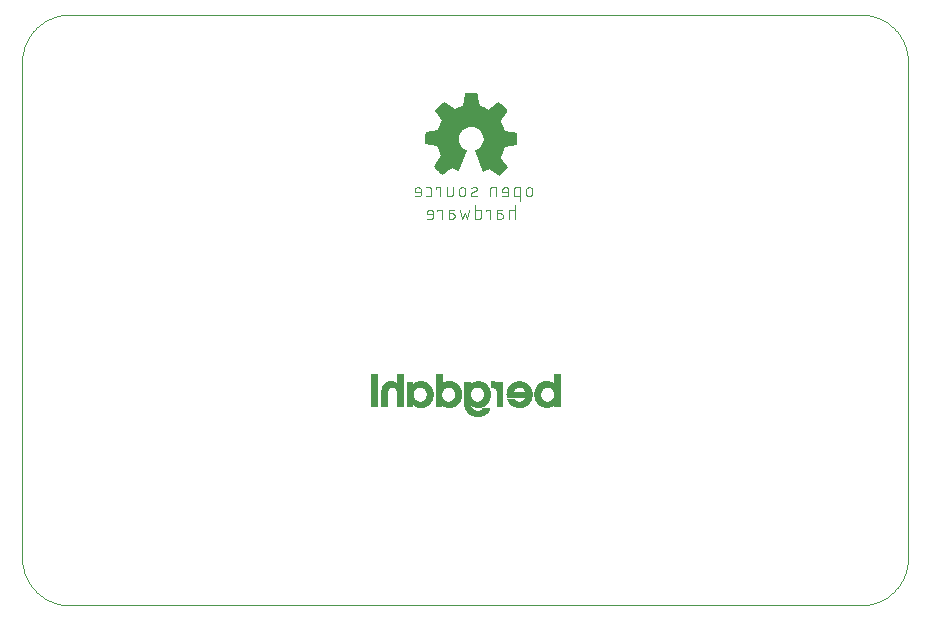
<source format=gbo>
G75*
%MOIN*%
%OFA0B0*%
%FSLAX25Y25*%
%IPPOS*%
%LPD*%
%AMOC8*
5,1,8,0,0,1.08239X$1,22.5*
%
%ADD10C,0.00000*%
%ADD11C,0.00039*%
%ADD12C,0.00200*%
%ADD13C,0.00400*%
D10*
X0024622Y0008874D02*
X0288402Y0008874D01*
X0288783Y0008879D01*
X0289163Y0008892D01*
X0289543Y0008915D01*
X0289922Y0008948D01*
X0290300Y0008989D01*
X0290677Y0009039D01*
X0291053Y0009099D01*
X0291428Y0009167D01*
X0291800Y0009245D01*
X0292171Y0009332D01*
X0292539Y0009427D01*
X0292905Y0009532D01*
X0293268Y0009645D01*
X0293629Y0009767D01*
X0293986Y0009897D01*
X0294340Y0010037D01*
X0294691Y0010184D01*
X0295038Y0010341D01*
X0295381Y0010505D01*
X0295720Y0010678D01*
X0296055Y0010859D01*
X0296386Y0011048D01*
X0296711Y0011245D01*
X0297032Y0011449D01*
X0297348Y0011662D01*
X0297658Y0011882D01*
X0297964Y0012109D01*
X0298263Y0012344D01*
X0298557Y0012586D01*
X0298845Y0012834D01*
X0299127Y0013090D01*
X0299402Y0013353D01*
X0299671Y0013622D01*
X0299934Y0013897D01*
X0300190Y0014179D01*
X0300438Y0014467D01*
X0300680Y0014761D01*
X0300915Y0015060D01*
X0301142Y0015366D01*
X0301362Y0015676D01*
X0301575Y0015992D01*
X0301779Y0016313D01*
X0301976Y0016638D01*
X0302165Y0016969D01*
X0302346Y0017304D01*
X0302519Y0017643D01*
X0302683Y0017986D01*
X0302840Y0018333D01*
X0302987Y0018684D01*
X0303127Y0019038D01*
X0303257Y0019395D01*
X0303379Y0019756D01*
X0303492Y0020119D01*
X0303597Y0020485D01*
X0303692Y0020853D01*
X0303779Y0021224D01*
X0303857Y0021596D01*
X0303925Y0021971D01*
X0303985Y0022347D01*
X0304035Y0022724D01*
X0304076Y0023102D01*
X0304109Y0023481D01*
X0304132Y0023861D01*
X0304145Y0024241D01*
X0304150Y0024622D01*
X0304150Y0189976D01*
X0304145Y0190357D01*
X0304132Y0190737D01*
X0304109Y0191117D01*
X0304076Y0191496D01*
X0304035Y0191874D01*
X0303985Y0192251D01*
X0303925Y0192627D01*
X0303857Y0193002D01*
X0303779Y0193374D01*
X0303692Y0193745D01*
X0303597Y0194113D01*
X0303492Y0194479D01*
X0303379Y0194842D01*
X0303257Y0195203D01*
X0303127Y0195560D01*
X0302987Y0195914D01*
X0302840Y0196265D01*
X0302683Y0196612D01*
X0302519Y0196955D01*
X0302346Y0197294D01*
X0302165Y0197629D01*
X0301976Y0197960D01*
X0301779Y0198285D01*
X0301575Y0198606D01*
X0301362Y0198922D01*
X0301142Y0199232D01*
X0300915Y0199538D01*
X0300680Y0199837D01*
X0300438Y0200131D01*
X0300190Y0200419D01*
X0299934Y0200701D01*
X0299671Y0200976D01*
X0299402Y0201245D01*
X0299127Y0201508D01*
X0298845Y0201764D01*
X0298557Y0202012D01*
X0298263Y0202254D01*
X0297964Y0202489D01*
X0297658Y0202716D01*
X0297348Y0202936D01*
X0297032Y0203149D01*
X0296711Y0203353D01*
X0296386Y0203550D01*
X0296055Y0203739D01*
X0295720Y0203920D01*
X0295381Y0204093D01*
X0295038Y0204257D01*
X0294691Y0204414D01*
X0294340Y0204561D01*
X0293986Y0204701D01*
X0293629Y0204831D01*
X0293268Y0204953D01*
X0292905Y0205066D01*
X0292539Y0205171D01*
X0292171Y0205266D01*
X0291800Y0205353D01*
X0291428Y0205431D01*
X0291053Y0205499D01*
X0290677Y0205559D01*
X0290300Y0205609D01*
X0289922Y0205650D01*
X0289543Y0205683D01*
X0289163Y0205706D01*
X0288783Y0205719D01*
X0288402Y0205724D01*
X0024622Y0205724D01*
X0024241Y0205719D01*
X0023861Y0205706D01*
X0023481Y0205683D01*
X0023102Y0205650D01*
X0022724Y0205609D01*
X0022347Y0205559D01*
X0021971Y0205499D01*
X0021596Y0205431D01*
X0021224Y0205353D01*
X0020853Y0205266D01*
X0020485Y0205171D01*
X0020119Y0205066D01*
X0019756Y0204953D01*
X0019395Y0204831D01*
X0019038Y0204701D01*
X0018684Y0204561D01*
X0018333Y0204414D01*
X0017986Y0204257D01*
X0017643Y0204093D01*
X0017304Y0203920D01*
X0016969Y0203739D01*
X0016638Y0203550D01*
X0016313Y0203353D01*
X0015992Y0203149D01*
X0015676Y0202936D01*
X0015366Y0202716D01*
X0015060Y0202489D01*
X0014761Y0202254D01*
X0014467Y0202012D01*
X0014179Y0201764D01*
X0013897Y0201508D01*
X0013622Y0201245D01*
X0013353Y0200976D01*
X0013090Y0200701D01*
X0012834Y0200419D01*
X0012586Y0200131D01*
X0012344Y0199837D01*
X0012109Y0199538D01*
X0011882Y0199232D01*
X0011662Y0198922D01*
X0011449Y0198606D01*
X0011245Y0198285D01*
X0011048Y0197960D01*
X0010859Y0197629D01*
X0010678Y0197294D01*
X0010505Y0196955D01*
X0010341Y0196612D01*
X0010184Y0196265D01*
X0010037Y0195914D01*
X0009897Y0195560D01*
X0009767Y0195203D01*
X0009645Y0194842D01*
X0009532Y0194479D01*
X0009427Y0194113D01*
X0009332Y0193745D01*
X0009245Y0193374D01*
X0009167Y0193002D01*
X0009099Y0192627D01*
X0009039Y0192251D01*
X0008989Y0191874D01*
X0008948Y0191496D01*
X0008915Y0191117D01*
X0008892Y0190737D01*
X0008879Y0190357D01*
X0008874Y0189976D01*
X0008874Y0024622D01*
X0008879Y0024241D01*
X0008892Y0023861D01*
X0008915Y0023481D01*
X0008948Y0023102D01*
X0008989Y0022724D01*
X0009039Y0022347D01*
X0009099Y0021971D01*
X0009167Y0021596D01*
X0009245Y0021224D01*
X0009332Y0020853D01*
X0009427Y0020485D01*
X0009532Y0020119D01*
X0009645Y0019756D01*
X0009767Y0019395D01*
X0009897Y0019038D01*
X0010037Y0018684D01*
X0010184Y0018333D01*
X0010341Y0017986D01*
X0010505Y0017643D01*
X0010678Y0017304D01*
X0010859Y0016969D01*
X0011048Y0016638D01*
X0011245Y0016313D01*
X0011449Y0015992D01*
X0011662Y0015676D01*
X0011882Y0015366D01*
X0012109Y0015060D01*
X0012344Y0014761D01*
X0012586Y0014467D01*
X0012834Y0014179D01*
X0013090Y0013897D01*
X0013353Y0013622D01*
X0013622Y0013353D01*
X0013897Y0013090D01*
X0014179Y0012834D01*
X0014467Y0012586D01*
X0014761Y0012344D01*
X0015060Y0012109D01*
X0015366Y0011882D01*
X0015676Y0011662D01*
X0015992Y0011449D01*
X0016313Y0011245D01*
X0016638Y0011048D01*
X0016969Y0010859D01*
X0017304Y0010678D01*
X0017643Y0010505D01*
X0017986Y0010341D01*
X0018333Y0010184D01*
X0018684Y0010037D01*
X0019038Y0009897D01*
X0019395Y0009767D01*
X0019756Y0009645D01*
X0020119Y0009532D01*
X0020485Y0009427D01*
X0020853Y0009332D01*
X0021224Y0009245D01*
X0021596Y0009167D01*
X0021971Y0009099D01*
X0022347Y0009039D01*
X0022724Y0008989D01*
X0023102Y0008948D01*
X0023481Y0008915D01*
X0023861Y0008892D01*
X0024241Y0008879D01*
X0024622Y0008874D01*
D11*
X0125088Y0075201D02*
X0126866Y0075201D01*
X0127016Y0075272D01*
X0127005Y0085938D01*
X0125228Y0085938D01*
X0125082Y0085861D01*
X0125082Y0075417D01*
X0125088Y0075201D01*
X0125088Y0075204D02*
X0126873Y0075204D01*
X0126953Y0075242D02*
X0125087Y0075242D01*
X0125086Y0075280D02*
X0127016Y0075280D01*
X0127016Y0075318D02*
X0125085Y0075318D01*
X0125084Y0075356D02*
X0127016Y0075356D01*
X0127016Y0075394D02*
X0125083Y0075394D01*
X0125082Y0075432D02*
X0127016Y0075432D01*
X0127016Y0075470D02*
X0125082Y0075470D01*
X0125082Y0075507D02*
X0127016Y0075507D01*
X0127016Y0075545D02*
X0125082Y0075545D01*
X0125082Y0075583D02*
X0127016Y0075583D01*
X0127016Y0075621D02*
X0125082Y0075621D01*
X0125082Y0075659D02*
X0127016Y0075659D01*
X0127016Y0075697D02*
X0125082Y0075697D01*
X0125082Y0075735D02*
X0127016Y0075735D01*
X0127016Y0075773D02*
X0125082Y0075773D01*
X0125082Y0075810D02*
X0127016Y0075810D01*
X0127016Y0075848D02*
X0125082Y0075848D01*
X0125082Y0075886D02*
X0127016Y0075886D01*
X0127016Y0075924D02*
X0125082Y0075924D01*
X0125082Y0075962D02*
X0127016Y0075962D01*
X0127016Y0076000D02*
X0125082Y0076000D01*
X0125082Y0076038D02*
X0127016Y0076038D01*
X0127016Y0076076D02*
X0125082Y0076076D01*
X0125082Y0076113D02*
X0127016Y0076113D01*
X0127016Y0076151D02*
X0125082Y0076151D01*
X0125082Y0076189D02*
X0127015Y0076189D01*
X0127015Y0076227D02*
X0125082Y0076227D01*
X0125082Y0076265D02*
X0127015Y0076265D01*
X0127015Y0076303D02*
X0125082Y0076303D01*
X0125082Y0076341D02*
X0127015Y0076341D01*
X0127015Y0076379D02*
X0125082Y0076379D01*
X0125082Y0076417D02*
X0127015Y0076417D01*
X0127015Y0076454D02*
X0125082Y0076454D01*
X0125082Y0076492D02*
X0127015Y0076492D01*
X0127015Y0076530D02*
X0125082Y0076530D01*
X0125082Y0076568D02*
X0127015Y0076568D01*
X0127015Y0076606D02*
X0125082Y0076606D01*
X0125082Y0076644D02*
X0127015Y0076644D01*
X0127015Y0076682D02*
X0125082Y0076682D01*
X0125082Y0076720D02*
X0127015Y0076720D01*
X0127015Y0076757D02*
X0125082Y0076757D01*
X0125082Y0076795D02*
X0127015Y0076795D01*
X0127015Y0076833D02*
X0125082Y0076833D01*
X0125082Y0076871D02*
X0127015Y0076871D01*
X0127015Y0076909D02*
X0125082Y0076909D01*
X0125082Y0076947D02*
X0127015Y0076947D01*
X0127015Y0076985D02*
X0125082Y0076985D01*
X0125082Y0077023D02*
X0127015Y0077023D01*
X0127015Y0077061D02*
X0125082Y0077061D01*
X0125082Y0077098D02*
X0127015Y0077098D01*
X0127014Y0077136D02*
X0125082Y0077136D01*
X0125082Y0077174D02*
X0127014Y0077174D01*
X0127014Y0077212D02*
X0125082Y0077212D01*
X0125082Y0077250D02*
X0127014Y0077250D01*
X0127014Y0077288D02*
X0125082Y0077288D01*
X0125082Y0077326D02*
X0127014Y0077326D01*
X0127014Y0077364D02*
X0125082Y0077364D01*
X0125082Y0077401D02*
X0127014Y0077401D01*
X0127014Y0077439D02*
X0125082Y0077439D01*
X0125082Y0077477D02*
X0127014Y0077477D01*
X0127014Y0077515D02*
X0125082Y0077515D01*
X0125082Y0077553D02*
X0127014Y0077553D01*
X0127014Y0077591D02*
X0125082Y0077591D01*
X0125082Y0077629D02*
X0127014Y0077629D01*
X0127014Y0077667D02*
X0125082Y0077667D01*
X0125082Y0077705D02*
X0127014Y0077705D01*
X0127014Y0077742D02*
X0125082Y0077742D01*
X0125082Y0077780D02*
X0127014Y0077780D01*
X0127014Y0077818D02*
X0125082Y0077818D01*
X0125082Y0077856D02*
X0127014Y0077856D01*
X0127014Y0077894D02*
X0125082Y0077894D01*
X0125082Y0077932D02*
X0127014Y0077932D01*
X0127014Y0077970D02*
X0125082Y0077970D01*
X0125082Y0078008D02*
X0127014Y0078008D01*
X0127014Y0078045D02*
X0125082Y0078045D01*
X0125082Y0078083D02*
X0127013Y0078083D01*
X0127013Y0078121D02*
X0125082Y0078121D01*
X0125082Y0078159D02*
X0127013Y0078159D01*
X0127013Y0078197D02*
X0125082Y0078197D01*
X0125082Y0078235D02*
X0127013Y0078235D01*
X0127013Y0078273D02*
X0125082Y0078273D01*
X0125082Y0078311D02*
X0127013Y0078311D01*
X0127013Y0078348D02*
X0125082Y0078348D01*
X0125082Y0078386D02*
X0127013Y0078386D01*
X0127013Y0078424D02*
X0125082Y0078424D01*
X0125082Y0078462D02*
X0127013Y0078462D01*
X0127013Y0078500D02*
X0125082Y0078500D01*
X0125082Y0078538D02*
X0127013Y0078538D01*
X0127013Y0078576D02*
X0125082Y0078576D01*
X0125082Y0078614D02*
X0127013Y0078614D01*
X0127013Y0078652D02*
X0125082Y0078652D01*
X0125082Y0078689D02*
X0127013Y0078689D01*
X0127013Y0078727D02*
X0125082Y0078727D01*
X0125082Y0078765D02*
X0127013Y0078765D01*
X0127013Y0078803D02*
X0125082Y0078803D01*
X0125082Y0078841D02*
X0127013Y0078841D01*
X0127013Y0078879D02*
X0125082Y0078879D01*
X0125082Y0078917D02*
X0127013Y0078917D01*
X0127013Y0078955D02*
X0125082Y0078955D01*
X0125082Y0078992D02*
X0127013Y0078992D01*
X0127013Y0079030D02*
X0125082Y0079030D01*
X0125082Y0079068D02*
X0127012Y0079068D01*
X0127012Y0079106D02*
X0125082Y0079106D01*
X0125082Y0079144D02*
X0127012Y0079144D01*
X0127012Y0079182D02*
X0125082Y0079182D01*
X0125082Y0079220D02*
X0127012Y0079220D01*
X0127012Y0079258D02*
X0125082Y0079258D01*
X0125082Y0079296D02*
X0127012Y0079296D01*
X0127012Y0079333D02*
X0125082Y0079333D01*
X0125082Y0079371D02*
X0127012Y0079371D01*
X0127012Y0079409D02*
X0125082Y0079409D01*
X0125082Y0079447D02*
X0127012Y0079447D01*
X0127012Y0079485D02*
X0125082Y0079485D01*
X0125082Y0079523D02*
X0127012Y0079523D01*
X0127012Y0079561D02*
X0125082Y0079561D01*
X0125082Y0079599D02*
X0127012Y0079599D01*
X0127012Y0079636D02*
X0125082Y0079636D01*
X0125082Y0079674D02*
X0127012Y0079674D01*
X0127012Y0079712D02*
X0125082Y0079712D01*
X0125082Y0079750D02*
X0127012Y0079750D01*
X0127012Y0079788D02*
X0125082Y0079788D01*
X0125082Y0079826D02*
X0127012Y0079826D01*
X0127012Y0079864D02*
X0125082Y0079864D01*
X0125082Y0079902D02*
X0127012Y0079902D01*
X0127012Y0079940D02*
X0125082Y0079940D01*
X0125082Y0079977D02*
X0127012Y0079977D01*
X0127012Y0080015D02*
X0125082Y0080015D01*
X0125082Y0080053D02*
X0127011Y0080053D01*
X0127011Y0080091D02*
X0125082Y0080091D01*
X0125082Y0080129D02*
X0127011Y0080129D01*
X0127011Y0080167D02*
X0125082Y0080167D01*
X0125082Y0080205D02*
X0127011Y0080205D01*
X0127011Y0080243D02*
X0125082Y0080243D01*
X0125082Y0080280D02*
X0127011Y0080280D01*
X0127011Y0080318D02*
X0125082Y0080318D01*
X0125082Y0080356D02*
X0127011Y0080356D01*
X0127011Y0080394D02*
X0125082Y0080394D01*
X0125082Y0080432D02*
X0127011Y0080432D01*
X0127011Y0080470D02*
X0125082Y0080470D01*
X0125082Y0080508D02*
X0127011Y0080508D01*
X0127011Y0080546D02*
X0125082Y0080546D01*
X0125082Y0080584D02*
X0127011Y0080584D01*
X0127011Y0080621D02*
X0125082Y0080621D01*
X0125082Y0080659D02*
X0127011Y0080659D01*
X0127011Y0080697D02*
X0125082Y0080697D01*
X0125082Y0080735D02*
X0127011Y0080735D01*
X0127011Y0080773D02*
X0125082Y0080773D01*
X0125082Y0080811D02*
X0127011Y0080811D01*
X0127011Y0080849D02*
X0125082Y0080849D01*
X0125082Y0080887D02*
X0127011Y0080887D01*
X0127011Y0080924D02*
X0125082Y0080924D01*
X0125082Y0080962D02*
X0127011Y0080962D01*
X0127010Y0081000D02*
X0125082Y0081000D01*
X0125082Y0081038D02*
X0127010Y0081038D01*
X0127010Y0081076D02*
X0125082Y0081076D01*
X0125082Y0081114D02*
X0127010Y0081114D01*
X0127010Y0081152D02*
X0125082Y0081152D01*
X0125082Y0081190D02*
X0127010Y0081190D01*
X0127010Y0081227D02*
X0125082Y0081227D01*
X0125082Y0081265D02*
X0127010Y0081265D01*
X0127010Y0081303D02*
X0125082Y0081303D01*
X0125082Y0081341D02*
X0127010Y0081341D01*
X0127010Y0081379D02*
X0125082Y0081379D01*
X0125082Y0081417D02*
X0127010Y0081417D01*
X0127010Y0081455D02*
X0125082Y0081455D01*
X0125082Y0081493D02*
X0127010Y0081493D01*
X0127010Y0081531D02*
X0125082Y0081531D01*
X0125082Y0081568D02*
X0127010Y0081568D01*
X0127010Y0081606D02*
X0125082Y0081606D01*
X0125082Y0081644D02*
X0127010Y0081644D01*
X0127010Y0081682D02*
X0125082Y0081682D01*
X0125082Y0081720D02*
X0127010Y0081720D01*
X0127010Y0081758D02*
X0125082Y0081758D01*
X0125082Y0081796D02*
X0127010Y0081796D01*
X0127010Y0081834D02*
X0125082Y0081834D01*
X0125082Y0081871D02*
X0127010Y0081871D01*
X0127010Y0081909D02*
X0125082Y0081909D01*
X0125082Y0081947D02*
X0127009Y0081947D01*
X0127009Y0081985D02*
X0125082Y0081985D01*
X0125082Y0082023D02*
X0127009Y0082023D01*
X0127009Y0082061D02*
X0125082Y0082061D01*
X0125082Y0082099D02*
X0127009Y0082099D01*
X0127009Y0082137D02*
X0125082Y0082137D01*
X0125082Y0082175D02*
X0127009Y0082175D01*
X0127009Y0082212D02*
X0125082Y0082212D01*
X0125082Y0082250D02*
X0127009Y0082250D01*
X0127009Y0082288D02*
X0125082Y0082288D01*
X0125082Y0082326D02*
X0127009Y0082326D01*
X0127009Y0082364D02*
X0125082Y0082364D01*
X0125082Y0082402D02*
X0127009Y0082402D01*
X0127009Y0082440D02*
X0125082Y0082440D01*
X0125082Y0082478D02*
X0127009Y0082478D01*
X0127009Y0082515D02*
X0125082Y0082515D01*
X0125082Y0082553D02*
X0127009Y0082553D01*
X0127009Y0082591D02*
X0125082Y0082591D01*
X0125082Y0082629D02*
X0127009Y0082629D01*
X0127009Y0082667D02*
X0125082Y0082667D01*
X0125082Y0082705D02*
X0127009Y0082705D01*
X0127009Y0082743D02*
X0125082Y0082743D01*
X0125082Y0082781D02*
X0127009Y0082781D01*
X0127009Y0082819D02*
X0125082Y0082819D01*
X0125082Y0082856D02*
X0127009Y0082856D01*
X0127009Y0082894D02*
X0125082Y0082894D01*
X0125082Y0082932D02*
X0127008Y0082932D01*
X0127008Y0082970D02*
X0125082Y0082970D01*
X0125082Y0083008D02*
X0127008Y0083008D01*
X0127008Y0083046D02*
X0125082Y0083046D01*
X0125082Y0083084D02*
X0127008Y0083084D01*
X0127008Y0083122D02*
X0125082Y0083122D01*
X0125082Y0083159D02*
X0127008Y0083159D01*
X0127008Y0083197D02*
X0125082Y0083197D01*
X0125082Y0083235D02*
X0127008Y0083235D01*
X0127008Y0083273D02*
X0125082Y0083273D01*
X0125082Y0083311D02*
X0127008Y0083311D01*
X0127008Y0083349D02*
X0125082Y0083349D01*
X0125082Y0083387D02*
X0127008Y0083387D01*
X0127008Y0083425D02*
X0125082Y0083425D01*
X0125082Y0083462D02*
X0127008Y0083462D01*
X0127008Y0083500D02*
X0125082Y0083500D01*
X0125082Y0083538D02*
X0127008Y0083538D01*
X0127008Y0083576D02*
X0125082Y0083576D01*
X0125082Y0083614D02*
X0127008Y0083614D01*
X0127008Y0083652D02*
X0125082Y0083652D01*
X0125082Y0083690D02*
X0127008Y0083690D01*
X0127008Y0083728D02*
X0125082Y0083728D01*
X0125082Y0083766D02*
X0127008Y0083766D01*
X0127008Y0083803D02*
X0125082Y0083803D01*
X0125082Y0083841D02*
X0127008Y0083841D01*
X0127008Y0083879D02*
X0125082Y0083879D01*
X0125082Y0083917D02*
X0127007Y0083917D01*
X0127007Y0083955D02*
X0125082Y0083955D01*
X0125082Y0083993D02*
X0127007Y0083993D01*
X0127007Y0084031D02*
X0125082Y0084031D01*
X0125082Y0084069D02*
X0127007Y0084069D01*
X0127007Y0084106D02*
X0125082Y0084106D01*
X0125082Y0084144D02*
X0127007Y0084144D01*
X0127007Y0084182D02*
X0125082Y0084182D01*
X0125082Y0084220D02*
X0127007Y0084220D01*
X0127007Y0084258D02*
X0125082Y0084258D01*
X0125082Y0084296D02*
X0127007Y0084296D01*
X0127007Y0084334D02*
X0125082Y0084334D01*
X0125082Y0084372D02*
X0127007Y0084372D01*
X0127007Y0084410D02*
X0125082Y0084410D01*
X0125082Y0084447D02*
X0127007Y0084447D01*
X0127007Y0084485D02*
X0125082Y0084485D01*
X0125082Y0084523D02*
X0127007Y0084523D01*
X0127007Y0084561D02*
X0125082Y0084561D01*
X0125082Y0084599D02*
X0127007Y0084599D01*
X0127007Y0084637D02*
X0125082Y0084637D01*
X0125082Y0084675D02*
X0127007Y0084675D01*
X0127007Y0084713D02*
X0125082Y0084713D01*
X0125082Y0084750D02*
X0127007Y0084750D01*
X0127007Y0084788D02*
X0125082Y0084788D01*
X0125082Y0084826D02*
X0127007Y0084826D01*
X0127006Y0084864D02*
X0125082Y0084864D01*
X0125082Y0084902D02*
X0127006Y0084902D01*
X0127006Y0084940D02*
X0125082Y0084940D01*
X0125082Y0084978D02*
X0127006Y0084978D01*
X0127006Y0085016D02*
X0125082Y0085016D01*
X0125082Y0085054D02*
X0127006Y0085054D01*
X0127006Y0085091D02*
X0125082Y0085091D01*
X0125082Y0085129D02*
X0127006Y0085129D01*
X0127006Y0085167D02*
X0125082Y0085167D01*
X0125082Y0085205D02*
X0127006Y0085205D01*
X0127006Y0085243D02*
X0125082Y0085243D01*
X0125082Y0085281D02*
X0127006Y0085281D01*
X0127006Y0085319D02*
X0125082Y0085319D01*
X0125082Y0085357D02*
X0127006Y0085357D01*
X0127006Y0085394D02*
X0125082Y0085394D01*
X0125082Y0085432D02*
X0127006Y0085432D01*
X0127006Y0085470D02*
X0125082Y0085470D01*
X0125082Y0085508D02*
X0127006Y0085508D01*
X0127006Y0085546D02*
X0125082Y0085546D01*
X0125082Y0085584D02*
X0127006Y0085584D01*
X0127006Y0085622D02*
X0125082Y0085622D01*
X0125082Y0085660D02*
X0127006Y0085660D01*
X0127006Y0085697D02*
X0125082Y0085697D01*
X0125082Y0085735D02*
X0127006Y0085735D01*
X0127006Y0085773D02*
X0125082Y0085773D01*
X0125082Y0085811D02*
X0127005Y0085811D01*
X0127005Y0085849D02*
X0125082Y0085849D01*
X0125131Y0085887D02*
X0127005Y0085887D01*
X0127005Y0085925D02*
X0125203Y0085925D01*
X0129479Y0082578D02*
X0129343Y0082402D01*
X0129219Y0082218D01*
X0129106Y0082027D01*
X0129004Y0081829D01*
X0128914Y0081627D01*
X0128835Y0081419D01*
X0128768Y0081207D01*
X0128714Y0080992D01*
X0128672Y0080774D01*
X0128643Y0080554D01*
X0128627Y0080333D01*
X0128623Y0080111D01*
X0128628Y0079889D01*
X0128628Y0075226D01*
X0128825Y0075201D01*
X0130380Y0075201D01*
X0130562Y0075240D01*
X0130562Y0079459D01*
X0130556Y0079681D01*
X0130562Y0079903D01*
X0130585Y0080124D01*
X0130625Y0080342D01*
X0130681Y0080557D01*
X0130754Y0080767D01*
X0130843Y0080970D01*
X0130947Y0081166D01*
X0131094Y0081332D01*
X0131265Y0081472D01*
X0131455Y0081588D01*
X0131658Y0081676D01*
X0131872Y0081735D01*
X0132092Y0081763D01*
X0132314Y0081760D01*
X0132534Y0081727D01*
X0132746Y0081663D01*
X0132948Y0081571D01*
X0133134Y0081451D01*
X0133303Y0081306D01*
X0133441Y0081134D01*
X0133545Y0080938D01*
X0133633Y0080734D01*
X0133706Y0080524D01*
X0133763Y0080310D01*
X0133804Y0080092D01*
X0133828Y0079871D01*
X0133837Y0079649D01*
X0133830Y0079427D01*
X0133834Y0075212D01*
X0135610Y0075212D01*
X0135764Y0075280D01*
X0133833Y0075280D01*
X0133834Y0075242D02*
X0135679Y0075242D01*
X0135764Y0075280D02*
X0135720Y0085938D01*
X0133943Y0085938D01*
X0133786Y0085874D01*
X0133786Y0082765D01*
X0133685Y0082776D01*
X0133513Y0082917D01*
X0133332Y0083045D01*
X0133142Y0083160D01*
X0132944Y0083259D01*
X0132738Y0083344D01*
X0132527Y0083413D01*
X0132312Y0083466D01*
X0132093Y0083502D01*
X0131872Y0083522D01*
X0131650Y0083527D01*
X0131428Y0083521D01*
X0131207Y0083498D01*
X0130988Y0083459D01*
X0130774Y0083402D01*
X0130564Y0083329D01*
X0130361Y0083241D01*
X0130165Y0083136D01*
X0129977Y0083017D01*
X0129800Y0082884D01*
X0129633Y0082737D01*
X0129479Y0082578D01*
X0129492Y0082591D02*
X0135734Y0082591D01*
X0135734Y0082553D02*
X0129460Y0082553D01*
X0129431Y0082515D02*
X0135734Y0082515D01*
X0135734Y0082478D02*
X0129402Y0082478D01*
X0129372Y0082440D02*
X0135734Y0082440D01*
X0135734Y0082402D02*
X0129343Y0082402D01*
X0129318Y0082364D02*
X0135735Y0082364D01*
X0135735Y0082326D02*
X0129292Y0082326D01*
X0129267Y0082288D02*
X0135735Y0082288D01*
X0135735Y0082250D02*
X0129241Y0082250D01*
X0129216Y0082212D02*
X0135735Y0082212D01*
X0135735Y0082175D02*
X0129194Y0082175D01*
X0129171Y0082137D02*
X0135735Y0082137D01*
X0135736Y0082099D02*
X0129149Y0082099D01*
X0129126Y0082061D02*
X0135736Y0082061D01*
X0135736Y0082023D02*
X0129104Y0082023D01*
X0129085Y0081985D02*
X0135736Y0081985D01*
X0135736Y0081947D02*
X0129065Y0081947D01*
X0129045Y0081909D02*
X0135736Y0081909D01*
X0135737Y0081871D02*
X0129026Y0081871D01*
X0129006Y0081834D02*
X0135737Y0081834D01*
X0135737Y0081796D02*
X0128989Y0081796D01*
X0128972Y0081758D02*
X0132053Y0081758D01*
X0131819Y0081720D02*
X0128955Y0081720D01*
X0128938Y0081682D02*
X0131681Y0081682D01*
X0131585Y0081644D02*
X0128921Y0081644D01*
X0128906Y0081606D02*
X0131497Y0081606D01*
X0131423Y0081568D02*
X0128891Y0081568D01*
X0128877Y0081531D02*
X0131361Y0081531D01*
X0131299Y0081493D02*
X0128863Y0081493D01*
X0128848Y0081455D02*
X0131244Y0081455D01*
X0131198Y0081417D02*
X0128834Y0081417D01*
X0128822Y0081379D02*
X0131151Y0081379D01*
X0131105Y0081341D02*
X0128810Y0081341D01*
X0128798Y0081303D02*
X0131069Y0081303D01*
X0131035Y0081265D02*
X0128787Y0081265D01*
X0128775Y0081227D02*
X0131002Y0081227D01*
X0130968Y0081190D02*
X0128764Y0081190D01*
X0128754Y0081152D02*
X0130940Y0081152D01*
X0130920Y0081114D02*
X0128745Y0081114D01*
X0128735Y0081076D02*
X0130899Y0081076D01*
X0130879Y0081038D02*
X0128726Y0081038D01*
X0128716Y0081000D02*
X0130859Y0081000D01*
X0130840Y0080962D02*
X0128708Y0080962D01*
X0128701Y0080924D02*
X0130823Y0080924D01*
X0130807Y0080887D02*
X0128694Y0080887D01*
X0128687Y0080849D02*
X0130790Y0080849D01*
X0130773Y0080811D02*
X0128679Y0080811D01*
X0128672Y0080773D02*
X0130757Y0080773D01*
X0130743Y0080735D02*
X0128667Y0080735D01*
X0128662Y0080697D02*
X0130730Y0080697D01*
X0130717Y0080659D02*
X0128657Y0080659D01*
X0128652Y0080621D02*
X0130704Y0080621D01*
X0130690Y0080584D02*
X0128647Y0080584D01*
X0128642Y0080546D02*
X0130678Y0080546D01*
X0130668Y0080508D02*
X0128640Y0080508D01*
X0128637Y0080470D02*
X0130658Y0080470D01*
X0130648Y0080432D02*
X0128634Y0080432D01*
X0128631Y0080394D02*
X0130638Y0080394D01*
X0130628Y0080356D02*
X0128628Y0080356D01*
X0128626Y0080318D02*
X0130620Y0080318D01*
X0130613Y0080280D02*
X0128626Y0080280D01*
X0128625Y0080243D02*
X0130606Y0080243D01*
X0130599Y0080205D02*
X0128624Y0080205D01*
X0128624Y0080167D02*
X0130593Y0080167D01*
X0130586Y0080129D02*
X0128623Y0080129D01*
X0128623Y0080091D02*
X0130581Y0080091D01*
X0130577Y0080053D02*
X0128624Y0080053D01*
X0128625Y0080015D02*
X0130573Y0080015D01*
X0130570Y0079977D02*
X0128626Y0079977D01*
X0128627Y0079940D02*
X0130566Y0079940D01*
X0130562Y0079902D02*
X0128628Y0079902D01*
X0128628Y0079864D02*
X0130561Y0079864D01*
X0130560Y0079826D02*
X0128628Y0079826D01*
X0128628Y0079788D02*
X0130559Y0079788D01*
X0130558Y0079750D02*
X0128628Y0079750D01*
X0128628Y0079712D02*
X0130557Y0079712D01*
X0130556Y0079674D02*
X0128628Y0079674D01*
X0128628Y0079636D02*
X0130557Y0079636D01*
X0130558Y0079599D02*
X0128628Y0079599D01*
X0128628Y0079561D02*
X0130559Y0079561D01*
X0130560Y0079523D02*
X0128628Y0079523D01*
X0128628Y0079485D02*
X0130562Y0079485D01*
X0130562Y0079447D02*
X0128628Y0079447D01*
X0128628Y0079409D02*
X0130562Y0079409D01*
X0130562Y0079371D02*
X0128628Y0079371D01*
X0128628Y0079333D02*
X0130562Y0079333D01*
X0130562Y0079296D02*
X0128628Y0079296D01*
X0128628Y0079258D02*
X0130562Y0079258D01*
X0130562Y0079220D02*
X0128628Y0079220D01*
X0128628Y0079182D02*
X0130562Y0079182D01*
X0130562Y0079144D02*
X0128628Y0079144D01*
X0128628Y0079106D02*
X0130562Y0079106D01*
X0130562Y0079068D02*
X0128628Y0079068D01*
X0128628Y0079030D02*
X0130562Y0079030D01*
X0130562Y0078992D02*
X0128628Y0078992D01*
X0128628Y0078955D02*
X0130562Y0078955D01*
X0130562Y0078917D02*
X0128628Y0078917D01*
X0128628Y0078879D02*
X0130562Y0078879D01*
X0130562Y0078841D02*
X0128628Y0078841D01*
X0128628Y0078803D02*
X0130562Y0078803D01*
X0130562Y0078765D02*
X0128628Y0078765D01*
X0128628Y0078727D02*
X0130562Y0078727D01*
X0130562Y0078689D02*
X0128628Y0078689D01*
X0128628Y0078652D02*
X0130562Y0078652D01*
X0130562Y0078614D02*
X0128628Y0078614D01*
X0128628Y0078576D02*
X0130562Y0078576D01*
X0130562Y0078538D02*
X0128628Y0078538D01*
X0128628Y0078500D02*
X0130562Y0078500D01*
X0130562Y0078462D02*
X0128628Y0078462D01*
X0128628Y0078424D02*
X0130562Y0078424D01*
X0130562Y0078386D02*
X0128628Y0078386D01*
X0128628Y0078348D02*
X0130562Y0078348D01*
X0130562Y0078311D02*
X0128628Y0078311D01*
X0128628Y0078273D02*
X0130562Y0078273D01*
X0130562Y0078235D02*
X0128628Y0078235D01*
X0128628Y0078197D02*
X0130562Y0078197D01*
X0130562Y0078159D02*
X0128628Y0078159D01*
X0128628Y0078121D02*
X0130562Y0078121D01*
X0130562Y0078083D02*
X0128628Y0078083D01*
X0128628Y0078045D02*
X0130562Y0078045D01*
X0130562Y0078008D02*
X0128628Y0078008D01*
X0128628Y0077970D02*
X0130562Y0077970D01*
X0130562Y0077932D02*
X0128628Y0077932D01*
X0128628Y0077894D02*
X0130562Y0077894D01*
X0130562Y0077856D02*
X0128628Y0077856D01*
X0128628Y0077818D02*
X0130562Y0077818D01*
X0130562Y0077780D02*
X0128628Y0077780D01*
X0128628Y0077742D02*
X0130562Y0077742D01*
X0130562Y0077705D02*
X0128628Y0077705D01*
X0128628Y0077667D02*
X0130562Y0077667D01*
X0130562Y0077629D02*
X0128628Y0077629D01*
X0128628Y0077591D02*
X0130562Y0077591D01*
X0130562Y0077553D02*
X0128628Y0077553D01*
X0128628Y0077515D02*
X0130562Y0077515D01*
X0130562Y0077477D02*
X0128628Y0077477D01*
X0128628Y0077439D02*
X0130562Y0077439D01*
X0130562Y0077401D02*
X0128628Y0077401D01*
X0128628Y0077364D02*
X0130562Y0077364D01*
X0130562Y0077326D02*
X0128628Y0077326D01*
X0128628Y0077288D02*
X0130562Y0077288D01*
X0130562Y0077250D02*
X0128628Y0077250D01*
X0128628Y0077212D02*
X0130562Y0077212D01*
X0130562Y0077174D02*
X0128628Y0077174D01*
X0128628Y0077136D02*
X0130562Y0077136D01*
X0130562Y0077098D02*
X0128628Y0077098D01*
X0128628Y0077061D02*
X0130562Y0077061D01*
X0130562Y0077023D02*
X0128628Y0077023D01*
X0128628Y0076985D02*
X0130562Y0076985D01*
X0130562Y0076947D02*
X0128628Y0076947D01*
X0128628Y0076909D02*
X0130562Y0076909D01*
X0130562Y0076871D02*
X0128628Y0076871D01*
X0128628Y0076833D02*
X0130562Y0076833D01*
X0130562Y0076795D02*
X0128628Y0076795D01*
X0128628Y0076757D02*
X0130562Y0076757D01*
X0130562Y0076720D02*
X0128628Y0076720D01*
X0128628Y0076682D02*
X0130562Y0076682D01*
X0130562Y0076644D02*
X0128628Y0076644D01*
X0128628Y0076606D02*
X0130562Y0076606D01*
X0130562Y0076568D02*
X0128628Y0076568D01*
X0128628Y0076530D02*
X0130562Y0076530D01*
X0130562Y0076492D02*
X0128628Y0076492D01*
X0128628Y0076454D02*
X0130562Y0076454D01*
X0130562Y0076417D02*
X0128628Y0076417D01*
X0128628Y0076379D02*
X0130562Y0076379D01*
X0130562Y0076341D02*
X0128628Y0076341D01*
X0128628Y0076303D02*
X0130562Y0076303D01*
X0130562Y0076265D02*
X0128628Y0076265D01*
X0128628Y0076227D02*
X0130562Y0076227D01*
X0130562Y0076189D02*
X0128628Y0076189D01*
X0128628Y0076151D02*
X0130562Y0076151D01*
X0130562Y0076113D02*
X0128628Y0076113D01*
X0128628Y0076076D02*
X0130562Y0076076D01*
X0130562Y0076038D02*
X0128628Y0076038D01*
X0128628Y0076000D02*
X0130562Y0076000D01*
X0130562Y0075962D02*
X0128628Y0075962D01*
X0128628Y0075924D02*
X0130562Y0075924D01*
X0130562Y0075886D02*
X0128628Y0075886D01*
X0128628Y0075848D02*
X0130562Y0075848D01*
X0130562Y0075810D02*
X0128628Y0075810D01*
X0128628Y0075773D02*
X0130562Y0075773D01*
X0130562Y0075735D02*
X0128628Y0075735D01*
X0128628Y0075697D02*
X0130562Y0075697D01*
X0130562Y0075659D02*
X0128628Y0075659D01*
X0128628Y0075621D02*
X0130562Y0075621D01*
X0130562Y0075583D02*
X0128628Y0075583D01*
X0128628Y0075545D02*
X0130562Y0075545D01*
X0130562Y0075507D02*
X0128628Y0075507D01*
X0128628Y0075470D02*
X0130562Y0075470D01*
X0130562Y0075432D02*
X0128628Y0075432D01*
X0128628Y0075394D02*
X0130562Y0075394D01*
X0130562Y0075356D02*
X0128628Y0075356D01*
X0128628Y0075318D02*
X0130562Y0075318D01*
X0130562Y0075280D02*
X0128628Y0075280D01*
X0128628Y0075242D02*
X0130562Y0075242D01*
X0130396Y0075204D02*
X0128797Y0075204D01*
X0133833Y0075318D02*
X0135764Y0075318D01*
X0135764Y0075356D02*
X0133833Y0075356D01*
X0133833Y0075394D02*
X0135763Y0075394D01*
X0135763Y0075432D02*
X0133833Y0075432D01*
X0133833Y0075470D02*
X0135763Y0075470D01*
X0135763Y0075507D02*
X0133833Y0075507D01*
X0133833Y0075545D02*
X0135763Y0075545D01*
X0135763Y0075583D02*
X0133833Y0075583D01*
X0133833Y0075621D02*
X0135762Y0075621D01*
X0135762Y0075659D02*
X0133833Y0075659D01*
X0133833Y0075697D02*
X0135762Y0075697D01*
X0135762Y0075735D02*
X0133833Y0075735D01*
X0133833Y0075773D02*
X0135762Y0075773D01*
X0135762Y0075810D02*
X0133833Y0075810D01*
X0133833Y0075848D02*
X0135762Y0075848D01*
X0135761Y0075886D02*
X0133833Y0075886D01*
X0133833Y0075924D02*
X0135761Y0075924D01*
X0135761Y0075962D02*
X0133833Y0075962D01*
X0133833Y0076000D02*
X0135761Y0076000D01*
X0135761Y0076038D02*
X0133833Y0076038D01*
X0133833Y0076076D02*
X0135761Y0076076D01*
X0135760Y0076113D02*
X0133833Y0076113D01*
X0133833Y0076151D02*
X0135760Y0076151D01*
X0135760Y0076189D02*
X0133833Y0076189D01*
X0133833Y0076227D02*
X0135760Y0076227D01*
X0135760Y0076265D02*
X0133833Y0076265D01*
X0133833Y0076303D02*
X0135760Y0076303D01*
X0135759Y0076341D02*
X0133833Y0076341D01*
X0133833Y0076379D02*
X0135759Y0076379D01*
X0135759Y0076417D02*
X0133833Y0076417D01*
X0133833Y0076454D02*
X0135759Y0076454D01*
X0135759Y0076492D02*
X0133832Y0076492D01*
X0133832Y0076530D02*
X0135759Y0076530D01*
X0135759Y0076568D02*
X0133832Y0076568D01*
X0133832Y0076606D02*
X0135758Y0076606D01*
X0135758Y0076644D02*
X0133832Y0076644D01*
X0133832Y0076682D02*
X0135758Y0076682D01*
X0135758Y0076720D02*
X0133832Y0076720D01*
X0133832Y0076757D02*
X0135758Y0076757D01*
X0135758Y0076795D02*
X0133832Y0076795D01*
X0133832Y0076833D02*
X0135757Y0076833D01*
X0135757Y0076871D02*
X0133832Y0076871D01*
X0133832Y0076909D02*
X0135757Y0076909D01*
X0135757Y0076947D02*
X0133832Y0076947D01*
X0133832Y0076985D02*
X0135757Y0076985D01*
X0135757Y0077023D02*
X0133832Y0077023D01*
X0133832Y0077061D02*
X0135756Y0077061D01*
X0135756Y0077098D02*
X0133832Y0077098D01*
X0133832Y0077136D02*
X0135756Y0077136D01*
X0135756Y0077174D02*
X0133832Y0077174D01*
X0133832Y0077212D02*
X0135756Y0077212D01*
X0135756Y0077250D02*
X0133832Y0077250D01*
X0133832Y0077288D02*
X0135756Y0077288D01*
X0135755Y0077326D02*
X0133832Y0077326D01*
X0133832Y0077364D02*
X0135755Y0077364D01*
X0135755Y0077401D02*
X0133832Y0077401D01*
X0133832Y0077439D02*
X0135755Y0077439D01*
X0135755Y0077477D02*
X0133832Y0077477D01*
X0133832Y0077515D02*
X0135755Y0077515D01*
X0135754Y0077553D02*
X0133832Y0077553D01*
X0133832Y0077591D02*
X0135754Y0077591D01*
X0135754Y0077629D02*
X0133832Y0077629D01*
X0133832Y0077667D02*
X0135754Y0077667D01*
X0135754Y0077705D02*
X0133831Y0077705D01*
X0133831Y0077742D02*
X0135754Y0077742D01*
X0135753Y0077780D02*
X0133831Y0077780D01*
X0133831Y0077818D02*
X0135753Y0077818D01*
X0135753Y0077856D02*
X0133831Y0077856D01*
X0133831Y0077894D02*
X0135753Y0077894D01*
X0135753Y0077932D02*
X0133831Y0077932D01*
X0133831Y0077970D02*
X0135753Y0077970D01*
X0135753Y0078008D02*
X0133831Y0078008D01*
X0133831Y0078045D02*
X0135752Y0078045D01*
X0135752Y0078083D02*
X0133831Y0078083D01*
X0133831Y0078121D02*
X0135752Y0078121D01*
X0135752Y0078159D02*
X0133831Y0078159D01*
X0133831Y0078197D02*
X0135752Y0078197D01*
X0135752Y0078235D02*
X0133831Y0078235D01*
X0133831Y0078273D02*
X0135751Y0078273D01*
X0135751Y0078311D02*
X0133831Y0078311D01*
X0133831Y0078348D02*
X0135751Y0078348D01*
X0135751Y0078386D02*
X0133831Y0078386D01*
X0133831Y0078424D02*
X0135751Y0078424D01*
X0135751Y0078462D02*
X0133831Y0078462D01*
X0133831Y0078500D02*
X0135751Y0078500D01*
X0135750Y0078538D02*
X0133831Y0078538D01*
X0133831Y0078576D02*
X0135750Y0078576D01*
X0135750Y0078614D02*
X0133831Y0078614D01*
X0133831Y0078652D02*
X0135750Y0078652D01*
X0135750Y0078689D02*
X0133831Y0078689D01*
X0133831Y0078727D02*
X0135750Y0078727D01*
X0135749Y0078765D02*
X0133831Y0078765D01*
X0133831Y0078803D02*
X0135749Y0078803D01*
X0135749Y0078841D02*
X0133831Y0078841D01*
X0133831Y0078879D02*
X0135749Y0078879D01*
X0135749Y0078917D02*
X0133831Y0078917D01*
X0133830Y0078955D02*
X0135749Y0078955D01*
X0135748Y0078992D02*
X0133830Y0078992D01*
X0133830Y0079030D02*
X0135748Y0079030D01*
X0135748Y0079068D02*
X0133830Y0079068D01*
X0133830Y0079106D02*
X0135748Y0079106D01*
X0135748Y0079144D02*
X0133830Y0079144D01*
X0133830Y0079182D02*
X0135748Y0079182D01*
X0135748Y0079220D02*
X0133830Y0079220D01*
X0133830Y0079258D02*
X0135747Y0079258D01*
X0135747Y0079296D02*
X0133830Y0079296D01*
X0133830Y0079333D02*
X0135747Y0079333D01*
X0135747Y0079371D02*
X0133830Y0079371D01*
X0133830Y0079409D02*
X0135747Y0079409D01*
X0135747Y0079447D02*
X0133831Y0079447D01*
X0133832Y0079485D02*
X0135746Y0079485D01*
X0135746Y0079523D02*
X0133833Y0079523D01*
X0133834Y0079561D02*
X0135746Y0079561D01*
X0135746Y0079599D02*
X0133835Y0079599D01*
X0133836Y0079636D02*
X0135746Y0079636D01*
X0135746Y0079674D02*
X0133836Y0079674D01*
X0133834Y0079712D02*
X0135745Y0079712D01*
X0135745Y0079750D02*
X0133833Y0079750D01*
X0133832Y0079788D02*
X0135745Y0079788D01*
X0135745Y0079826D02*
X0133830Y0079826D01*
X0133829Y0079864D02*
X0135745Y0079864D01*
X0135745Y0079902D02*
X0133825Y0079902D01*
X0133821Y0079940D02*
X0135745Y0079940D01*
X0135744Y0079977D02*
X0133816Y0079977D01*
X0133812Y0080015D02*
X0135744Y0080015D01*
X0135744Y0080053D02*
X0133808Y0080053D01*
X0133804Y0080091D02*
X0135744Y0080091D01*
X0135744Y0080129D02*
X0133797Y0080129D01*
X0133790Y0080167D02*
X0135744Y0080167D01*
X0135743Y0080205D02*
X0133782Y0080205D01*
X0133775Y0080243D02*
X0135743Y0080243D01*
X0135743Y0080280D02*
X0133768Y0080280D01*
X0133760Y0080318D02*
X0135743Y0080318D01*
X0135743Y0080356D02*
X0133750Y0080356D01*
X0133740Y0080394D02*
X0135743Y0080394D01*
X0135743Y0080432D02*
X0133730Y0080432D01*
X0133720Y0080470D02*
X0135742Y0080470D01*
X0135742Y0080508D02*
X0133710Y0080508D01*
X0133698Y0080546D02*
X0135742Y0080546D01*
X0135742Y0080584D02*
X0133685Y0080584D01*
X0133672Y0080621D02*
X0135742Y0080621D01*
X0135742Y0080659D02*
X0133659Y0080659D01*
X0133646Y0080697D02*
X0135741Y0080697D01*
X0135741Y0080735D02*
X0133632Y0080735D01*
X0133616Y0080773D02*
X0135741Y0080773D01*
X0135741Y0080811D02*
X0133600Y0080811D01*
X0133583Y0080849D02*
X0135741Y0080849D01*
X0135741Y0080887D02*
X0133567Y0080887D01*
X0133550Y0080924D02*
X0135740Y0080924D01*
X0135740Y0080962D02*
X0133532Y0080962D01*
X0133512Y0081000D02*
X0135740Y0081000D01*
X0135740Y0081038D02*
X0133492Y0081038D01*
X0133472Y0081076D02*
X0135740Y0081076D01*
X0135740Y0081114D02*
X0133452Y0081114D01*
X0133427Y0081152D02*
X0135740Y0081152D01*
X0135739Y0081190D02*
X0133397Y0081190D01*
X0133366Y0081227D02*
X0135739Y0081227D01*
X0135739Y0081265D02*
X0133336Y0081265D01*
X0133305Y0081303D02*
X0135739Y0081303D01*
X0135739Y0081341D02*
X0133262Y0081341D01*
X0133218Y0081379D02*
X0135739Y0081379D01*
X0135738Y0081417D02*
X0133174Y0081417D01*
X0133128Y0081455D02*
X0135738Y0081455D01*
X0135738Y0081493D02*
X0133069Y0081493D01*
X0133010Y0081531D02*
X0135738Y0081531D01*
X0135738Y0081568D02*
X0132951Y0081568D01*
X0132870Y0081606D02*
X0135738Y0081606D01*
X0135737Y0081644D02*
X0132788Y0081644D01*
X0132683Y0081682D02*
X0135737Y0081682D01*
X0135737Y0081720D02*
X0132557Y0081720D01*
X0132331Y0081758D02*
X0135737Y0081758D01*
X0135733Y0082629D02*
X0129529Y0082629D01*
X0129565Y0082667D02*
X0135733Y0082667D01*
X0135733Y0082705D02*
X0129602Y0082705D01*
X0129640Y0082743D02*
X0135733Y0082743D01*
X0135733Y0082781D02*
X0133786Y0082781D01*
X0133786Y0082819D02*
X0135733Y0082819D01*
X0135732Y0082856D02*
X0133786Y0082856D01*
X0133786Y0082894D02*
X0135732Y0082894D01*
X0135732Y0082932D02*
X0133786Y0082932D01*
X0133786Y0082970D02*
X0135732Y0082970D01*
X0135732Y0083008D02*
X0133786Y0083008D01*
X0133786Y0083046D02*
X0135732Y0083046D01*
X0135732Y0083084D02*
X0133786Y0083084D01*
X0133786Y0083122D02*
X0135731Y0083122D01*
X0135731Y0083159D02*
X0133786Y0083159D01*
X0133786Y0083197D02*
X0135731Y0083197D01*
X0135731Y0083235D02*
X0133786Y0083235D01*
X0133786Y0083273D02*
X0135731Y0083273D01*
X0135731Y0083311D02*
X0133786Y0083311D01*
X0133786Y0083349D02*
X0135730Y0083349D01*
X0135730Y0083387D02*
X0133786Y0083387D01*
X0133786Y0083425D02*
X0135730Y0083425D01*
X0135730Y0083462D02*
X0133786Y0083462D01*
X0133786Y0083500D02*
X0135730Y0083500D01*
X0135730Y0083538D02*
X0133786Y0083538D01*
X0133786Y0083576D02*
X0135729Y0083576D01*
X0135729Y0083614D02*
X0133786Y0083614D01*
X0133786Y0083652D02*
X0135729Y0083652D01*
X0135729Y0083690D02*
X0133786Y0083690D01*
X0133786Y0083728D02*
X0135729Y0083728D01*
X0135729Y0083766D02*
X0133786Y0083766D01*
X0133786Y0083803D02*
X0135729Y0083803D01*
X0135728Y0083841D02*
X0133786Y0083841D01*
X0133786Y0083879D02*
X0135728Y0083879D01*
X0135728Y0083917D02*
X0133786Y0083917D01*
X0133786Y0083955D02*
X0135728Y0083955D01*
X0135728Y0083993D02*
X0133786Y0083993D01*
X0133786Y0084031D02*
X0135728Y0084031D01*
X0135727Y0084069D02*
X0133786Y0084069D01*
X0133786Y0084106D02*
X0135727Y0084106D01*
X0135727Y0084144D02*
X0133786Y0084144D01*
X0133786Y0084182D02*
X0135727Y0084182D01*
X0135727Y0084220D02*
X0133786Y0084220D01*
X0133786Y0084258D02*
X0135727Y0084258D01*
X0135727Y0084296D02*
X0133786Y0084296D01*
X0133786Y0084334D02*
X0135726Y0084334D01*
X0135726Y0084372D02*
X0133786Y0084372D01*
X0133786Y0084410D02*
X0135726Y0084410D01*
X0135726Y0084447D02*
X0133786Y0084447D01*
X0133786Y0084485D02*
X0135726Y0084485D01*
X0135726Y0084523D02*
X0133786Y0084523D01*
X0133786Y0084561D02*
X0135725Y0084561D01*
X0135725Y0084599D02*
X0133786Y0084599D01*
X0133786Y0084637D02*
X0135725Y0084637D01*
X0135725Y0084675D02*
X0133786Y0084675D01*
X0133786Y0084713D02*
X0135725Y0084713D01*
X0135725Y0084750D02*
X0133786Y0084750D01*
X0133786Y0084788D02*
X0135724Y0084788D01*
X0135724Y0084826D02*
X0133786Y0084826D01*
X0133786Y0084864D02*
X0135724Y0084864D01*
X0135724Y0084902D02*
X0133786Y0084902D01*
X0133786Y0084940D02*
X0135724Y0084940D01*
X0135724Y0084978D02*
X0133786Y0084978D01*
X0133786Y0085016D02*
X0135724Y0085016D01*
X0135723Y0085054D02*
X0133786Y0085054D01*
X0133786Y0085091D02*
X0135723Y0085091D01*
X0135723Y0085129D02*
X0133786Y0085129D01*
X0133786Y0085167D02*
X0135723Y0085167D01*
X0135723Y0085205D02*
X0133786Y0085205D01*
X0133786Y0085243D02*
X0135723Y0085243D01*
X0135722Y0085281D02*
X0133786Y0085281D01*
X0133786Y0085319D02*
X0135722Y0085319D01*
X0135722Y0085357D02*
X0133786Y0085357D01*
X0133786Y0085394D02*
X0135722Y0085394D01*
X0135722Y0085432D02*
X0133786Y0085432D01*
X0133786Y0085470D02*
X0135722Y0085470D01*
X0135721Y0085508D02*
X0133786Y0085508D01*
X0133786Y0085546D02*
X0135721Y0085546D01*
X0135721Y0085584D02*
X0133786Y0085584D01*
X0133786Y0085622D02*
X0135721Y0085622D01*
X0135721Y0085660D02*
X0133786Y0085660D01*
X0133786Y0085697D02*
X0135721Y0085697D01*
X0135721Y0085735D02*
X0133786Y0085735D01*
X0133786Y0085773D02*
X0135720Y0085773D01*
X0135720Y0085811D02*
X0133786Y0085811D01*
X0133786Y0085849D02*
X0135720Y0085849D01*
X0135720Y0085887D02*
X0133818Y0085887D01*
X0133911Y0085925D02*
X0135720Y0085925D01*
X0137249Y0083293D02*
X0137187Y0083132D01*
X0137187Y0075349D01*
X0137305Y0075245D01*
X0138862Y0075245D01*
X0138965Y0075364D01*
X0138965Y0076031D01*
X0139051Y0076030D01*
X0139959Y0077166D01*
X0139794Y0077306D01*
X0139641Y0077468D01*
X0139506Y0077644D01*
X0139386Y0077832D01*
X0139282Y0078028D01*
X0139193Y0078232D01*
X0139122Y0078442D01*
X0139068Y0078658D01*
X0139031Y0078877D01*
X0139012Y0079098D01*
X0139011Y0079321D01*
X0139027Y0079542D01*
X0139062Y0079762D01*
X0139114Y0079978D01*
X0139183Y0080189D01*
X0139269Y0080394D01*
X0137187Y0080394D01*
X0137187Y0080356D02*
X0139253Y0080356D01*
X0139237Y0080318D02*
X0137187Y0080318D01*
X0137187Y0080280D02*
X0139221Y0080280D01*
X0139205Y0080243D02*
X0137187Y0080243D01*
X0137187Y0080205D02*
X0139189Y0080205D01*
X0139175Y0080167D02*
X0137187Y0080167D01*
X0137187Y0080129D02*
X0139163Y0080129D01*
X0139151Y0080091D02*
X0137187Y0080091D01*
X0137187Y0080053D02*
X0139138Y0080053D01*
X0139126Y0080015D02*
X0137187Y0080015D01*
X0137187Y0079977D02*
X0139113Y0079977D01*
X0139104Y0079940D02*
X0137187Y0079940D01*
X0137187Y0079902D02*
X0139095Y0079902D01*
X0139086Y0079864D02*
X0137187Y0079864D01*
X0137187Y0079826D02*
X0139077Y0079826D01*
X0139068Y0079788D02*
X0137187Y0079788D01*
X0137187Y0079750D02*
X0139060Y0079750D01*
X0139054Y0079712D02*
X0137187Y0079712D01*
X0137187Y0079674D02*
X0139048Y0079674D01*
X0139042Y0079636D02*
X0137187Y0079636D01*
X0137187Y0079599D02*
X0139036Y0079599D01*
X0139030Y0079561D02*
X0137187Y0079561D01*
X0137187Y0079523D02*
X0139026Y0079523D01*
X0139023Y0079485D02*
X0137187Y0079485D01*
X0137187Y0079447D02*
X0139020Y0079447D01*
X0139017Y0079409D02*
X0137187Y0079409D01*
X0137187Y0079371D02*
X0139014Y0079371D01*
X0139012Y0079333D02*
X0137187Y0079333D01*
X0137187Y0079296D02*
X0139011Y0079296D01*
X0139011Y0079258D02*
X0137187Y0079258D01*
X0137187Y0079220D02*
X0139011Y0079220D01*
X0139011Y0079182D02*
X0137187Y0079182D01*
X0137187Y0079144D02*
X0139012Y0079144D01*
X0139012Y0079106D02*
X0137187Y0079106D01*
X0137187Y0079068D02*
X0139014Y0079068D01*
X0139018Y0079030D02*
X0137187Y0079030D01*
X0137187Y0078992D02*
X0139021Y0078992D01*
X0139024Y0078955D02*
X0137187Y0078955D01*
X0137187Y0078917D02*
X0139027Y0078917D01*
X0139031Y0078879D02*
X0137187Y0078879D01*
X0137187Y0078841D02*
X0139037Y0078841D01*
X0139043Y0078803D02*
X0137187Y0078803D01*
X0137187Y0078765D02*
X0139050Y0078765D01*
X0139056Y0078727D02*
X0137187Y0078727D01*
X0137187Y0078689D02*
X0139062Y0078689D01*
X0139069Y0078652D02*
X0137187Y0078652D01*
X0137187Y0078614D02*
X0139079Y0078614D01*
X0139088Y0078576D02*
X0137187Y0078576D01*
X0137187Y0078538D02*
X0139098Y0078538D01*
X0139107Y0078500D02*
X0137187Y0078500D01*
X0137187Y0078462D02*
X0139117Y0078462D01*
X0139128Y0078424D02*
X0137187Y0078424D01*
X0137187Y0078386D02*
X0139141Y0078386D01*
X0139154Y0078348D02*
X0137187Y0078348D01*
X0137187Y0078311D02*
X0139167Y0078311D01*
X0139179Y0078273D02*
X0137187Y0078273D01*
X0137187Y0078235D02*
X0139192Y0078235D01*
X0139208Y0078197D02*
X0137187Y0078197D01*
X0137187Y0078159D02*
X0139225Y0078159D01*
X0139241Y0078121D02*
X0137187Y0078121D01*
X0137187Y0078083D02*
X0139258Y0078083D01*
X0139274Y0078045D02*
X0137187Y0078045D01*
X0137187Y0078008D02*
X0139292Y0078008D01*
X0139313Y0077970D02*
X0137187Y0077970D01*
X0137187Y0077932D02*
X0139333Y0077932D01*
X0139353Y0077894D02*
X0137187Y0077894D01*
X0137187Y0077856D02*
X0139373Y0077856D01*
X0139395Y0077818D02*
X0137187Y0077818D01*
X0137187Y0077780D02*
X0139419Y0077780D01*
X0139443Y0077742D02*
X0137187Y0077742D01*
X0137187Y0077705D02*
X0139468Y0077705D01*
X0139492Y0077667D02*
X0137187Y0077667D01*
X0137187Y0077629D02*
X0139518Y0077629D01*
X0139547Y0077591D02*
X0137187Y0077591D01*
X0137187Y0077553D02*
X0139576Y0077553D01*
X0139605Y0077515D02*
X0137187Y0077515D01*
X0137187Y0077477D02*
X0139634Y0077477D01*
X0139668Y0077439D02*
X0137187Y0077439D01*
X0137187Y0077401D02*
X0139704Y0077401D01*
X0139740Y0077364D02*
X0137187Y0077364D01*
X0137187Y0077326D02*
X0139776Y0077326D01*
X0139816Y0077288D02*
X0137187Y0077288D01*
X0137187Y0077250D02*
X0139860Y0077250D01*
X0139905Y0077212D02*
X0137187Y0077212D01*
X0137187Y0077174D02*
X0139949Y0077174D01*
X0139967Y0077160D02*
X0139059Y0076027D01*
X0139217Y0075877D01*
X0139388Y0075735D01*
X0139566Y0075602D01*
X0139753Y0075481D01*
X0139946Y0075371D01*
X0140145Y0075272D01*
X0140350Y0075186D01*
X0140559Y0075112D01*
X0140773Y0075050D01*
X0140990Y0075002D01*
X0141210Y0074966D01*
X0141431Y0074944D01*
X0141653Y0074934D01*
X0141700Y0074934D01*
X0141922Y0074938D01*
X0142144Y0074955D01*
X0142364Y0074986D01*
X0142582Y0075029D01*
X0142797Y0075086D01*
X0143008Y0075155D01*
X0143215Y0075237D01*
X0143416Y0075330D01*
X0143612Y0075436D01*
X0143801Y0075553D01*
X0143982Y0075682D01*
X0144156Y0075821D01*
X0144321Y0075970D01*
X0144477Y0076128D01*
X0144625Y0076294D01*
X0144765Y0076467D01*
X0144896Y0076646D01*
X0145018Y0076832D01*
X0145131Y0077023D01*
X0142596Y0077023D01*
X0142659Y0077061D02*
X0145151Y0077061D01*
X0145171Y0077098D02*
X0142712Y0077098D01*
X0142669Y0077067D02*
X0142478Y0076953D01*
X0142278Y0076857D01*
X0142069Y0076782D01*
X0141853Y0076726D01*
X0141634Y0076692D01*
X0141412Y0076678D01*
X0141190Y0076686D01*
X0140969Y0076715D01*
X0140753Y0076765D01*
X0140542Y0076836D01*
X0140339Y0076926D01*
X0140145Y0077035D01*
X0139967Y0077160D01*
X0139949Y0077136D02*
X0140001Y0077136D01*
X0139936Y0077136D02*
X0137187Y0077136D01*
X0137187Y0077098D02*
X0139906Y0077098D01*
X0139918Y0077098D02*
X0140055Y0077098D01*
X0140109Y0077061D02*
X0139888Y0077061D01*
X0139875Y0077061D02*
X0137187Y0077061D01*
X0137187Y0077023D02*
X0139845Y0077023D01*
X0139857Y0077023D02*
X0140167Y0077023D01*
X0140235Y0076985D02*
X0139827Y0076985D01*
X0139815Y0076985D02*
X0137187Y0076985D01*
X0137187Y0076947D02*
X0139784Y0076947D01*
X0139797Y0076947D02*
X0140302Y0076947D01*
X0140377Y0076909D02*
X0139766Y0076909D01*
X0139754Y0076909D02*
X0137187Y0076909D01*
X0137187Y0076871D02*
X0139724Y0076871D01*
X0139736Y0076871D02*
X0140462Y0076871D01*
X0140549Y0076833D02*
X0139706Y0076833D01*
X0139693Y0076833D02*
X0137187Y0076833D01*
X0137187Y0076795D02*
X0139663Y0076795D01*
X0139675Y0076795D02*
X0140662Y0076795D01*
X0140786Y0076757D02*
X0139645Y0076757D01*
X0139633Y0076757D02*
X0137187Y0076757D01*
X0137187Y0076720D02*
X0139603Y0076720D01*
X0139615Y0076720D02*
X0140950Y0076720D01*
X0141313Y0076682D02*
X0139584Y0076682D01*
X0139572Y0076682D02*
X0137187Y0076682D01*
X0137187Y0076644D02*
X0139542Y0076644D01*
X0139554Y0076644D02*
X0144894Y0076644D01*
X0144919Y0076682D02*
X0141470Y0076682D01*
X0141811Y0076720D02*
X0144944Y0076720D01*
X0144969Y0076757D02*
X0141975Y0076757D01*
X0142107Y0076795D02*
X0144994Y0076795D01*
X0145019Y0076833D02*
X0142211Y0076833D01*
X0142306Y0076871D02*
X0145041Y0076871D01*
X0145064Y0076909D02*
X0142386Y0076909D01*
X0142466Y0076947D02*
X0145086Y0076947D01*
X0145108Y0076985D02*
X0142532Y0076985D01*
X0142669Y0077067D02*
X0142848Y0077198D01*
X0143014Y0077347D01*
X0143161Y0077513D01*
X0143292Y0077692D01*
X0143408Y0077882D01*
X0143509Y0078080D01*
X0143593Y0078286D01*
X0143660Y0078498D01*
X0143709Y0078715D01*
X0143742Y0078935D01*
X0143756Y0079156D01*
X0143753Y0079379D01*
X0143731Y0079600D01*
X0143692Y0079819D01*
X0143636Y0080034D01*
X0143562Y0080243D01*
X0143472Y0080446D01*
X0143365Y0080642D01*
X0143243Y0080827D01*
X0143107Y0081003D01*
X0142953Y0081164D01*
X0142784Y0081308D01*
X0142602Y0081435D01*
X0142407Y0081543D01*
X0142203Y0081630D01*
X0141991Y0081698D01*
X0141774Y0081743D01*
X0141553Y0081767D01*
X0141377Y0081770D01*
X0141155Y0081763D01*
X0140935Y0081733D01*
X0140719Y0081682D01*
X0137187Y0081682D01*
X0137187Y0081644D02*
X0140609Y0081644D01*
X0140509Y0081609D02*
X0140719Y0081682D01*
X0140879Y0081720D02*
X0137187Y0081720D01*
X0137187Y0081758D02*
X0141120Y0081758D01*
X0141637Y0081758D02*
X0144917Y0081758D01*
X0144891Y0081796D02*
X0137187Y0081796D01*
X0137187Y0081834D02*
X0144865Y0081834D01*
X0144847Y0081860D02*
X0144713Y0082037D01*
X0144420Y0082372D01*
X0144262Y0082528D01*
X0144095Y0082675D01*
X0143920Y0082811D01*
X0143736Y0082937D01*
X0143546Y0083052D01*
X0143349Y0083154D01*
X0143146Y0083245D01*
X0142938Y0083324D01*
X0142725Y0083390D01*
X0142510Y0083443D01*
X0142291Y0083484D01*
X0142070Y0083510D01*
X0141848Y0083524D01*
X0141404Y0083522D01*
X0141182Y0083504D01*
X0140962Y0083472D01*
X0140745Y0083427D01*
X0140530Y0083369D01*
X0140319Y0083297D01*
X0140113Y0083214D01*
X0139913Y0083118D01*
X0139719Y0083010D01*
X0139531Y0082890D01*
X0139351Y0082759D01*
X0139180Y0082618D01*
X0139017Y0082467D01*
X0138965Y0082563D01*
X0138965Y0083231D01*
X0138805Y0083293D01*
X0137249Y0083293D01*
X0137241Y0083273D02*
X0138855Y0083273D01*
X0138953Y0083235D02*
X0137227Y0083235D01*
X0137212Y0083197D02*
X0138965Y0083197D01*
X0138965Y0083159D02*
X0137197Y0083159D01*
X0137187Y0083122D02*
X0138965Y0083122D01*
X0138965Y0083084D02*
X0137187Y0083084D01*
X0137187Y0083046D02*
X0138965Y0083046D01*
X0138965Y0083008D02*
X0137187Y0083008D01*
X0137187Y0082970D02*
X0138965Y0082970D01*
X0138965Y0082932D02*
X0137187Y0082932D01*
X0137187Y0082894D02*
X0138965Y0082894D01*
X0138965Y0082856D02*
X0137187Y0082856D01*
X0137187Y0082819D02*
X0138965Y0082819D01*
X0138965Y0082781D02*
X0137187Y0082781D01*
X0137187Y0082743D02*
X0138965Y0082743D01*
X0138965Y0082705D02*
X0137187Y0082705D01*
X0137187Y0082667D02*
X0138965Y0082667D01*
X0138965Y0082629D02*
X0137187Y0082629D01*
X0137187Y0082591D02*
X0138965Y0082591D01*
X0138971Y0082553D02*
X0137187Y0082553D01*
X0137187Y0082515D02*
X0138991Y0082515D01*
X0139011Y0082478D02*
X0137187Y0082478D01*
X0137187Y0082440D02*
X0144351Y0082440D01*
X0144313Y0082478D02*
X0139029Y0082478D01*
X0139070Y0082515D02*
X0144275Y0082515D01*
X0144233Y0082553D02*
X0139110Y0082553D01*
X0139151Y0082591D02*
X0144190Y0082591D01*
X0144147Y0082629D02*
X0139193Y0082629D01*
X0139239Y0082667D02*
X0144104Y0082667D01*
X0144057Y0082705D02*
X0139285Y0082705D01*
X0139331Y0082743D02*
X0144008Y0082743D01*
X0143959Y0082781D02*
X0139380Y0082781D01*
X0139433Y0082819D02*
X0143909Y0082819D01*
X0143854Y0082856D02*
X0139485Y0082856D01*
X0139538Y0082894D02*
X0143799Y0082894D01*
X0143743Y0082932D02*
X0139597Y0082932D01*
X0139656Y0082970D02*
X0143681Y0082970D01*
X0143618Y0083008D02*
X0139716Y0083008D01*
X0139783Y0083046D02*
X0143555Y0083046D01*
X0143484Y0083084D02*
X0139851Y0083084D01*
X0139921Y0083122D02*
X0143412Y0083122D01*
X0143337Y0083159D02*
X0140000Y0083159D01*
X0140079Y0083197D02*
X0143253Y0083197D01*
X0143169Y0083235D02*
X0140166Y0083235D01*
X0140259Y0083273D02*
X0143073Y0083273D01*
X0142972Y0083311D02*
X0140359Y0083311D01*
X0140472Y0083349D02*
X0142858Y0083349D01*
X0142736Y0083387D02*
X0140597Y0083387D01*
X0140737Y0083425D02*
X0142585Y0083425D01*
X0142405Y0083462D02*
X0140917Y0083462D01*
X0141160Y0083500D02*
X0142153Y0083500D01*
X0141884Y0081720D02*
X0144943Y0081720D01*
X0144969Y0081682D02*
X0142040Y0081682D01*
X0142160Y0081644D02*
X0144993Y0081644D01*
X0144973Y0081677D02*
X0144847Y0081860D01*
X0144839Y0081871D02*
X0137187Y0081871D01*
X0137187Y0081909D02*
X0144810Y0081909D01*
X0144781Y0081947D02*
X0137187Y0081947D01*
X0137187Y0081985D02*
X0144752Y0081985D01*
X0144723Y0082023D02*
X0137187Y0082023D01*
X0137187Y0082061D02*
X0144692Y0082061D01*
X0144659Y0082099D02*
X0137187Y0082099D01*
X0137187Y0082137D02*
X0144625Y0082137D01*
X0144592Y0082175D02*
X0137187Y0082175D01*
X0137187Y0082212D02*
X0144559Y0082212D01*
X0144526Y0082250D02*
X0137187Y0082250D01*
X0137187Y0082288D02*
X0144493Y0082288D01*
X0144460Y0082326D02*
X0137187Y0082326D01*
X0137187Y0082364D02*
X0144427Y0082364D01*
X0144390Y0082402D02*
X0137187Y0082402D01*
X0137187Y0081606D02*
X0140502Y0081606D01*
X0140509Y0081609D02*
X0140307Y0081516D01*
X0140115Y0081403D01*
X0139936Y0081272D01*
X0139771Y0081123D01*
X0139622Y0080958D01*
X0139489Y0080780D01*
X0139371Y0080591D01*
X0139269Y0080394D01*
X0139289Y0080432D02*
X0137187Y0080432D01*
X0137187Y0080470D02*
X0139308Y0080470D01*
X0139328Y0080508D02*
X0137187Y0080508D01*
X0137187Y0080546D02*
X0139348Y0080546D01*
X0139367Y0080584D02*
X0137187Y0080584D01*
X0137187Y0080621D02*
X0139390Y0080621D01*
X0139414Y0080659D02*
X0137187Y0080659D01*
X0137187Y0080697D02*
X0139438Y0080697D01*
X0139461Y0080735D02*
X0137187Y0080735D01*
X0137187Y0080773D02*
X0139485Y0080773D01*
X0139512Y0080811D02*
X0137187Y0080811D01*
X0137187Y0080849D02*
X0139541Y0080849D01*
X0139569Y0080887D02*
X0137187Y0080887D01*
X0137187Y0080924D02*
X0139597Y0080924D01*
X0139626Y0080962D02*
X0137187Y0080962D01*
X0137187Y0081000D02*
X0139660Y0081000D01*
X0139694Y0081038D02*
X0137187Y0081038D01*
X0137187Y0081076D02*
X0139728Y0081076D01*
X0139762Y0081114D02*
X0137187Y0081114D01*
X0137187Y0081152D02*
X0139802Y0081152D01*
X0139845Y0081190D02*
X0137187Y0081190D01*
X0137187Y0081227D02*
X0139887Y0081227D01*
X0139929Y0081265D02*
X0137187Y0081265D01*
X0137187Y0081303D02*
X0139979Y0081303D01*
X0140030Y0081341D02*
X0137187Y0081341D01*
X0137187Y0081379D02*
X0140082Y0081379D01*
X0140138Y0081417D02*
X0137187Y0081417D01*
X0137187Y0081455D02*
X0140202Y0081455D01*
X0140267Y0081493D02*
X0137187Y0081493D01*
X0137187Y0081531D02*
X0140338Y0081531D01*
X0140420Y0081568D02*
X0137187Y0081568D01*
X0133679Y0082781D02*
X0129683Y0082781D01*
X0129726Y0082819D02*
X0133633Y0082819D01*
X0133587Y0082856D02*
X0129769Y0082856D01*
X0129814Y0082894D02*
X0133541Y0082894D01*
X0133492Y0082932D02*
X0129865Y0082932D01*
X0129915Y0082970D02*
X0133439Y0082970D01*
X0133385Y0083008D02*
X0129965Y0083008D01*
X0130023Y0083046D02*
X0133332Y0083046D01*
X0133269Y0083084D02*
X0130082Y0083084D01*
X0130142Y0083122D02*
X0133206Y0083122D01*
X0133142Y0083159D02*
X0130208Y0083159D01*
X0130280Y0083197D02*
X0133067Y0083197D01*
X0132992Y0083235D02*
X0130351Y0083235D01*
X0130435Y0083273D02*
X0132910Y0083273D01*
X0132818Y0083311D02*
X0130522Y0083311D01*
X0130620Y0083349D02*
X0132723Y0083349D01*
X0132607Y0083387D02*
X0130729Y0083387D01*
X0130859Y0083425D02*
X0132479Y0083425D01*
X0132324Y0083462D02*
X0131009Y0083462D01*
X0131225Y0083500D02*
X0132103Y0083500D01*
X0137187Y0076606D02*
X0139512Y0076606D01*
X0139524Y0076606D02*
X0144866Y0076606D01*
X0144839Y0076568D02*
X0139493Y0076568D01*
X0139481Y0076568D02*
X0137187Y0076568D01*
X0137187Y0076530D02*
X0139451Y0076530D01*
X0139463Y0076530D02*
X0144811Y0076530D01*
X0144783Y0076492D02*
X0139432Y0076492D01*
X0139421Y0076492D02*
X0137187Y0076492D01*
X0137187Y0076454D02*
X0139390Y0076454D01*
X0139402Y0076454D02*
X0144755Y0076454D01*
X0144724Y0076417D02*
X0139372Y0076417D01*
X0139360Y0076417D02*
X0137187Y0076417D01*
X0137187Y0076379D02*
X0139330Y0076379D01*
X0139341Y0076379D02*
X0144693Y0076379D01*
X0144662Y0076341D02*
X0139311Y0076341D01*
X0139299Y0076341D02*
X0137187Y0076341D01*
X0137187Y0076303D02*
X0139269Y0076303D01*
X0139281Y0076303D02*
X0144632Y0076303D01*
X0144599Y0076265D02*
X0139250Y0076265D01*
X0139239Y0076265D02*
X0137187Y0076265D01*
X0137187Y0076227D02*
X0139208Y0076227D01*
X0139220Y0076227D02*
X0144565Y0076227D01*
X0144531Y0076189D02*
X0139190Y0076189D01*
X0139178Y0076189D02*
X0137187Y0076189D01*
X0137187Y0076151D02*
X0139148Y0076151D01*
X0139159Y0076151D02*
X0144498Y0076151D01*
X0144462Y0076113D02*
X0139129Y0076113D01*
X0139117Y0076113D02*
X0137187Y0076113D01*
X0137187Y0076076D02*
X0139087Y0076076D01*
X0139098Y0076076D02*
X0144425Y0076076D01*
X0144388Y0076038D02*
X0139068Y0076038D01*
X0139057Y0076038D02*
X0137187Y0076038D01*
X0137187Y0076000D02*
X0138965Y0076000D01*
X0138965Y0075962D02*
X0137187Y0075962D01*
X0137187Y0075924D02*
X0138965Y0075924D01*
X0138965Y0075886D02*
X0137187Y0075886D01*
X0137187Y0075848D02*
X0138965Y0075848D01*
X0138965Y0075810D02*
X0137187Y0075810D01*
X0137187Y0075773D02*
X0138965Y0075773D01*
X0138965Y0075735D02*
X0137187Y0075735D01*
X0137187Y0075697D02*
X0138965Y0075697D01*
X0138965Y0075659D02*
X0137187Y0075659D01*
X0137187Y0075621D02*
X0138965Y0075621D01*
X0138965Y0075583D02*
X0137187Y0075583D01*
X0137187Y0075545D02*
X0138965Y0075545D01*
X0138965Y0075507D02*
X0137187Y0075507D01*
X0137187Y0075470D02*
X0138965Y0075470D01*
X0138965Y0075432D02*
X0137187Y0075432D01*
X0137187Y0075394D02*
X0138965Y0075394D01*
X0138958Y0075356D02*
X0137187Y0075356D01*
X0137223Y0075318D02*
X0138925Y0075318D01*
X0138892Y0075280D02*
X0137265Y0075280D01*
X0139087Y0076000D02*
X0144351Y0076000D01*
X0144313Y0075962D02*
X0139127Y0075962D01*
X0139168Y0075924D02*
X0144271Y0075924D01*
X0144229Y0075886D02*
X0139208Y0075886D01*
X0139252Y0075848D02*
X0144187Y0075848D01*
X0144143Y0075810D02*
X0139297Y0075810D01*
X0139342Y0075773D02*
X0144096Y0075773D01*
X0144049Y0075735D02*
X0139387Y0075735D01*
X0139439Y0075697D02*
X0144001Y0075697D01*
X0143950Y0075659D02*
X0139490Y0075659D01*
X0139541Y0075621D02*
X0143897Y0075621D01*
X0143843Y0075583D02*
X0139596Y0075583D01*
X0139654Y0075545D02*
X0143788Y0075545D01*
X0143727Y0075507D02*
X0139712Y0075507D01*
X0139772Y0075470D02*
X0143666Y0075470D01*
X0143604Y0075432D02*
X0139839Y0075432D01*
X0139905Y0075394D02*
X0143534Y0075394D01*
X0143464Y0075356D02*
X0139976Y0075356D01*
X0140053Y0075318D02*
X0143390Y0075318D01*
X0143308Y0075280D02*
X0140129Y0075280D01*
X0140216Y0075242D02*
X0143227Y0075242D01*
X0143133Y0075204D02*
X0140306Y0075204D01*
X0140405Y0075166D02*
X0143038Y0075166D01*
X0142928Y0075129D02*
X0140512Y0075129D01*
X0140633Y0075091D02*
X0142812Y0075091D01*
X0142672Y0075053D02*
X0140765Y0075053D01*
X0140931Y0075015D02*
X0142511Y0075015D01*
X0142302Y0074977D02*
X0141142Y0074977D01*
X0141534Y0074939D02*
X0141938Y0074939D01*
X0142764Y0077136D02*
X0145191Y0077136D01*
X0145211Y0077174D02*
X0142815Y0077174D01*
X0142863Y0077212D02*
X0145230Y0077212D01*
X0145235Y0077220D02*
X0145328Y0077422D01*
X0145412Y0077628D01*
X0145485Y0077838D01*
X0145548Y0078051D01*
X0145600Y0078267D01*
X0145641Y0078486D01*
X0145672Y0078706D01*
X0145691Y0078928D01*
X0145700Y0079150D01*
X0145698Y0079372D01*
X0145685Y0079594D01*
X0145661Y0079815D01*
X0145627Y0080035D01*
X0145581Y0080252D01*
X0145525Y0080467D01*
X0145458Y0080680D01*
X0145381Y0080888D01*
X0145294Y0081093D01*
X0145197Y0081293D01*
X0145090Y0081487D01*
X0144973Y0081677D01*
X0145016Y0081606D02*
X0142259Y0081606D01*
X0142347Y0081568D02*
X0145040Y0081568D01*
X0145063Y0081531D02*
X0142429Y0081531D01*
X0142497Y0081493D02*
X0145086Y0081493D01*
X0145108Y0081455D02*
X0142565Y0081455D01*
X0142627Y0081417D02*
X0145128Y0081417D01*
X0145149Y0081379D02*
X0142682Y0081379D01*
X0142737Y0081341D02*
X0145170Y0081341D01*
X0145191Y0081303D02*
X0142790Y0081303D01*
X0142834Y0081265D02*
X0145210Y0081265D01*
X0145228Y0081227D02*
X0142879Y0081227D01*
X0142923Y0081190D02*
X0145247Y0081190D01*
X0145265Y0081152D02*
X0142965Y0081152D01*
X0143001Y0081114D02*
X0145284Y0081114D01*
X0145301Y0081076D02*
X0143037Y0081076D01*
X0143073Y0081038D02*
X0145317Y0081038D01*
X0145333Y0081000D02*
X0143109Y0081000D01*
X0143138Y0080962D02*
X0145350Y0080962D01*
X0145366Y0080924D02*
X0143168Y0080924D01*
X0143197Y0080887D02*
X0145382Y0080887D01*
X0145396Y0080849D02*
X0143227Y0080849D01*
X0143254Y0080811D02*
X0145410Y0080811D01*
X0145424Y0080773D02*
X0143279Y0080773D01*
X0143304Y0080735D02*
X0145438Y0080735D01*
X0145452Y0080697D02*
X0143329Y0080697D01*
X0143353Y0080659D02*
X0145465Y0080659D01*
X0145477Y0080621D02*
X0143376Y0080621D01*
X0143397Y0080584D02*
X0145489Y0080584D01*
X0145500Y0080546D02*
X0143417Y0080546D01*
X0143438Y0080508D02*
X0145512Y0080508D01*
X0145524Y0080470D02*
X0143459Y0080470D01*
X0143478Y0080432D02*
X0145534Y0080432D01*
X0145544Y0080394D02*
X0143495Y0080394D01*
X0143512Y0080356D02*
X0145554Y0080356D01*
X0145564Y0080318D02*
X0143529Y0080318D01*
X0143546Y0080280D02*
X0145574Y0080280D01*
X0145583Y0080243D02*
X0143562Y0080243D01*
X0143576Y0080205D02*
X0145591Y0080205D01*
X0145599Y0080167D02*
X0143589Y0080167D01*
X0143602Y0080129D02*
X0145607Y0080129D01*
X0145615Y0080091D02*
X0143616Y0080091D01*
X0143629Y0080053D02*
X0145623Y0080053D01*
X0145630Y0080015D02*
X0143641Y0080015D01*
X0143651Y0079977D02*
X0145636Y0079977D01*
X0145642Y0079940D02*
X0143661Y0079940D01*
X0143671Y0079902D02*
X0145648Y0079902D01*
X0145654Y0079864D02*
X0143680Y0079864D01*
X0143690Y0079826D02*
X0145659Y0079826D01*
X0145664Y0079788D02*
X0143698Y0079788D01*
X0143705Y0079750D02*
X0145668Y0079750D01*
X0145672Y0079712D02*
X0143711Y0079712D01*
X0143718Y0079674D02*
X0145676Y0079674D01*
X0145680Y0079636D02*
X0143725Y0079636D01*
X0143731Y0079599D02*
X0145685Y0079599D01*
X0145687Y0079561D02*
X0143735Y0079561D01*
X0143739Y0079523D02*
X0145689Y0079523D01*
X0145691Y0079485D02*
X0143742Y0079485D01*
X0143746Y0079447D02*
X0145694Y0079447D01*
X0145696Y0079409D02*
X0143750Y0079409D01*
X0143753Y0079371D02*
X0145698Y0079371D01*
X0145698Y0079333D02*
X0143753Y0079333D01*
X0143754Y0079296D02*
X0145699Y0079296D01*
X0145699Y0079258D02*
X0143754Y0079258D01*
X0143755Y0079220D02*
X0145699Y0079220D01*
X0145700Y0079182D02*
X0143756Y0079182D01*
X0143755Y0079144D02*
X0145700Y0079144D01*
X0145698Y0079106D02*
X0143753Y0079106D01*
X0143750Y0079068D02*
X0145697Y0079068D01*
X0145695Y0079030D02*
X0143748Y0079030D01*
X0143745Y0078992D02*
X0145694Y0078992D01*
X0145692Y0078955D02*
X0143743Y0078955D01*
X0143739Y0078917D02*
X0145690Y0078917D01*
X0145687Y0078879D02*
X0143734Y0078879D01*
X0143728Y0078841D02*
X0145683Y0078841D01*
X0145680Y0078803D02*
X0143722Y0078803D01*
X0143717Y0078765D02*
X0145677Y0078765D01*
X0145673Y0078727D02*
X0143711Y0078727D01*
X0143704Y0078689D02*
X0145669Y0078689D01*
X0145664Y0078652D02*
X0143695Y0078652D01*
X0143686Y0078614D02*
X0145659Y0078614D01*
X0145653Y0078576D02*
X0143678Y0078576D01*
X0143669Y0078538D02*
X0145648Y0078538D01*
X0145643Y0078500D02*
X0143660Y0078500D01*
X0143649Y0078462D02*
X0145636Y0078462D01*
X0145629Y0078424D02*
X0143637Y0078424D01*
X0143625Y0078386D02*
X0145622Y0078386D01*
X0145615Y0078348D02*
X0143613Y0078348D01*
X0143600Y0078311D02*
X0145608Y0078311D01*
X0145601Y0078273D02*
X0143587Y0078273D01*
X0143572Y0078235D02*
X0145592Y0078235D01*
X0145583Y0078197D02*
X0143556Y0078197D01*
X0143541Y0078159D02*
X0145573Y0078159D01*
X0145564Y0078121D02*
X0143525Y0078121D01*
X0143510Y0078083D02*
X0145555Y0078083D01*
X0145546Y0078045D02*
X0143491Y0078045D01*
X0143472Y0078008D02*
X0145535Y0078008D01*
X0145524Y0077970D02*
X0143453Y0077970D01*
X0143434Y0077932D02*
X0145512Y0077932D01*
X0145501Y0077894D02*
X0143414Y0077894D01*
X0143393Y0077856D02*
X0145490Y0077856D01*
X0145478Y0077818D02*
X0143369Y0077818D01*
X0143346Y0077780D02*
X0145465Y0077780D01*
X0145452Y0077742D02*
X0143323Y0077742D01*
X0143300Y0077705D02*
X0145438Y0077705D01*
X0145425Y0077667D02*
X0143273Y0077667D01*
X0143246Y0077629D02*
X0145412Y0077629D01*
X0145397Y0077591D02*
X0143218Y0077591D01*
X0143191Y0077553D02*
X0145381Y0077553D01*
X0145366Y0077515D02*
X0143163Y0077515D01*
X0143130Y0077477D02*
X0145351Y0077477D01*
X0145335Y0077439D02*
X0143096Y0077439D01*
X0143062Y0077401D02*
X0145319Y0077401D01*
X0145301Y0077364D02*
X0143029Y0077364D01*
X0142990Y0077326D02*
X0145284Y0077326D01*
X0145266Y0077288D02*
X0142948Y0077288D01*
X0142906Y0077250D02*
X0145249Y0077250D01*
X0145235Y0077220D02*
X0145131Y0077023D01*
X0146724Y0077023D02*
X0149152Y0077023D01*
X0149162Y0077023D02*
X0149707Y0077023D01*
X0149523Y0077147D01*
X0149355Y0077285D01*
X0148464Y0076071D01*
X0148618Y0075918D01*
X0148785Y0075772D01*
X0148961Y0075636D01*
X0149145Y0075511D01*
X0149336Y0075397D01*
X0149533Y0075295D01*
X0149736Y0075205D01*
X0149945Y0075127D01*
X0150157Y0075063D01*
X0150373Y0075011D01*
X0150592Y0074972D01*
X0150813Y0074946D01*
X0151035Y0074934D01*
X0151192Y0074934D01*
X0151414Y0074938D01*
X0151636Y0074955D01*
X0151856Y0074986D01*
X0152074Y0075030D01*
X0152289Y0075087D01*
X0152500Y0075156D01*
X0152706Y0075239D01*
X0152907Y0075333D01*
X0153102Y0075439D01*
X0153291Y0075557D01*
X0153472Y0075686D01*
X0153645Y0075825D01*
X0153809Y0075975D01*
X0154113Y0076299D01*
X0154255Y0076470D01*
X0154388Y0076648D01*
X0154511Y0076833D01*
X0151678Y0076833D01*
X0151633Y0076816D02*
X0151420Y0076754D01*
X0151201Y0076713D01*
X0150980Y0076694D01*
X0150758Y0076696D01*
X0150537Y0076720D01*
X0150319Y0076765D01*
X0150107Y0076831D01*
X0149902Y0076917D01*
X0149707Y0077023D01*
X0149651Y0077061D02*
X0149190Y0077061D01*
X0149180Y0077061D02*
X0146724Y0077061D01*
X0146724Y0077098D02*
X0149207Y0077098D01*
X0149218Y0077098D02*
X0149595Y0077098D01*
X0149538Y0077136D02*
X0149246Y0077136D01*
X0149235Y0077136D02*
X0146724Y0077136D01*
X0146724Y0077174D02*
X0149262Y0077174D01*
X0149274Y0077174D02*
X0149490Y0077174D01*
X0149444Y0077212D02*
X0149301Y0077212D01*
X0149290Y0077212D02*
X0146724Y0077212D01*
X0146724Y0077250D02*
X0149317Y0077250D01*
X0149329Y0077250D02*
X0149398Y0077250D01*
X0149345Y0077288D02*
X0146724Y0077288D01*
X0146724Y0077326D02*
X0149314Y0077326D01*
X0149348Y0077292D02*
X0149195Y0077446D01*
X0149058Y0077621D01*
X0148936Y0077807D01*
X0148829Y0078002D01*
X0148738Y0078204D01*
X0148664Y0078414D01*
X0148607Y0078629D01*
X0148568Y0078847D01*
X0148546Y0079068D01*
X0148547Y0079068D02*
X0146724Y0079068D01*
X0146724Y0079030D02*
X0148550Y0079030D01*
X0148554Y0078992D02*
X0146724Y0078992D01*
X0146724Y0078955D02*
X0148558Y0078955D01*
X0148561Y0078917D02*
X0146724Y0078917D01*
X0146724Y0078879D02*
X0148565Y0078879D01*
X0148569Y0078841D02*
X0146724Y0078841D01*
X0146724Y0078803D02*
X0148576Y0078803D01*
X0148583Y0078765D02*
X0146724Y0078765D01*
X0146724Y0078727D02*
X0148589Y0078727D01*
X0148596Y0078689D02*
X0146724Y0078689D01*
X0146724Y0078652D02*
X0148603Y0078652D01*
X0148611Y0078614D02*
X0146724Y0078614D01*
X0146724Y0078576D02*
X0148621Y0078576D01*
X0148631Y0078538D02*
X0146724Y0078538D01*
X0146724Y0078500D02*
X0148641Y0078500D01*
X0148651Y0078462D02*
X0146724Y0078462D01*
X0146724Y0078424D02*
X0148661Y0078424D01*
X0148674Y0078386D02*
X0146724Y0078386D01*
X0146724Y0078348D02*
X0148687Y0078348D01*
X0148701Y0078311D02*
X0146724Y0078311D01*
X0146724Y0078273D02*
X0148714Y0078273D01*
X0148727Y0078235D02*
X0146724Y0078235D01*
X0146724Y0078197D02*
X0148741Y0078197D01*
X0148758Y0078159D02*
X0146724Y0078159D01*
X0146724Y0078121D02*
X0148775Y0078121D01*
X0148792Y0078083D02*
X0146724Y0078083D01*
X0146724Y0078045D02*
X0148809Y0078045D01*
X0148826Y0078008D02*
X0146724Y0078008D01*
X0146724Y0077970D02*
X0148847Y0077970D01*
X0148867Y0077932D02*
X0146724Y0077932D01*
X0146724Y0077894D02*
X0148888Y0077894D01*
X0148909Y0077856D02*
X0146724Y0077856D01*
X0146724Y0077818D02*
X0148930Y0077818D01*
X0148954Y0077780D02*
X0146724Y0077780D01*
X0146724Y0077742D02*
X0148979Y0077742D01*
X0149004Y0077705D02*
X0146724Y0077705D01*
X0146724Y0077667D02*
X0149029Y0077667D01*
X0149054Y0077629D02*
X0146724Y0077629D01*
X0146724Y0077591D02*
X0149082Y0077591D01*
X0149112Y0077553D02*
X0146724Y0077553D01*
X0146724Y0077515D02*
X0149142Y0077515D01*
X0149171Y0077477D02*
X0146724Y0077477D01*
X0146724Y0077439D02*
X0149202Y0077439D01*
X0149240Y0077401D02*
X0146724Y0077401D01*
X0146724Y0077364D02*
X0149277Y0077364D01*
X0149348Y0077292D02*
X0148459Y0076069D01*
X0148424Y0075942D01*
X0148424Y0075275D01*
X0148232Y0075245D01*
X0146899Y0075245D01*
X0146724Y0075293D01*
X0146724Y0085961D01*
X0146925Y0085982D01*
X0148481Y0085982D01*
X0148658Y0085938D01*
X0148658Y0082826D01*
X0148691Y0082678D01*
X0148861Y0082820D01*
X0149041Y0082951D01*
X0149228Y0083071D01*
X0149422Y0083179D01*
X0149623Y0083274D01*
X0149829Y0083357D01*
X0150040Y0083426D01*
X0150255Y0083483D01*
X0150473Y0083525D01*
X0150694Y0083554D01*
X0150915Y0083568D01*
X0151138Y0083571D01*
X0151360Y0083563D01*
X0151581Y0083542D01*
X0151801Y0083509D01*
X0152018Y0083463D01*
X0152233Y0083405D01*
X0152444Y0083335D01*
X0152650Y0083252D01*
X0152851Y0083159D01*
X0153047Y0083053D01*
X0153237Y0082937D01*
X0153419Y0082810D01*
X0153594Y0082673D01*
X0153761Y0082527D01*
X0154071Y0082209D01*
X0154217Y0082041D01*
X0154354Y0081866D01*
X0154481Y0081684D01*
X0154599Y0081495D01*
X0154706Y0081300D01*
X0154803Y0081100D01*
X0154889Y0080895D01*
X0154964Y0080686D01*
X0155028Y0080473D01*
X0155080Y0080258D01*
X0155121Y0080039D01*
X0155151Y0079819D01*
X0155169Y0079597D01*
X0155174Y0079375D01*
X0155168Y0078931D01*
X0155152Y0078709D01*
X0155125Y0078488D01*
X0155087Y0078270D01*
X0155037Y0078053D01*
X0154976Y0077839D01*
X0154904Y0077629D01*
X0154822Y0077423D01*
X0154728Y0077221D01*
X0154625Y0077024D01*
X0154511Y0076833D01*
X0154534Y0076871D02*
X0151773Y0076871D01*
X0151840Y0076898D02*
X0151633Y0076816D01*
X0151563Y0076795D02*
X0154486Y0076795D01*
X0154461Y0076757D02*
X0151432Y0076757D01*
X0151235Y0076720D02*
X0154435Y0076720D01*
X0154410Y0076682D02*
X0148912Y0076682D01*
X0148904Y0076682D02*
X0146724Y0076682D01*
X0146724Y0076720D02*
X0148932Y0076720D01*
X0148940Y0076720D02*
X0150540Y0076720D01*
X0150356Y0076757D02*
X0148968Y0076757D01*
X0148959Y0076757D02*
X0146724Y0076757D01*
X0146724Y0076795D02*
X0148987Y0076795D01*
X0148996Y0076795D02*
X0150222Y0076795D01*
X0150102Y0076833D02*
X0149023Y0076833D01*
X0149014Y0076833D02*
X0146724Y0076833D01*
X0146724Y0076871D02*
X0149042Y0076871D01*
X0149051Y0076871D02*
X0150012Y0076871D01*
X0149922Y0076909D02*
X0149079Y0076909D01*
X0149069Y0076909D02*
X0146724Y0076909D01*
X0146724Y0076947D02*
X0149097Y0076947D01*
X0149107Y0076947D02*
X0149847Y0076947D01*
X0149777Y0076985D02*
X0149135Y0076985D01*
X0149125Y0076985D02*
X0146724Y0076985D01*
X0146724Y0076644D02*
X0148877Y0076644D01*
X0148884Y0076644D02*
X0154384Y0076644D01*
X0154356Y0076606D02*
X0148857Y0076606D01*
X0148849Y0076606D02*
X0146724Y0076606D01*
X0146724Y0076568D02*
X0148821Y0076568D01*
X0148829Y0076568D02*
X0154328Y0076568D01*
X0154300Y0076530D02*
X0148801Y0076530D01*
X0148794Y0076530D02*
X0146724Y0076530D01*
X0146724Y0076492D02*
X0148766Y0076492D01*
X0148773Y0076492D02*
X0154271Y0076492D01*
X0154242Y0076454D02*
X0148745Y0076454D01*
X0148739Y0076454D02*
X0146724Y0076454D01*
X0146724Y0076417D02*
X0148711Y0076417D01*
X0148717Y0076417D02*
X0154211Y0076417D01*
X0154179Y0076379D02*
X0148690Y0076379D01*
X0148684Y0076379D02*
X0146724Y0076379D01*
X0146724Y0076341D02*
X0148656Y0076341D01*
X0148662Y0076341D02*
X0154148Y0076341D01*
X0154116Y0076303D02*
X0148634Y0076303D01*
X0148629Y0076303D02*
X0146724Y0076303D01*
X0146724Y0076265D02*
X0148601Y0076265D01*
X0148606Y0076265D02*
X0154081Y0076265D01*
X0154046Y0076227D02*
X0148578Y0076227D01*
X0148574Y0076227D02*
X0146724Y0076227D01*
X0146724Y0076189D02*
X0148546Y0076189D01*
X0148551Y0076189D02*
X0154010Y0076189D01*
X0153975Y0076151D02*
X0148523Y0076151D01*
X0148518Y0076151D02*
X0146724Y0076151D01*
X0146724Y0076113D02*
X0148491Y0076113D01*
X0148495Y0076113D02*
X0153939Y0076113D01*
X0153903Y0076076D02*
X0148467Y0076076D01*
X0148463Y0076076D02*
X0146724Y0076076D01*
X0146724Y0076038D02*
X0148450Y0076038D01*
X0148440Y0076000D02*
X0146724Y0076000D01*
X0146724Y0075962D02*
X0148430Y0075962D01*
X0148424Y0075924D02*
X0146724Y0075924D01*
X0146724Y0075886D02*
X0148424Y0075886D01*
X0148424Y0075848D02*
X0146724Y0075848D01*
X0146724Y0075810D02*
X0148424Y0075810D01*
X0148424Y0075773D02*
X0146724Y0075773D01*
X0146724Y0075735D02*
X0148424Y0075735D01*
X0148424Y0075697D02*
X0146724Y0075697D01*
X0146724Y0075659D02*
X0148424Y0075659D01*
X0148424Y0075621D02*
X0146724Y0075621D01*
X0146724Y0075583D02*
X0148424Y0075583D01*
X0148424Y0075545D02*
X0146724Y0075545D01*
X0146724Y0075507D02*
X0148424Y0075507D01*
X0148424Y0075470D02*
X0146724Y0075470D01*
X0146724Y0075432D02*
X0148424Y0075432D01*
X0148424Y0075394D02*
X0146724Y0075394D01*
X0146724Y0075356D02*
X0148424Y0075356D01*
X0148424Y0075318D02*
X0146724Y0075318D01*
X0146770Y0075280D02*
X0148424Y0075280D01*
X0148784Y0075773D02*
X0153579Y0075773D01*
X0153626Y0075810D02*
X0148741Y0075810D01*
X0148698Y0075848D02*
X0153670Y0075848D01*
X0153712Y0075886D02*
X0148655Y0075886D01*
X0148612Y0075924D02*
X0153753Y0075924D01*
X0153795Y0075962D02*
X0148574Y0075962D01*
X0148535Y0076000D02*
X0153832Y0076000D01*
X0153868Y0076038D02*
X0148497Y0076038D01*
X0148833Y0075735D02*
X0153532Y0075735D01*
X0153485Y0075697D02*
X0148882Y0075697D01*
X0148931Y0075659D02*
X0153434Y0075659D01*
X0153381Y0075621D02*
X0148983Y0075621D01*
X0149038Y0075583D02*
X0153328Y0075583D01*
X0153272Y0075545D02*
X0149094Y0075545D01*
X0149150Y0075507D02*
X0153212Y0075507D01*
X0153151Y0075470D02*
X0149214Y0075470D01*
X0149277Y0075432D02*
X0153088Y0075432D01*
X0153019Y0075394D02*
X0149342Y0075394D01*
X0149415Y0075356D02*
X0152949Y0075356D01*
X0152876Y0075318D02*
X0149488Y0075318D01*
X0149566Y0075280D02*
X0152795Y0075280D01*
X0152714Y0075242D02*
X0149652Y0075242D01*
X0149738Y0075204D02*
X0152620Y0075204D01*
X0152525Y0075166D02*
X0149839Y0075166D01*
X0149941Y0075129D02*
X0152415Y0075129D01*
X0152300Y0075091D02*
X0150065Y0075091D01*
X0150198Y0075053D02*
X0152160Y0075053D01*
X0151999Y0075015D02*
X0150355Y0075015D01*
X0150563Y0074977D02*
X0151791Y0074977D01*
X0151428Y0074939D02*
X0150947Y0074939D01*
X0151840Y0076898D02*
X0152037Y0076999D01*
X0152224Y0077120D01*
X0152398Y0077257D01*
X0152558Y0077412D01*
X0152697Y0077585D01*
X0152823Y0077768D01*
X0152932Y0077962D01*
X0153026Y0078163D01*
X0153103Y0078371D01*
X0153163Y0078585D01*
X0153206Y0078803D01*
X0155159Y0078803D01*
X0155156Y0078765D02*
X0153199Y0078765D01*
X0153191Y0078727D02*
X0155154Y0078727D01*
X0155150Y0078689D02*
X0153184Y0078689D01*
X0153176Y0078652D02*
X0155145Y0078652D01*
X0155141Y0078614D02*
X0153169Y0078614D01*
X0153161Y0078576D02*
X0155136Y0078576D01*
X0155131Y0078538D02*
X0153150Y0078538D01*
X0153139Y0078500D02*
X0155127Y0078500D01*
X0155121Y0078462D02*
X0153129Y0078462D01*
X0153118Y0078424D02*
X0155114Y0078424D01*
X0155107Y0078386D02*
X0153107Y0078386D01*
X0153095Y0078348D02*
X0155101Y0078348D01*
X0155094Y0078311D02*
X0153081Y0078311D01*
X0153067Y0078273D02*
X0155087Y0078273D01*
X0155079Y0078235D02*
X0153053Y0078235D01*
X0153039Y0078197D02*
X0155070Y0078197D01*
X0155061Y0078159D02*
X0153024Y0078159D01*
X0153007Y0078121D02*
X0155053Y0078121D01*
X0155044Y0078083D02*
X0152989Y0078083D01*
X0152971Y0078045D02*
X0155035Y0078045D01*
X0155024Y0078008D02*
X0152954Y0078008D01*
X0152936Y0077970D02*
X0155013Y0077970D01*
X0155002Y0077932D02*
X0152915Y0077932D01*
X0152894Y0077894D02*
X0154992Y0077894D01*
X0154981Y0077856D02*
X0152872Y0077856D01*
X0152851Y0077818D02*
X0154969Y0077818D01*
X0154956Y0077780D02*
X0152829Y0077780D01*
X0152805Y0077742D02*
X0154943Y0077742D01*
X0154930Y0077705D02*
X0152779Y0077705D01*
X0152753Y0077667D02*
X0154917Y0077667D01*
X0154904Y0077629D02*
X0152727Y0077629D01*
X0152702Y0077591D02*
X0154889Y0077591D01*
X0154874Y0077553D02*
X0152672Y0077553D01*
X0152642Y0077515D02*
X0154859Y0077515D01*
X0154843Y0077477D02*
X0152611Y0077477D01*
X0152581Y0077439D02*
X0154828Y0077439D01*
X0154812Y0077401D02*
X0152548Y0077401D01*
X0152508Y0077364D02*
X0154794Y0077364D01*
X0154777Y0077326D02*
X0152469Y0077326D01*
X0152430Y0077288D02*
X0154759Y0077288D01*
X0154742Y0077250D02*
X0152389Y0077250D01*
X0152341Y0077212D02*
X0154724Y0077212D01*
X0154704Y0077174D02*
X0152293Y0077174D01*
X0152245Y0077136D02*
X0154684Y0077136D01*
X0154664Y0077098D02*
X0152191Y0077098D01*
X0152132Y0077061D02*
X0154644Y0077061D01*
X0154624Y0077023D02*
X0152073Y0077023D01*
X0152009Y0076985D02*
X0154601Y0076985D01*
X0154579Y0076947D02*
X0151935Y0076947D01*
X0151862Y0076909D02*
X0154556Y0076909D01*
X0156204Y0076871D02*
X0159566Y0076871D01*
X0159514Y0076894D02*
X0159320Y0077003D01*
X0159138Y0077131D01*
X0158970Y0077277D01*
X0158817Y0077439D01*
X0158679Y0077614D01*
X0158557Y0077800D01*
X0158449Y0077995D01*
X0158358Y0078198D01*
X0158284Y0078407D01*
X0158227Y0078623D01*
X0158187Y0078842D01*
X0158165Y0079063D01*
X0158161Y0079286D01*
X0158175Y0079508D01*
X0158207Y0079728D01*
X0158256Y0079945D01*
X0158323Y0080158D01*
X0158406Y0080364D01*
X0158507Y0080563D01*
X0158623Y0080753D01*
X0158753Y0080933D01*
X0158899Y0081101D01*
X0159057Y0081251D01*
X0158110Y0082382D01*
X0158083Y0082530D01*
X0158083Y0083198D01*
X0157911Y0083248D01*
X0156352Y0083248D01*
X0156205Y0083173D01*
X0156205Y0076938D01*
X0156200Y0076493D01*
X0156206Y0076271D01*
X0156222Y0076049D01*
X0156248Y0075827D01*
X0156284Y0075608D01*
X0156330Y0075390D01*
X0156385Y0075174D01*
X0156450Y0074961D01*
X0156525Y0074752D01*
X0156609Y0074545D01*
X0156702Y0074343D01*
X0156805Y0074146D01*
X0156916Y0073953D01*
X0157035Y0073765D01*
X0157163Y0073583D01*
X0157299Y0073406D01*
X0157444Y0073238D01*
X0157602Y0073081D01*
X0157768Y0072932D01*
X0157942Y0072793D01*
X0158123Y0072664D01*
X0158311Y0072544D01*
X0158505Y0072435D01*
X0158704Y0072336D01*
X0158909Y0072248D01*
X0159118Y0072171D01*
X0159330Y0072105D01*
X0159546Y0072051D01*
X0159765Y0072008D01*
X0159985Y0071977D01*
X0160207Y0071958D01*
X0160430Y0071951D01*
X0160875Y0071956D01*
X0161097Y0071969D01*
X0161319Y0071993D01*
X0161538Y0072028D01*
X0161756Y0072074D01*
X0161972Y0072130D01*
X0162184Y0072198D01*
X0162392Y0072276D01*
X0162597Y0072364D01*
X0162796Y0072462D01*
X0162991Y0072571D01*
X0163180Y0072689D01*
X0163361Y0072818D01*
X0157912Y0072818D01*
X0157864Y0072856D02*
X0163408Y0072856D01*
X0163455Y0072894D02*
X0157817Y0072894D01*
X0157770Y0072931D02*
X0163502Y0072931D01*
X0163534Y0072958D02*
X0163698Y0073108D01*
X0163853Y0073268D01*
X0163997Y0073438D01*
X0164130Y0073616D01*
X0164252Y0073802D01*
X0164363Y0073996D01*
X0164461Y0074195D01*
X0164546Y0074401D01*
X0164619Y0074611D01*
X0162395Y0074609D01*
X0162275Y0074421D01*
X0162129Y0074253D01*
X0161961Y0074108D01*
X0161773Y0073989D01*
X0161572Y0073893D01*
X0161364Y0073813D01*
X0161150Y0073751D01*
X0160932Y0073708D01*
X0160711Y0073684D01*
X0160551Y0073678D01*
X0160329Y0073682D01*
X0160107Y0073706D01*
X0159889Y0073751D01*
X0159676Y0073815D01*
X0159470Y0073898D01*
X0159271Y0073999D01*
X0159083Y0074118D01*
X0158907Y0074254D01*
X0158744Y0074405D01*
X0158597Y0074572D01*
X0158465Y0074752D01*
X0158348Y0074941D01*
X0158247Y0075140D01*
X0158162Y0075345D01*
X0158094Y0075557D01*
X0158042Y0075774D01*
X0158009Y0075994D01*
X0158027Y0076132D01*
X0158184Y0075974D01*
X0158350Y0075826D01*
X0158524Y0075687D01*
X0158706Y0075559D01*
X0158895Y0075442D01*
X0159091Y0075336D01*
X0159293Y0075242D01*
X0162334Y0075242D01*
X0162326Y0075239D02*
X0162528Y0075333D01*
X0162723Y0075440D01*
X0162912Y0075559D01*
X0163092Y0075689D01*
X0163265Y0075829D01*
X0163429Y0075979D01*
X0163584Y0076140D01*
X0163730Y0076307D01*
X0163869Y0076482D01*
X0163998Y0076663D01*
X0164119Y0076850D01*
X0164231Y0077042D01*
X0164333Y0077240D01*
X0164424Y0077443D01*
X0164506Y0077650D01*
X0164578Y0077861D01*
X0164639Y0078075D01*
X0164690Y0078292D01*
X0164730Y0078511D01*
X0164759Y0078732D01*
X0164777Y0078953D01*
X0164785Y0079176D01*
X0164781Y0079399D01*
X0164767Y0079621D01*
X0164742Y0079842D01*
X0164706Y0080062D01*
X0164660Y0080279D01*
X0164603Y0080495D01*
X0164535Y0080707D01*
X0164457Y0080915D01*
X0164369Y0081120D01*
X0164271Y0081320D01*
X0164163Y0081514D01*
X0164046Y0081704D01*
X0163920Y0081887D01*
X0163784Y0082064D01*
X0163641Y0082234D01*
X0163491Y0082399D01*
X0163332Y0082555D01*
X0163164Y0082701D01*
X0162987Y0082836D01*
X0162803Y0082960D01*
X0162611Y0083073D01*
X0162413Y0083175D01*
X0162209Y0083264D01*
X0161999Y0083340D01*
X0161786Y0083404D01*
X0161569Y0083454D01*
X0161350Y0083491D01*
X0161128Y0083515D01*
X0160906Y0083526D01*
X0160683Y0083526D01*
X0160461Y0083515D01*
X0160240Y0083490D01*
X0160021Y0083452D01*
X0159804Y0083401D01*
X0159591Y0083336D01*
X0159383Y0083258D01*
X0159179Y0083167D01*
X0158982Y0083064D01*
X0158791Y0082949D01*
X0158608Y0082822D01*
X0158433Y0082684D01*
X0158267Y0082536D01*
X0158114Y0082381D01*
X0159064Y0081257D01*
X0159237Y0081390D01*
X0159427Y0081506D01*
X0159627Y0081603D01*
X0159837Y0081678D01*
X0160053Y0081731D01*
X0160273Y0081762D01*
X0160496Y0081770D01*
X0160558Y0081770D01*
X0160781Y0081755D01*
X0161000Y0081718D01*
X0161215Y0081660D01*
X0161423Y0081580D01*
X0161621Y0081480D01*
X0161809Y0081360D01*
X0161984Y0081223D01*
X0162144Y0081068D01*
X0162286Y0080897D01*
X0162412Y0080713D01*
X0162523Y0080520D01*
X0162619Y0080319D01*
X0162698Y0080111D01*
X0162760Y0079898D01*
X0162805Y0079680D01*
X0162832Y0079459D01*
X0162842Y0079236D01*
X0162834Y0079014D01*
X0162809Y0078793D01*
X0162766Y0078574D01*
X0162705Y0078360D01*
X0162628Y0078151D01*
X0162534Y0077950D01*
X0162425Y0077756D01*
X0162300Y0077571D01*
X0162161Y0077398D01*
X0162004Y0077240D01*
X0161832Y0077098D01*
X0161647Y0076975D01*
X0161450Y0076870D01*
X0161244Y0076786D01*
X0161031Y0076723D01*
X0160812Y0076681D01*
X0160591Y0076662D01*
X0160368Y0076664D01*
X0160147Y0076689D01*
X0159929Y0076736D01*
X0159718Y0076805D01*
X0159514Y0076894D01*
X0159487Y0076909D02*
X0156205Y0076909D01*
X0156205Y0076947D02*
X0159420Y0076947D01*
X0159353Y0076985D02*
X0156205Y0076985D01*
X0156205Y0077023D02*
X0159292Y0077023D01*
X0159238Y0077061D02*
X0156205Y0077061D01*
X0156205Y0077098D02*
X0159185Y0077098D01*
X0159132Y0077136D02*
X0156205Y0077136D01*
X0156205Y0077174D02*
X0159088Y0077174D01*
X0159045Y0077212D02*
X0156205Y0077212D01*
X0156205Y0077250D02*
X0159001Y0077250D01*
X0158959Y0077288D02*
X0156205Y0077288D01*
X0156205Y0077326D02*
X0158924Y0077326D01*
X0158888Y0077364D02*
X0156205Y0077364D01*
X0156205Y0077401D02*
X0158852Y0077401D01*
X0158817Y0077439D02*
X0156205Y0077439D01*
X0156205Y0077477D02*
X0158787Y0077477D01*
X0158757Y0077515D02*
X0156205Y0077515D01*
X0156205Y0077553D02*
X0158727Y0077553D01*
X0158698Y0077591D02*
X0156205Y0077591D01*
X0156205Y0077629D02*
X0158670Y0077629D01*
X0158645Y0077667D02*
X0156205Y0077667D01*
X0156205Y0077705D02*
X0158620Y0077705D01*
X0158595Y0077742D02*
X0156205Y0077742D01*
X0156205Y0077780D02*
X0158570Y0077780D01*
X0158547Y0077818D02*
X0156205Y0077818D01*
X0156205Y0077856D02*
X0158526Y0077856D01*
X0158505Y0077894D02*
X0156205Y0077894D01*
X0156205Y0077932D02*
X0158484Y0077932D01*
X0158463Y0077970D02*
X0156205Y0077970D01*
X0156205Y0078008D02*
X0158444Y0078008D01*
X0158427Y0078045D02*
X0156205Y0078045D01*
X0156205Y0078083D02*
X0158410Y0078083D01*
X0158393Y0078121D02*
X0156205Y0078121D01*
X0156205Y0078159D02*
X0158376Y0078159D01*
X0158359Y0078197D02*
X0156205Y0078197D01*
X0156205Y0078235D02*
X0158345Y0078235D01*
X0158332Y0078273D02*
X0156205Y0078273D01*
X0156205Y0078311D02*
X0158318Y0078311D01*
X0158305Y0078348D02*
X0156205Y0078348D01*
X0156205Y0078386D02*
X0158291Y0078386D01*
X0158279Y0078424D02*
X0156205Y0078424D01*
X0156205Y0078462D02*
X0158269Y0078462D01*
X0158259Y0078500D02*
X0156205Y0078500D01*
X0156205Y0078538D02*
X0158249Y0078538D01*
X0158239Y0078576D02*
X0156205Y0078576D01*
X0156205Y0078614D02*
X0158229Y0078614D01*
X0158221Y0078652D02*
X0156205Y0078652D01*
X0156205Y0078689D02*
X0158215Y0078689D01*
X0158208Y0078727D02*
X0156205Y0078727D01*
X0156205Y0078765D02*
X0158201Y0078765D01*
X0158194Y0078803D02*
X0156205Y0078803D01*
X0156205Y0078841D02*
X0158187Y0078841D01*
X0158183Y0078879D02*
X0156205Y0078879D01*
X0156205Y0078917D02*
X0158180Y0078917D01*
X0158176Y0078955D02*
X0156205Y0078955D01*
X0156205Y0078992D02*
X0158172Y0078992D01*
X0158168Y0079030D02*
X0156205Y0079030D01*
X0156205Y0079068D02*
X0158165Y0079068D01*
X0158164Y0079106D02*
X0156205Y0079106D01*
X0156205Y0079144D02*
X0158164Y0079144D01*
X0158163Y0079182D02*
X0156205Y0079182D01*
X0156205Y0079220D02*
X0158162Y0079220D01*
X0158162Y0079258D02*
X0156205Y0079258D01*
X0156205Y0079296D02*
X0158162Y0079296D01*
X0158164Y0079333D02*
X0156205Y0079333D01*
X0156205Y0079371D02*
X0158166Y0079371D01*
X0158169Y0079409D02*
X0156205Y0079409D01*
X0156205Y0079447D02*
X0158171Y0079447D01*
X0158174Y0079485D02*
X0156205Y0079485D01*
X0156205Y0079523D02*
X0158177Y0079523D01*
X0158183Y0079561D02*
X0156205Y0079561D01*
X0156205Y0079599D02*
X0158188Y0079599D01*
X0158194Y0079636D02*
X0156205Y0079636D01*
X0156205Y0079674D02*
X0158199Y0079674D01*
X0158204Y0079712D02*
X0156205Y0079712D01*
X0156205Y0079750D02*
X0158212Y0079750D01*
X0158220Y0079788D02*
X0156205Y0079788D01*
X0156205Y0079826D02*
X0158229Y0079826D01*
X0158237Y0079864D02*
X0156205Y0079864D01*
X0156205Y0079902D02*
X0158246Y0079902D01*
X0158255Y0079940D02*
X0156205Y0079940D01*
X0156205Y0079977D02*
X0158266Y0079977D01*
X0158278Y0080015D02*
X0156205Y0080015D01*
X0156205Y0080053D02*
X0158290Y0080053D01*
X0158302Y0080091D02*
X0156205Y0080091D01*
X0156205Y0080129D02*
X0158314Y0080129D01*
X0158327Y0080167D02*
X0156205Y0080167D01*
X0156205Y0080205D02*
X0158342Y0080205D01*
X0158357Y0080243D02*
X0156205Y0080243D01*
X0156205Y0080280D02*
X0158373Y0080280D01*
X0158388Y0080318D02*
X0156205Y0080318D01*
X0156205Y0080356D02*
X0158403Y0080356D01*
X0158422Y0080394D02*
X0156205Y0080394D01*
X0156205Y0080432D02*
X0158441Y0080432D01*
X0158460Y0080470D02*
X0156205Y0080470D01*
X0156205Y0080508D02*
X0158479Y0080508D01*
X0158498Y0080546D02*
X0156205Y0080546D01*
X0156205Y0080584D02*
X0158519Y0080584D01*
X0158543Y0080621D02*
X0156205Y0080621D01*
X0156205Y0080659D02*
X0158566Y0080659D01*
X0158589Y0080697D02*
X0156205Y0080697D01*
X0156205Y0080735D02*
X0158612Y0080735D01*
X0158637Y0080773D02*
X0156205Y0080773D01*
X0156205Y0080811D02*
X0158665Y0080811D01*
X0158692Y0080849D02*
X0156205Y0080849D01*
X0156205Y0080887D02*
X0158720Y0080887D01*
X0158747Y0080924D02*
X0156205Y0080924D01*
X0156205Y0080962D02*
X0158779Y0080962D01*
X0158812Y0081000D02*
X0156205Y0081000D01*
X0156205Y0081038D02*
X0158844Y0081038D01*
X0158877Y0081076D02*
X0156205Y0081076D01*
X0156205Y0081114D02*
X0158912Y0081114D01*
X0158952Y0081152D02*
X0156205Y0081152D01*
X0156205Y0081190D02*
X0158992Y0081190D01*
X0159032Y0081227D02*
X0156205Y0081227D01*
X0156205Y0081265D02*
X0159045Y0081265D01*
X0159057Y0081265D02*
X0159075Y0081265D01*
X0159025Y0081303D02*
X0159124Y0081303D01*
X0159174Y0081341D02*
X0158993Y0081341D01*
X0158981Y0081341D02*
X0156205Y0081341D01*
X0156205Y0081303D02*
X0159013Y0081303D01*
X0158961Y0081379D02*
X0159223Y0081379D01*
X0159281Y0081417D02*
X0158929Y0081417D01*
X0158918Y0081417D02*
X0156205Y0081417D01*
X0156205Y0081455D02*
X0158886Y0081455D01*
X0158897Y0081455D02*
X0159343Y0081455D01*
X0159404Y0081493D02*
X0158865Y0081493D01*
X0158854Y0081493D02*
X0156205Y0081493D01*
X0156205Y0081531D02*
X0158823Y0081531D01*
X0158833Y0081531D02*
X0159477Y0081531D01*
X0159556Y0081568D02*
X0158801Y0081568D01*
X0158791Y0081568D02*
X0156205Y0081568D01*
X0156205Y0081606D02*
X0158759Y0081606D01*
X0158769Y0081606D02*
X0159637Y0081606D01*
X0159743Y0081644D02*
X0158737Y0081644D01*
X0158728Y0081644D02*
X0156205Y0081644D01*
X0156205Y0081682D02*
X0158696Y0081682D01*
X0158705Y0081682D02*
X0159853Y0081682D01*
X0160007Y0081720D02*
X0158673Y0081720D01*
X0158664Y0081720D02*
X0156205Y0081720D01*
X0156205Y0081758D02*
X0158633Y0081758D01*
X0158641Y0081758D02*
X0160244Y0081758D01*
X0160737Y0081758D02*
X0164009Y0081758D01*
X0163983Y0081796D02*
X0158609Y0081796D01*
X0158601Y0081796D02*
X0156205Y0081796D01*
X0156205Y0081834D02*
X0158569Y0081834D01*
X0158577Y0081834D02*
X0163957Y0081834D01*
X0163930Y0081871D02*
X0158545Y0081871D01*
X0158538Y0081871D02*
X0156205Y0081871D01*
X0156205Y0081909D02*
X0158506Y0081909D01*
X0158513Y0081909D02*
X0163903Y0081909D01*
X0163874Y0081947D02*
X0158481Y0081947D01*
X0158474Y0081947D02*
X0156205Y0081947D01*
X0156205Y0081985D02*
X0158442Y0081985D01*
X0158449Y0081985D02*
X0163845Y0081985D01*
X0163816Y0082023D02*
X0158417Y0082023D01*
X0158411Y0082023D02*
X0156205Y0082023D01*
X0156205Y0082061D02*
X0158379Y0082061D01*
X0158385Y0082061D02*
X0163787Y0082061D01*
X0163755Y0082099D02*
X0158353Y0082099D01*
X0158347Y0082099D02*
X0156205Y0082099D01*
X0156205Y0082137D02*
X0158316Y0082137D01*
X0158321Y0082137D02*
X0163723Y0082137D01*
X0163691Y0082175D02*
X0158289Y0082175D01*
X0158284Y0082175D02*
X0156205Y0082175D01*
X0156205Y0082212D02*
X0158252Y0082212D01*
X0158257Y0082212D02*
X0163659Y0082212D01*
X0163626Y0082250D02*
X0158225Y0082250D01*
X0158221Y0082250D02*
X0156205Y0082250D01*
X0156205Y0082288D02*
X0158189Y0082288D01*
X0158193Y0082288D02*
X0163592Y0082288D01*
X0163557Y0082326D02*
X0158161Y0082326D01*
X0158157Y0082326D02*
X0156205Y0082326D01*
X0156205Y0082364D02*
X0158126Y0082364D01*
X0158129Y0082364D02*
X0163523Y0082364D01*
X0163488Y0082402D02*
X0158135Y0082402D01*
X0158107Y0082402D02*
X0156205Y0082402D01*
X0156205Y0082440D02*
X0158100Y0082440D01*
X0158093Y0082478D02*
X0156205Y0082478D01*
X0156205Y0082515D02*
X0158086Y0082515D01*
X0158083Y0082553D02*
X0156205Y0082553D01*
X0156205Y0082591D02*
X0158083Y0082591D01*
X0158083Y0082629D02*
X0156205Y0082629D01*
X0156205Y0082667D02*
X0158083Y0082667D01*
X0158083Y0082705D02*
X0156205Y0082705D01*
X0156205Y0082743D02*
X0158083Y0082743D01*
X0158083Y0082781D02*
X0156205Y0082781D01*
X0156205Y0082819D02*
X0158083Y0082819D01*
X0158083Y0082856D02*
X0156205Y0082856D01*
X0156205Y0082894D02*
X0158083Y0082894D01*
X0158083Y0082932D02*
X0156205Y0082932D01*
X0156205Y0082970D02*
X0158083Y0082970D01*
X0158083Y0083008D02*
X0156205Y0083008D01*
X0156205Y0083046D02*
X0158083Y0083046D01*
X0158083Y0083084D02*
X0156205Y0083084D01*
X0156205Y0083122D02*
X0158083Y0083122D01*
X0158083Y0083159D02*
X0156205Y0083159D01*
X0156253Y0083197D02*
X0158083Y0083197D01*
X0157955Y0083235D02*
X0156327Y0083235D01*
X0156205Y0081379D02*
X0158950Y0081379D01*
X0158172Y0082440D02*
X0163449Y0082440D01*
X0163411Y0082478D02*
X0158210Y0082478D01*
X0158247Y0082515D02*
X0163372Y0082515D01*
X0163334Y0082553D02*
X0158287Y0082553D01*
X0158329Y0082591D02*
X0163290Y0082591D01*
X0163246Y0082629D02*
X0158372Y0082629D01*
X0158414Y0082667D02*
X0163203Y0082667D01*
X0163158Y0082705D02*
X0158460Y0082705D01*
X0158508Y0082743D02*
X0163109Y0082743D01*
X0163060Y0082781D02*
X0158556Y0082781D01*
X0158604Y0082819D02*
X0163010Y0082819D01*
X0162957Y0082856D02*
X0158658Y0082856D01*
X0158713Y0082894D02*
X0162901Y0082894D01*
X0162845Y0082932D02*
X0158768Y0082932D01*
X0158827Y0082970D02*
X0162786Y0082970D01*
X0162722Y0083008D02*
X0158890Y0083008D01*
X0158952Y0083046D02*
X0162658Y0083046D01*
X0162591Y0083084D02*
X0159020Y0083084D01*
X0159093Y0083122D02*
X0162517Y0083122D01*
X0162442Y0083159D02*
X0159165Y0083159D01*
X0159248Y0083197D02*
X0162360Y0083197D01*
X0162274Y0083235D02*
X0159333Y0083235D01*
X0159424Y0083273D02*
X0162182Y0083273D01*
X0162079Y0083311D02*
X0159525Y0083311D01*
X0159634Y0083349D02*
X0161970Y0083349D01*
X0161843Y0083387D02*
X0159759Y0083387D01*
X0159905Y0083425D02*
X0161696Y0083425D01*
X0161520Y0083462D02*
X0160079Y0083462D01*
X0160329Y0083500D02*
X0161266Y0083500D01*
X0160990Y0081720D02*
X0164035Y0081720D01*
X0164059Y0081682D02*
X0161133Y0081682D01*
X0161255Y0081644D02*
X0164083Y0081644D01*
X0164106Y0081606D02*
X0161354Y0081606D01*
X0161446Y0081568D02*
X0164130Y0081568D01*
X0164153Y0081531D02*
X0161521Y0081531D01*
X0161596Y0081493D02*
X0164175Y0081493D01*
X0164196Y0081455D02*
X0161661Y0081455D01*
X0161720Y0081417D02*
X0164217Y0081417D01*
X0164238Y0081379D02*
X0161780Y0081379D01*
X0161834Y0081341D02*
X0164259Y0081341D01*
X0164279Y0081303D02*
X0161882Y0081303D01*
X0161930Y0081265D02*
X0164298Y0081265D01*
X0164316Y0081227D02*
X0161978Y0081227D01*
X0162018Y0081190D02*
X0164335Y0081190D01*
X0164353Y0081152D02*
X0162058Y0081152D01*
X0162097Y0081114D02*
X0164372Y0081114D01*
X0164388Y0081076D02*
X0162136Y0081076D01*
X0162169Y0081038D02*
X0164404Y0081038D01*
X0164421Y0081000D02*
X0162200Y0081000D01*
X0162232Y0080962D02*
X0164437Y0080962D01*
X0164453Y0080924D02*
X0162263Y0080924D01*
X0162293Y0080887D02*
X0164468Y0080887D01*
X0164482Y0080849D02*
X0162319Y0080849D01*
X0162345Y0080811D02*
X0164496Y0080811D01*
X0164510Y0080773D02*
X0162371Y0080773D01*
X0162397Y0080735D02*
X0164525Y0080735D01*
X0164538Y0080697D02*
X0162421Y0080697D01*
X0162443Y0080659D02*
X0164550Y0080659D01*
X0164562Y0080621D02*
X0162465Y0080621D01*
X0162487Y0080584D02*
X0164574Y0080584D01*
X0164586Y0080546D02*
X0162509Y0080546D01*
X0162529Y0080508D02*
X0164599Y0080508D01*
X0164609Y0080470D02*
X0162547Y0080470D01*
X0162565Y0080432D02*
X0164619Y0080432D01*
X0164629Y0080394D02*
X0162583Y0080394D01*
X0162601Y0080356D02*
X0164639Y0080356D01*
X0164650Y0080318D02*
X0162619Y0080318D01*
X0162633Y0080280D02*
X0164660Y0080280D01*
X0164668Y0080243D02*
X0162648Y0080243D01*
X0162662Y0080205D02*
X0164676Y0080205D01*
X0164684Y0080167D02*
X0162677Y0080167D01*
X0162691Y0080129D02*
X0164692Y0080129D01*
X0164700Y0080091D02*
X0162704Y0080091D01*
X0162715Y0080053D02*
X0164708Y0080053D01*
X0164714Y0080015D02*
X0162726Y0080015D01*
X0162737Y0079977D02*
X0164720Y0079977D01*
X0164726Y0079940D02*
X0162748Y0079940D01*
X0162759Y0079902D02*
X0164732Y0079902D01*
X0164738Y0079864D02*
X0162767Y0079864D01*
X0162775Y0079826D02*
X0164744Y0079826D01*
X0164748Y0079788D02*
X0162783Y0079788D01*
X0162790Y0079750D02*
X0164752Y0079750D01*
X0164757Y0079712D02*
X0162798Y0079712D01*
X0162806Y0079674D02*
X0164761Y0079674D01*
X0164765Y0079636D02*
X0162810Y0079636D01*
X0162815Y0079599D02*
X0164768Y0079599D01*
X0164771Y0079561D02*
X0162820Y0079561D01*
X0162824Y0079523D02*
X0164773Y0079523D01*
X0164776Y0079485D02*
X0162829Y0079485D01*
X0162833Y0079447D02*
X0164778Y0079447D01*
X0164781Y0079409D02*
X0162835Y0079409D01*
X0162836Y0079371D02*
X0164782Y0079371D01*
X0164782Y0079333D02*
X0162838Y0079333D01*
X0162840Y0079296D02*
X0164783Y0079296D01*
X0164783Y0079258D02*
X0162841Y0079258D01*
X0162842Y0079220D02*
X0164784Y0079220D01*
X0164784Y0079182D02*
X0162840Y0079182D01*
X0162839Y0079144D02*
X0164783Y0079144D01*
X0164782Y0079106D02*
X0162838Y0079106D01*
X0162836Y0079068D02*
X0164781Y0079068D01*
X0164780Y0079030D02*
X0162835Y0079030D01*
X0162832Y0078992D02*
X0164778Y0078992D01*
X0164777Y0078955D02*
X0162827Y0078955D01*
X0162823Y0078917D02*
X0164774Y0078917D01*
X0164771Y0078879D02*
X0162819Y0078879D01*
X0162814Y0078841D02*
X0164768Y0078841D01*
X0164765Y0078803D02*
X0162810Y0078803D01*
X0162803Y0078765D02*
X0164761Y0078765D01*
X0164758Y0078727D02*
X0162796Y0078727D01*
X0162788Y0078689D02*
X0164753Y0078689D01*
X0164748Y0078652D02*
X0162781Y0078652D01*
X0162773Y0078614D02*
X0164743Y0078614D01*
X0164738Y0078576D02*
X0162766Y0078576D01*
X0162755Y0078538D02*
X0164733Y0078538D01*
X0164728Y0078500D02*
X0162745Y0078500D01*
X0162734Y0078462D02*
X0164721Y0078462D01*
X0164714Y0078424D02*
X0162723Y0078424D01*
X0162713Y0078386D02*
X0164707Y0078386D01*
X0164700Y0078348D02*
X0162701Y0078348D01*
X0162687Y0078311D02*
X0164693Y0078311D01*
X0164685Y0078273D02*
X0162673Y0078273D01*
X0162659Y0078235D02*
X0164676Y0078235D01*
X0164667Y0078197D02*
X0162645Y0078197D01*
X0162631Y0078159D02*
X0164659Y0078159D01*
X0164650Y0078121D02*
X0162614Y0078121D01*
X0162596Y0078083D02*
X0164641Y0078083D01*
X0164631Y0078045D02*
X0162579Y0078045D01*
X0162561Y0078008D02*
X0164620Y0078008D01*
X0164609Y0077970D02*
X0162544Y0077970D01*
X0162524Y0077932D02*
X0164598Y0077932D01*
X0164587Y0077894D02*
X0162503Y0077894D01*
X0162481Y0077856D02*
X0164576Y0077856D01*
X0164563Y0077818D02*
X0162460Y0077818D01*
X0162438Y0077780D02*
X0164551Y0077780D01*
X0164538Y0077742D02*
X0162416Y0077742D01*
X0162390Y0077705D02*
X0164525Y0077705D01*
X0164512Y0077667D02*
X0162364Y0077667D01*
X0162339Y0077629D02*
X0164498Y0077629D01*
X0164483Y0077591D02*
X0162313Y0077591D01*
X0162285Y0077553D02*
X0164468Y0077553D01*
X0164453Y0077515D02*
X0162255Y0077515D01*
X0162224Y0077477D02*
X0164438Y0077477D01*
X0164423Y0077439D02*
X0162194Y0077439D01*
X0162164Y0077401D02*
X0164406Y0077401D01*
X0164388Y0077364D02*
X0162127Y0077364D01*
X0162089Y0077326D02*
X0164371Y0077326D01*
X0164354Y0077288D02*
X0162052Y0077288D01*
X0162014Y0077250D02*
X0164337Y0077250D01*
X0164318Y0077212D02*
X0161970Y0077212D01*
X0161924Y0077174D02*
X0164298Y0077174D01*
X0164279Y0077136D02*
X0161878Y0077136D01*
X0161832Y0077098D02*
X0164260Y0077098D01*
X0164240Y0077061D02*
X0161776Y0077061D01*
X0161719Y0077023D02*
X0164219Y0077023D01*
X0164197Y0076985D02*
X0161662Y0076985D01*
X0161595Y0076947D02*
X0164175Y0076947D01*
X0164154Y0076909D02*
X0161523Y0076909D01*
X0161452Y0076871D02*
X0164132Y0076871D01*
X0164109Y0076833D02*
X0161360Y0076833D01*
X0161267Y0076795D02*
X0164084Y0076795D01*
X0164060Y0076757D02*
X0161148Y0076757D01*
X0161015Y0076720D02*
X0164035Y0076720D01*
X0164011Y0076682D02*
X0160816Y0076682D01*
X0160214Y0076682D02*
X0156202Y0076682D01*
X0156202Y0076720D02*
X0160006Y0076720D01*
X0159864Y0076757D02*
X0156203Y0076757D01*
X0156203Y0076795D02*
X0159747Y0076795D01*
X0159653Y0076833D02*
X0156204Y0076833D01*
X0156202Y0076644D02*
X0163985Y0076644D01*
X0163958Y0076606D02*
X0156201Y0076606D01*
X0156201Y0076568D02*
X0163931Y0076568D01*
X0163903Y0076530D02*
X0156200Y0076530D01*
X0156200Y0076492D02*
X0163876Y0076492D01*
X0163847Y0076454D02*
X0156201Y0076454D01*
X0156202Y0076417D02*
X0163817Y0076417D01*
X0163787Y0076379D02*
X0156203Y0076379D01*
X0156204Y0076341D02*
X0163757Y0076341D01*
X0163726Y0076303D02*
X0156205Y0076303D01*
X0156206Y0076265D02*
X0163693Y0076265D01*
X0163660Y0076227D02*
X0156209Y0076227D01*
X0156212Y0076189D02*
X0163627Y0076189D01*
X0163594Y0076151D02*
X0156214Y0076151D01*
X0156217Y0076113D02*
X0158025Y0076113D01*
X0158046Y0076113D02*
X0163559Y0076113D01*
X0163522Y0076076D02*
X0158083Y0076076D01*
X0158121Y0076038D02*
X0163485Y0076038D01*
X0163449Y0076000D02*
X0158159Y0076000D01*
X0158198Y0075962D02*
X0163410Y0075962D01*
X0163369Y0075924D02*
X0158240Y0075924D01*
X0158282Y0075886D02*
X0163328Y0075886D01*
X0163286Y0075848D02*
X0158325Y0075848D01*
X0158369Y0075810D02*
X0163243Y0075810D01*
X0163196Y0075773D02*
X0158417Y0075773D01*
X0158464Y0075735D02*
X0163149Y0075735D01*
X0163103Y0075697D02*
X0158512Y0075697D01*
X0158564Y0075659D02*
X0163051Y0075659D01*
X0162998Y0075621D02*
X0158618Y0075621D01*
X0158672Y0075583D02*
X0162945Y0075583D01*
X0162890Y0075545D02*
X0158728Y0075545D01*
X0158790Y0075507D02*
X0162830Y0075507D01*
X0162769Y0075470D02*
X0158851Y0075470D01*
X0158915Y0075432D02*
X0162707Y0075432D01*
X0162638Y0075394D02*
X0158985Y0075394D01*
X0159055Y0075356D02*
X0162569Y0075356D01*
X0162495Y0075318D02*
X0159130Y0075318D01*
X0159212Y0075280D02*
X0162414Y0075280D01*
X0162326Y0075239D02*
X0162120Y0075156D01*
X0161908Y0075086D01*
X0161693Y0075029D01*
X0161475Y0074985D01*
X0161254Y0074955D01*
X0161032Y0074938D01*
X0160810Y0074934D01*
X0160587Y0074939D01*
X0160365Y0074958D01*
X0160145Y0074989D01*
X0159927Y0075033D01*
X0159712Y0075091D01*
X0159500Y0075160D01*
X0159293Y0075242D01*
X0159389Y0075204D02*
X0162240Y0075204D01*
X0162146Y0075166D02*
X0159484Y0075166D01*
X0159596Y0075129D02*
X0162036Y0075129D01*
X0161922Y0075091D02*
X0159711Y0075091D01*
X0159853Y0075053D02*
X0161782Y0075053D01*
X0161622Y0075015D02*
X0160017Y0075015D01*
X0160229Y0074977D02*
X0161414Y0074977D01*
X0161050Y0074939D02*
X0160592Y0074939D01*
X0160760Y0073689D02*
X0164178Y0073689D01*
X0164153Y0073651D02*
X0157115Y0073651D01*
X0157142Y0073613D02*
X0164128Y0073613D01*
X0164100Y0073575D02*
X0157169Y0073575D01*
X0157198Y0073538D02*
X0164071Y0073538D01*
X0164043Y0073500D02*
X0157227Y0073500D01*
X0157257Y0073462D02*
X0164015Y0073462D01*
X0163985Y0073424D02*
X0157286Y0073424D01*
X0157317Y0073386D02*
X0163953Y0073386D01*
X0163920Y0073348D02*
X0157349Y0073348D01*
X0157382Y0073310D02*
X0163888Y0073310D01*
X0163856Y0073272D02*
X0157414Y0073272D01*
X0157447Y0073235D02*
X0163820Y0073235D01*
X0163784Y0073197D02*
X0157485Y0073197D01*
X0157524Y0073159D02*
X0163747Y0073159D01*
X0163711Y0073121D02*
X0157562Y0073121D01*
X0157600Y0073083D02*
X0163671Y0073083D01*
X0163630Y0073045D02*
X0157642Y0073045D01*
X0157685Y0073007D02*
X0163588Y0073007D01*
X0163547Y0072969D02*
X0157727Y0072969D01*
X0157961Y0072780D02*
X0163308Y0072780D01*
X0163361Y0072818D02*
X0163534Y0072958D01*
X0163255Y0072742D02*
X0158014Y0072742D01*
X0158067Y0072704D02*
X0163202Y0072704D01*
X0163144Y0072666D02*
X0158120Y0072666D01*
X0158179Y0072628D02*
X0163083Y0072628D01*
X0163023Y0072591D02*
X0158239Y0072591D01*
X0158298Y0072553D02*
X0162958Y0072553D01*
X0162890Y0072515D02*
X0158363Y0072515D01*
X0158431Y0072477D02*
X0162822Y0072477D01*
X0162749Y0072439D02*
X0158498Y0072439D01*
X0158573Y0072401D02*
X0162672Y0072401D01*
X0162595Y0072363D02*
X0158649Y0072363D01*
X0158729Y0072325D02*
X0162507Y0072325D01*
X0162419Y0072287D02*
X0158817Y0072287D01*
X0158905Y0072250D02*
X0162322Y0072250D01*
X0162221Y0072212D02*
X0159007Y0072212D01*
X0159110Y0072174D02*
X0162109Y0072174D01*
X0161989Y0072136D02*
X0159231Y0072136D01*
X0159358Y0072098D02*
X0161849Y0072098D01*
X0161692Y0072060D02*
X0159509Y0072060D01*
X0159693Y0072022D02*
X0161504Y0072022D01*
X0161240Y0071984D02*
X0159935Y0071984D01*
X0160264Y0073689D02*
X0157089Y0073689D01*
X0157062Y0073727D02*
X0160006Y0073727D01*
X0159842Y0073765D02*
X0157035Y0073765D01*
X0157011Y0073803D02*
X0159715Y0073803D01*
X0159611Y0073841D02*
X0156987Y0073841D01*
X0156963Y0073878D02*
X0159517Y0073878D01*
X0159433Y0073916D02*
X0156939Y0073916D01*
X0156915Y0073954D02*
X0159359Y0073954D01*
X0159285Y0073992D02*
X0156893Y0073992D01*
X0156871Y0074030D02*
X0159223Y0074030D01*
X0159163Y0074068D02*
X0156849Y0074068D01*
X0156827Y0074106D02*
X0159103Y0074106D01*
X0159050Y0074144D02*
X0156806Y0074144D01*
X0156786Y0074182D02*
X0159001Y0074182D01*
X0158952Y0074219D02*
X0156766Y0074219D01*
X0156747Y0074257D02*
X0158903Y0074257D01*
X0158862Y0074295D02*
X0156727Y0074295D01*
X0156708Y0074333D02*
X0158821Y0074333D01*
X0158781Y0074371D02*
X0156690Y0074371D01*
X0156672Y0074409D02*
X0158740Y0074409D01*
X0158707Y0074447D02*
X0156655Y0074447D01*
X0156637Y0074485D02*
X0158674Y0074485D01*
X0158641Y0074522D02*
X0156620Y0074522D01*
X0156603Y0074560D02*
X0158608Y0074560D01*
X0158578Y0074598D02*
X0156588Y0074598D01*
X0156572Y0074636D02*
X0158550Y0074636D01*
X0158522Y0074674D02*
X0156557Y0074674D01*
X0156541Y0074712D02*
X0158495Y0074712D01*
X0158467Y0074750D02*
X0156526Y0074750D01*
X0156512Y0074788D02*
X0158443Y0074788D01*
X0158420Y0074826D02*
X0156499Y0074826D01*
X0156485Y0074863D02*
X0158396Y0074863D01*
X0158373Y0074901D02*
X0156472Y0074901D01*
X0156458Y0074939D02*
X0158350Y0074939D01*
X0158330Y0074977D02*
X0156446Y0074977D01*
X0156434Y0075015D02*
X0158311Y0075015D01*
X0158291Y0075053D02*
X0156422Y0075053D01*
X0156411Y0075091D02*
X0158272Y0075091D01*
X0158253Y0075129D02*
X0156399Y0075129D01*
X0156387Y0075166D02*
X0158236Y0075166D01*
X0158220Y0075204D02*
X0156377Y0075204D01*
X0156368Y0075242D02*
X0158205Y0075242D01*
X0158189Y0075280D02*
X0156358Y0075280D01*
X0156348Y0075318D02*
X0158173Y0075318D01*
X0158159Y0075356D02*
X0156338Y0075356D01*
X0156329Y0075394D02*
X0158146Y0075394D01*
X0158134Y0075432D02*
X0156321Y0075432D01*
X0156313Y0075470D02*
X0158122Y0075470D01*
X0158110Y0075507D02*
X0156305Y0075507D01*
X0156297Y0075545D02*
X0158097Y0075545D01*
X0158088Y0075583D02*
X0156289Y0075583D01*
X0156282Y0075621D02*
X0158079Y0075621D01*
X0158070Y0075659D02*
X0156275Y0075659D01*
X0156269Y0075697D02*
X0158061Y0075697D01*
X0158052Y0075735D02*
X0156263Y0075735D01*
X0156257Y0075773D02*
X0158043Y0075773D01*
X0158037Y0075810D02*
X0156251Y0075810D01*
X0156245Y0075848D02*
X0158031Y0075848D01*
X0158025Y0075886D02*
X0156241Y0075886D01*
X0156237Y0075924D02*
X0158019Y0075924D01*
X0158014Y0075962D02*
X0156232Y0075962D01*
X0156228Y0076000D02*
X0158009Y0076000D01*
X0158015Y0076038D02*
X0156223Y0076038D01*
X0156220Y0076076D02*
X0158020Y0076076D01*
X0161028Y0073727D02*
X0164203Y0073727D01*
X0164228Y0073765D02*
X0161198Y0073765D01*
X0161329Y0073803D02*
X0164253Y0073803D01*
X0164274Y0073841D02*
X0161437Y0073841D01*
X0161535Y0073878D02*
X0164296Y0073878D01*
X0164318Y0073916D02*
X0161622Y0073916D01*
X0161700Y0073954D02*
X0164339Y0073954D01*
X0164361Y0073992D02*
X0161778Y0073992D01*
X0161838Y0074030D02*
X0164380Y0074030D01*
X0164398Y0074068D02*
X0161897Y0074068D01*
X0161957Y0074106D02*
X0164417Y0074106D01*
X0164435Y0074144D02*
X0162002Y0074144D01*
X0162046Y0074182D02*
X0164454Y0074182D01*
X0164471Y0074219D02*
X0162090Y0074219D01*
X0162133Y0074257D02*
X0164487Y0074257D01*
X0164502Y0074295D02*
X0162166Y0074295D01*
X0162199Y0074333D02*
X0164518Y0074333D01*
X0164534Y0074371D02*
X0162231Y0074371D01*
X0162264Y0074409D02*
X0164549Y0074409D01*
X0164562Y0074447D02*
X0162291Y0074447D01*
X0162315Y0074485D02*
X0164575Y0074485D01*
X0164588Y0074522D02*
X0162340Y0074522D01*
X0162364Y0074560D02*
X0164602Y0074560D01*
X0164615Y0074598D02*
X0162388Y0074598D01*
X0167043Y0075201D02*
X0168818Y0075201D01*
X0168976Y0075264D01*
X0168976Y0083248D01*
X0167202Y0083248D01*
X0167176Y0083053D01*
X0167176Y0082831D01*
X0167160Y0082660D01*
X0167031Y0082840D01*
X0166880Y0083002D01*
X0166711Y0083146D01*
X0166527Y0083269D01*
X0166330Y0083370D01*
X0166122Y0083447D01*
X0165907Y0083500D01*
X0165687Y0083527D01*
X0165465Y0083529D01*
X0165297Y0083472D01*
X0165297Y0081698D01*
X0165721Y0081632D01*
X0165934Y0081572D01*
X0166140Y0081491D01*
X0166336Y0081388D01*
X0166520Y0081264D01*
X0166671Y0081102D01*
X0166797Y0080920D01*
X0166900Y0080723D01*
X0166976Y0080515D01*
X0167026Y0080299D01*
X0167048Y0080079D01*
X0167042Y0079857D01*
X0167043Y0075201D01*
X0167043Y0075204D02*
X0168827Y0075204D01*
X0168922Y0075242D02*
X0167043Y0075242D01*
X0167043Y0075280D02*
X0168976Y0075280D01*
X0168976Y0075318D02*
X0167043Y0075318D01*
X0167043Y0075356D02*
X0168976Y0075356D01*
X0168976Y0075394D02*
X0167043Y0075394D01*
X0167043Y0075432D02*
X0168976Y0075432D01*
X0168976Y0075470D02*
X0167043Y0075470D01*
X0167043Y0075507D02*
X0168976Y0075507D01*
X0168976Y0075545D02*
X0167043Y0075545D01*
X0167043Y0075583D02*
X0168976Y0075583D01*
X0168976Y0075621D02*
X0167043Y0075621D01*
X0167043Y0075659D02*
X0168976Y0075659D01*
X0168976Y0075697D02*
X0167043Y0075697D01*
X0167043Y0075735D02*
X0168976Y0075735D01*
X0168976Y0075773D02*
X0167043Y0075773D01*
X0167043Y0075810D02*
X0168976Y0075810D01*
X0168976Y0075848D02*
X0167043Y0075848D01*
X0167043Y0075886D02*
X0168976Y0075886D01*
X0168976Y0075924D02*
X0167043Y0075924D01*
X0167043Y0075962D02*
X0168976Y0075962D01*
X0168976Y0076000D02*
X0167043Y0076000D01*
X0167043Y0076038D02*
X0168976Y0076038D01*
X0168976Y0076076D02*
X0167043Y0076076D01*
X0167043Y0076113D02*
X0168976Y0076113D01*
X0168976Y0076151D02*
X0167043Y0076151D01*
X0167043Y0076189D02*
X0168976Y0076189D01*
X0168976Y0076227D02*
X0167043Y0076227D01*
X0167043Y0076265D02*
X0168976Y0076265D01*
X0168976Y0076303D02*
X0167043Y0076303D01*
X0167043Y0076341D02*
X0168976Y0076341D01*
X0168976Y0076379D02*
X0167043Y0076379D01*
X0167043Y0076417D02*
X0168976Y0076417D01*
X0168976Y0076454D02*
X0167043Y0076454D01*
X0167043Y0076492D02*
X0168976Y0076492D01*
X0168976Y0076530D02*
X0167043Y0076530D01*
X0167043Y0076568D02*
X0168976Y0076568D01*
X0168976Y0076606D02*
X0167043Y0076606D01*
X0167043Y0076644D02*
X0168976Y0076644D01*
X0168976Y0076682D02*
X0167043Y0076682D01*
X0167043Y0076720D02*
X0168976Y0076720D01*
X0168976Y0076757D02*
X0167043Y0076757D01*
X0167043Y0076795D02*
X0168976Y0076795D01*
X0168976Y0076833D02*
X0167043Y0076833D01*
X0167043Y0076871D02*
X0168976Y0076871D01*
X0168976Y0076909D02*
X0167043Y0076909D01*
X0167043Y0076947D02*
X0168976Y0076947D01*
X0168976Y0076985D02*
X0167043Y0076985D01*
X0167043Y0077023D02*
X0168976Y0077023D01*
X0168976Y0077061D02*
X0167043Y0077061D01*
X0167043Y0077098D02*
X0168976Y0077098D01*
X0168976Y0077136D02*
X0167043Y0077136D01*
X0167043Y0077174D02*
X0168976Y0077174D01*
X0168976Y0077212D02*
X0167043Y0077212D01*
X0167043Y0077250D02*
X0168976Y0077250D01*
X0168976Y0077288D02*
X0167043Y0077288D01*
X0167043Y0077326D02*
X0168976Y0077326D01*
X0168976Y0077364D02*
X0167043Y0077364D01*
X0167043Y0077401D02*
X0168976Y0077401D01*
X0168976Y0077439D02*
X0167043Y0077439D01*
X0167043Y0077477D02*
X0168976Y0077477D01*
X0168976Y0077515D02*
X0167043Y0077515D01*
X0167043Y0077553D02*
X0168976Y0077553D01*
X0168976Y0077591D02*
X0167043Y0077591D01*
X0167043Y0077629D02*
X0168976Y0077629D01*
X0168976Y0077667D02*
X0167043Y0077667D01*
X0167043Y0077705D02*
X0168976Y0077705D01*
X0168976Y0077742D02*
X0167043Y0077742D01*
X0167043Y0077780D02*
X0168976Y0077780D01*
X0168976Y0077818D02*
X0167043Y0077818D01*
X0167043Y0077856D02*
X0168976Y0077856D01*
X0168976Y0077894D02*
X0167043Y0077894D01*
X0167043Y0077932D02*
X0168976Y0077932D01*
X0168976Y0077970D02*
X0167043Y0077970D01*
X0167043Y0078008D02*
X0168976Y0078008D01*
X0168976Y0078045D02*
X0167043Y0078045D01*
X0167043Y0078083D02*
X0168976Y0078083D01*
X0168976Y0078121D02*
X0167043Y0078121D01*
X0167043Y0078159D02*
X0168976Y0078159D01*
X0168976Y0078197D02*
X0167043Y0078197D01*
X0167043Y0078235D02*
X0168976Y0078235D01*
X0168976Y0078273D02*
X0167043Y0078273D01*
X0167043Y0078311D02*
X0168976Y0078311D01*
X0168976Y0078348D02*
X0167043Y0078348D01*
X0167043Y0078386D02*
X0168976Y0078386D01*
X0168976Y0078424D02*
X0167043Y0078424D01*
X0167043Y0078462D02*
X0168976Y0078462D01*
X0168976Y0078500D02*
X0167043Y0078500D01*
X0167043Y0078538D02*
X0168976Y0078538D01*
X0168976Y0078576D02*
X0167043Y0078576D01*
X0167043Y0078614D02*
X0168976Y0078614D01*
X0168976Y0078652D02*
X0167043Y0078652D01*
X0167043Y0078689D02*
X0168976Y0078689D01*
X0168976Y0078727D02*
X0167043Y0078727D01*
X0167043Y0078765D02*
X0168976Y0078765D01*
X0168976Y0078803D02*
X0167043Y0078803D01*
X0167043Y0078841D02*
X0168976Y0078841D01*
X0168976Y0078879D02*
X0167043Y0078879D01*
X0167043Y0078917D02*
X0168976Y0078917D01*
X0168976Y0078955D02*
X0167043Y0078955D01*
X0167043Y0078992D02*
X0168976Y0078992D01*
X0168976Y0079030D02*
X0167043Y0079030D01*
X0167043Y0079068D02*
X0168976Y0079068D01*
X0168976Y0079106D02*
X0167043Y0079106D01*
X0167043Y0079144D02*
X0168976Y0079144D01*
X0168976Y0079182D02*
X0167043Y0079182D01*
X0167043Y0079220D02*
X0168976Y0079220D01*
X0168976Y0079258D02*
X0167043Y0079258D01*
X0167043Y0079296D02*
X0168976Y0079296D01*
X0168976Y0079333D02*
X0167043Y0079333D01*
X0167043Y0079371D02*
X0168976Y0079371D01*
X0168976Y0079409D02*
X0167043Y0079409D01*
X0167042Y0079447D02*
X0168976Y0079447D01*
X0168976Y0079485D02*
X0167042Y0079485D01*
X0167042Y0079523D02*
X0168976Y0079523D01*
X0168976Y0079561D02*
X0167042Y0079561D01*
X0167042Y0079599D02*
X0168976Y0079599D01*
X0168976Y0079636D02*
X0167042Y0079636D01*
X0167042Y0079674D02*
X0168976Y0079674D01*
X0168976Y0079712D02*
X0167042Y0079712D01*
X0167042Y0079750D02*
X0168976Y0079750D01*
X0168976Y0079788D02*
X0167042Y0079788D01*
X0167042Y0079826D02*
X0168976Y0079826D01*
X0168976Y0079864D02*
X0167043Y0079864D01*
X0167043Y0079902D02*
X0168976Y0079902D01*
X0168976Y0079940D02*
X0167044Y0079940D01*
X0167045Y0079977D02*
X0168976Y0079977D01*
X0168976Y0080015D02*
X0167046Y0080015D01*
X0167047Y0080053D02*
X0168976Y0080053D01*
X0168976Y0080091D02*
X0167047Y0080091D01*
X0167043Y0080129D02*
X0168976Y0080129D01*
X0168976Y0080167D02*
X0167039Y0080167D01*
X0167035Y0080205D02*
X0168976Y0080205D01*
X0168976Y0080243D02*
X0167032Y0080243D01*
X0167028Y0080280D02*
X0168976Y0080280D01*
X0168976Y0080318D02*
X0167022Y0080318D01*
X0167013Y0080356D02*
X0168976Y0080356D01*
X0168976Y0080394D02*
X0167004Y0080394D01*
X0166995Y0080432D02*
X0168976Y0080432D01*
X0168976Y0080470D02*
X0166987Y0080470D01*
X0166978Y0080508D02*
X0168976Y0080508D01*
X0168976Y0080546D02*
X0166965Y0080546D01*
X0166951Y0080584D02*
X0168976Y0080584D01*
X0168976Y0080621D02*
X0166937Y0080621D01*
X0166923Y0080659D02*
X0168976Y0080659D01*
X0168976Y0080697D02*
X0166909Y0080697D01*
X0166894Y0080735D02*
X0168976Y0080735D01*
X0168976Y0080773D02*
X0166874Y0080773D01*
X0166854Y0080811D02*
X0168976Y0080811D01*
X0168976Y0080849D02*
X0166835Y0080849D01*
X0166815Y0080887D02*
X0168976Y0080887D01*
X0168976Y0080924D02*
X0166794Y0080924D01*
X0166768Y0080962D02*
X0168976Y0080962D01*
X0168976Y0081000D02*
X0166742Y0081000D01*
X0166716Y0081038D02*
X0168976Y0081038D01*
X0168976Y0081076D02*
X0166689Y0081076D01*
X0166660Y0081114D02*
X0168976Y0081114D01*
X0168976Y0081152D02*
X0166625Y0081152D01*
X0166590Y0081190D02*
X0168976Y0081190D01*
X0168976Y0081227D02*
X0166554Y0081227D01*
X0166518Y0081265D02*
X0168976Y0081265D01*
X0168976Y0081303D02*
X0166462Y0081303D01*
X0166405Y0081341D02*
X0168976Y0081341D01*
X0168976Y0081379D02*
X0166349Y0081379D01*
X0166280Y0081417D02*
X0168976Y0081417D01*
X0168976Y0081455D02*
X0166208Y0081455D01*
X0166135Y0081493D02*
X0168976Y0081493D01*
X0168976Y0081531D02*
X0166040Y0081531D01*
X0165944Y0081568D02*
X0168976Y0081568D01*
X0168976Y0081606D02*
X0165813Y0081606D01*
X0165642Y0081644D02*
X0168976Y0081644D01*
X0168976Y0081682D02*
X0165398Y0081682D01*
X0165297Y0081720D02*
X0168976Y0081720D01*
X0168976Y0081758D02*
X0165297Y0081758D01*
X0165297Y0081796D02*
X0168976Y0081796D01*
X0168976Y0081834D02*
X0165297Y0081834D01*
X0165297Y0081871D02*
X0168976Y0081871D01*
X0168976Y0081909D02*
X0165297Y0081909D01*
X0165297Y0081947D02*
X0168976Y0081947D01*
X0168976Y0081985D02*
X0165297Y0081985D01*
X0165297Y0082023D02*
X0168976Y0082023D01*
X0168976Y0082061D02*
X0165297Y0082061D01*
X0165297Y0082099D02*
X0168976Y0082099D01*
X0168976Y0082137D02*
X0165297Y0082137D01*
X0165297Y0082175D02*
X0168976Y0082175D01*
X0168976Y0082212D02*
X0165297Y0082212D01*
X0165297Y0082250D02*
X0168976Y0082250D01*
X0168976Y0082288D02*
X0165297Y0082288D01*
X0165297Y0082326D02*
X0168976Y0082326D01*
X0168976Y0082364D02*
X0165297Y0082364D01*
X0165297Y0082402D02*
X0168976Y0082402D01*
X0168976Y0082440D02*
X0165297Y0082440D01*
X0165297Y0082478D02*
X0168976Y0082478D01*
X0168976Y0082515D02*
X0165297Y0082515D01*
X0165297Y0082553D02*
X0168976Y0082553D01*
X0168976Y0082591D02*
X0165297Y0082591D01*
X0165297Y0082629D02*
X0168976Y0082629D01*
X0168976Y0082667D02*
X0167161Y0082667D01*
X0167155Y0082667D02*
X0165297Y0082667D01*
X0165297Y0082705D02*
X0167128Y0082705D01*
X0167164Y0082705D02*
X0168976Y0082705D01*
X0168976Y0082743D02*
X0167168Y0082743D01*
X0167171Y0082781D02*
X0168976Y0082781D01*
X0168976Y0082819D02*
X0167175Y0082819D01*
X0167176Y0082856D02*
X0168976Y0082856D01*
X0168976Y0082894D02*
X0167176Y0082894D01*
X0167176Y0082932D02*
X0168976Y0082932D01*
X0168976Y0082970D02*
X0167176Y0082970D01*
X0167176Y0083008D02*
X0168976Y0083008D01*
X0168976Y0083046D02*
X0167176Y0083046D01*
X0167180Y0083084D02*
X0168976Y0083084D01*
X0168976Y0083122D02*
X0167185Y0083122D01*
X0167190Y0083159D02*
X0168976Y0083159D01*
X0168976Y0083197D02*
X0167195Y0083197D01*
X0167200Y0083235D02*
X0168976Y0083235D01*
X0167101Y0082743D02*
X0165297Y0082743D01*
X0165297Y0082781D02*
X0167074Y0082781D01*
X0167047Y0082819D02*
X0165297Y0082819D01*
X0165297Y0082856D02*
X0167016Y0082856D01*
X0166981Y0082894D02*
X0165297Y0082894D01*
X0165297Y0082932D02*
X0166946Y0082932D01*
X0166910Y0082970D02*
X0165297Y0082970D01*
X0165297Y0083008D02*
X0166874Y0083008D01*
X0166829Y0083046D02*
X0165297Y0083046D01*
X0165297Y0083084D02*
X0166784Y0083084D01*
X0166740Y0083122D02*
X0165297Y0083122D01*
X0165297Y0083159D02*
X0166691Y0083159D01*
X0166634Y0083197D02*
X0165297Y0083197D01*
X0165297Y0083235D02*
X0166577Y0083235D01*
X0166518Y0083273D02*
X0165297Y0083273D01*
X0165297Y0083311D02*
X0166444Y0083311D01*
X0166370Y0083349D02*
X0165297Y0083349D01*
X0165297Y0083387D02*
X0166283Y0083387D01*
X0166181Y0083425D02*
X0165297Y0083425D01*
X0165297Y0083462D02*
X0166058Y0083462D01*
X0165900Y0083500D02*
X0165381Y0083500D01*
X0170681Y0080994D02*
X0170596Y0080789D01*
X0170522Y0080579D01*
X0170460Y0080366D01*
X0170409Y0080150D01*
X0170369Y0079931D01*
X0170341Y0079711D01*
X0170325Y0079489D01*
X0170321Y0079267D01*
X0170326Y0079045D01*
X0170341Y0078824D01*
X0170364Y0078603D01*
X0170397Y0078383D01*
X0170607Y0078369D01*
X0176600Y0078369D01*
X0176527Y0079914D01*
X0172311Y0079914D01*
X0172348Y0080058D01*
X0172419Y0080269D01*
X0172509Y0080472D01*
X0172617Y0080666D01*
X0172743Y0080849D01*
X0172884Y0081020D01*
X0173036Y0081182D01*
X0173204Y0081327D01*
X0173387Y0081453D01*
X0173582Y0081559D01*
X0173788Y0081643D01*
X0174001Y0081705D01*
X0174220Y0081744D01*
X0174441Y0081759D01*
X0174663Y0081754D01*
X0174884Y0081729D01*
X0175100Y0081680D01*
X0175310Y0081608D01*
X0175512Y0081514D01*
X0175702Y0081400D01*
X0175880Y0081267D01*
X0176042Y0081115D01*
X0176188Y0080947D01*
X0176319Y0080768D01*
X0176436Y0080579D01*
X0176536Y0080381D01*
X0176621Y0080176D01*
X0176688Y0079964D01*
X0176537Y0079915D01*
X0176606Y0078364D01*
X0176631Y0078229D01*
X0176542Y0078025D01*
X0176437Y0077830D01*
X0176314Y0077645D01*
X0176176Y0077471D01*
X0176026Y0077308D01*
X0175860Y0077160D01*
X0175680Y0077030D01*
X0175487Y0076920D01*
X0175284Y0076830D01*
X0175073Y0076762D01*
X0174855Y0076716D01*
X0174635Y0076693D01*
X0174413Y0076691D01*
X0174191Y0076710D01*
X0173973Y0076749D01*
X0173759Y0076810D01*
X0173553Y0076891D01*
X0173355Y0076992D01*
X0173168Y0077112D01*
X0172997Y0077254D01*
X0172845Y0077416D01*
X0172714Y0077595D01*
X0172573Y0077735D01*
X0170796Y0077735D01*
X0170592Y0077721D01*
X0170663Y0077510D01*
X0170745Y0077304D01*
X0170839Y0077103D01*
X0170945Y0076908D01*
X0171062Y0076718D01*
X0171189Y0076536D01*
X0171327Y0076362D01*
X0171474Y0076196D01*
X0171631Y0076039D01*
X0171796Y0075890D01*
X0171970Y0075752D01*
X0172152Y0075625D01*
X0172341Y0075509D01*
X0172537Y0075403D01*
X0172737Y0075307D01*
X0172942Y0075221D01*
X0173151Y0075147D01*
X0173364Y0075083D01*
X0173580Y0075030D01*
X0173798Y0074989D01*
X0174018Y0074959D01*
X0174239Y0074941D01*
X0174461Y0074934D01*
X0174534Y0074934D01*
X0174756Y0074936D01*
X0174978Y0074951D01*
X0175198Y0074978D01*
X0175417Y0075017D01*
X0175633Y0075068D01*
X0175846Y0075131D01*
X0176055Y0075205D01*
X0176260Y0075291D01*
X0176460Y0075388D01*
X0176654Y0075496D01*
X0176842Y0075614D01*
X0177023Y0075743D01*
X0177197Y0075882D01*
X0177363Y0076029D01*
X0177520Y0076186D01*
X0177667Y0076352D01*
X0177806Y0076526D01*
X0177937Y0076706D01*
X0178058Y0076892D01*
X0178169Y0077084D01*
X0178271Y0077281D01*
X0178363Y0077483D01*
X0178444Y0077690D01*
X0178515Y0077901D01*
X0178576Y0078114D01*
X0178625Y0078331D01*
X0178664Y0078550D01*
X0178692Y0078770D01*
X0178709Y0078991D01*
X0178715Y0079213D01*
X0178709Y0079436D01*
X0178693Y0079657D01*
X0178666Y0079878D01*
X0178627Y0080096D01*
X0178578Y0080313D01*
X0178519Y0080527D01*
X0178448Y0080738D01*
X0178367Y0080944D01*
X0178276Y0081147D01*
X0178174Y0081345D01*
X0178063Y0081537D01*
X0177943Y0081723D01*
X0177813Y0081904D01*
X0177674Y0082077D01*
X0177527Y0082244D01*
X0177370Y0082400D01*
X0177204Y0082548D01*
X0177031Y0082687D01*
X0176850Y0082816D01*
X0176663Y0082936D01*
X0176469Y0083045D01*
X0176270Y0083144D01*
X0176066Y0083232D01*
X0175858Y0083308D01*
X0175646Y0083374D01*
X0175430Y0083428D01*
X0175212Y0083470D01*
X0174992Y0083501D01*
X0174771Y0083519D01*
X0174549Y0083526D01*
X0174327Y0083521D01*
X0174105Y0083504D01*
X0173885Y0083475D01*
X0173667Y0083434D01*
X0173451Y0083382D01*
X0173238Y0083318D01*
X0173029Y0083242D01*
X0172824Y0083156D01*
X0172625Y0083059D01*
X0172431Y0082951D01*
X0172242Y0082833D01*
X0172061Y0082705D01*
X0171886Y0082567D01*
X0171720Y0082421D01*
X0171561Y0082265D01*
X0171407Y0082105D01*
X0171262Y0081937D01*
X0171126Y0081761D01*
X0171000Y0081578D01*
X0170883Y0081389D01*
X0170777Y0081194D01*
X0170681Y0080994D01*
X0170684Y0081000D02*
X0172868Y0081000D01*
X0172837Y0080962D02*
X0170668Y0080962D01*
X0170653Y0080924D02*
X0172805Y0080924D01*
X0172774Y0080887D02*
X0170637Y0080887D01*
X0170621Y0080849D02*
X0172743Y0080849D01*
X0172717Y0080811D02*
X0170605Y0080811D01*
X0170591Y0080773D02*
X0172691Y0080773D01*
X0172665Y0080735D02*
X0170577Y0080735D01*
X0170564Y0080697D02*
X0172639Y0080697D01*
X0172614Y0080659D02*
X0170551Y0080659D01*
X0170537Y0080621D02*
X0172593Y0080621D01*
X0172572Y0080584D02*
X0170524Y0080584D01*
X0170512Y0080546D02*
X0172550Y0080546D01*
X0172529Y0080508D02*
X0170501Y0080508D01*
X0170490Y0080470D02*
X0172508Y0080470D01*
X0172492Y0080432D02*
X0170479Y0080432D01*
X0170468Y0080394D02*
X0172475Y0080394D01*
X0172458Y0080356D02*
X0170457Y0080356D01*
X0170448Y0080318D02*
X0172441Y0080318D01*
X0172424Y0080280D02*
X0170439Y0080280D01*
X0170430Y0080243D02*
X0172410Y0080243D01*
X0172397Y0080205D02*
X0170421Y0080205D01*
X0170413Y0080167D02*
X0172385Y0080167D01*
X0172372Y0080129D02*
X0170405Y0080129D01*
X0170398Y0080091D02*
X0172359Y0080091D01*
X0172347Y0080053D02*
X0170391Y0080053D01*
X0170384Y0080015D02*
X0172337Y0080015D01*
X0172327Y0079977D02*
X0170377Y0079977D01*
X0170370Y0079940D02*
X0172318Y0079940D01*
X0172901Y0081038D02*
X0170702Y0081038D01*
X0170720Y0081076D02*
X0172937Y0081076D01*
X0172972Y0081114D02*
X0170739Y0081114D01*
X0170757Y0081152D02*
X0173008Y0081152D01*
X0173045Y0081190D02*
X0170775Y0081190D01*
X0170795Y0081227D02*
X0173089Y0081227D01*
X0173133Y0081265D02*
X0170816Y0081265D01*
X0170836Y0081303D02*
X0173177Y0081303D01*
X0173225Y0081341D02*
X0170857Y0081341D01*
X0170878Y0081379D02*
X0173279Y0081379D01*
X0173334Y0081417D02*
X0170900Y0081417D01*
X0170924Y0081455D02*
X0173390Y0081455D01*
X0173460Y0081493D02*
X0170947Y0081493D01*
X0170970Y0081531D02*
X0173529Y0081531D01*
X0173605Y0081568D02*
X0170994Y0081568D01*
X0171019Y0081606D02*
X0173697Y0081606D01*
X0173790Y0081644D02*
X0171045Y0081644D01*
X0171072Y0081682D02*
X0173921Y0081682D01*
X0174084Y0081720D02*
X0171098Y0081720D01*
X0171124Y0081758D02*
X0174428Y0081758D01*
X0174487Y0081758D02*
X0177918Y0081758D01*
X0177945Y0081720D02*
X0174922Y0081720D01*
X0175089Y0081682D02*
X0177969Y0081682D01*
X0177994Y0081644D02*
X0175204Y0081644D01*
X0175314Y0081606D02*
X0178018Y0081606D01*
X0178043Y0081568D02*
X0175395Y0081568D01*
X0175477Y0081531D02*
X0178067Y0081531D01*
X0178089Y0081493D02*
X0175548Y0081493D01*
X0175611Y0081455D02*
X0178111Y0081455D01*
X0178133Y0081417D02*
X0175674Y0081417D01*
X0175730Y0081379D02*
X0178155Y0081379D01*
X0178176Y0081341D02*
X0175781Y0081341D01*
X0175831Y0081303D02*
X0178196Y0081303D01*
X0178215Y0081265D02*
X0175881Y0081265D01*
X0175921Y0081227D02*
X0178234Y0081227D01*
X0178254Y0081190D02*
X0175962Y0081190D01*
X0176002Y0081152D02*
X0178273Y0081152D01*
X0178291Y0081114D02*
X0176043Y0081114D01*
X0176076Y0081076D02*
X0178308Y0081076D01*
X0178325Y0081038D02*
X0176109Y0081038D01*
X0176142Y0081000D02*
X0178342Y0081000D01*
X0178359Y0080962D02*
X0176175Y0080962D01*
X0176205Y0080924D02*
X0178375Y0080924D01*
X0178390Y0080887D02*
X0176232Y0080887D01*
X0176260Y0080849D02*
X0178404Y0080849D01*
X0178419Y0080811D02*
X0176288Y0080811D01*
X0176316Y0080773D02*
X0178434Y0080773D01*
X0178449Y0080735D02*
X0176340Y0080735D01*
X0176363Y0080697D02*
X0178462Y0080697D01*
X0178474Y0080659D02*
X0176386Y0080659D01*
X0176410Y0080621D02*
X0178487Y0080621D01*
X0178500Y0080584D02*
X0176433Y0080584D01*
X0176453Y0080546D02*
X0178512Y0080546D01*
X0178524Y0080508D02*
X0176472Y0080508D01*
X0176491Y0080470D02*
X0178534Y0080470D01*
X0178545Y0080432D02*
X0176511Y0080432D01*
X0176530Y0080394D02*
X0178556Y0080394D01*
X0178566Y0080356D02*
X0176547Y0080356D01*
X0176562Y0080318D02*
X0178577Y0080318D01*
X0178586Y0080280D02*
X0176578Y0080280D01*
X0176593Y0080243D02*
X0178594Y0080243D01*
X0178603Y0080205D02*
X0176609Y0080205D01*
X0176624Y0080167D02*
X0178611Y0080167D01*
X0178620Y0080129D02*
X0176636Y0080129D01*
X0176648Y0080091D02*
X0178628Y0080091D01*
X0178635Y0080053D02*
X0176660Y0080053D01*
X0176672Y0080015D02*
X0178642Y0080015D01*
X0178648Y0079977D02*
X0176684Y0079977D01*
X0176612Y0079940D02*
X0178655Y0079940D01*
X0178661Y0079902D02*
X0176537Y0079902D01*
X0176528Y0079902D02*
X0170365Y0079902D01*
X0170360Y0079864D02*
X0176529Y0079864D01*
X0176539Y0079864D02*
X0178667Y0079864D01*
X0178672Y0079826D02*
X0176541Y0079826D01*
X0176531Y0079826D02*
X0170356Y0079826D01*
X0170351Y0079788D02*
X0176533Y0079788D01*
X0176542Y0079788D02*
X0178677Y0079788D01*
X0178681Y0079750D02*
X0176544Y0079750D01*
X0176535Y0079750D02*
X0170346Y0079750D01*
X0170341Y0079712D02*
X0176536Y0079712D01*
X0176546Y0079712D02*
X0178686Y0079712D01*
X0178691Y0079674D02*
X0176547Y0079674D01*
X0176538Y0079674D02*
X0170338Y0079674D01*
X0170336Y0079636D02*
X0176540Y0079636D01*
X0176549Y0079636D02*
X0178694Y0079636D01*
X0178697Y0079599D02*
X0176551Y0079599D01*
X0176542Y0079599D02*
X0170333Y0079599D01*
X0170330Y0079561D02*
X0176544Y0079561D01*
X0176552Y0079561D02*
X0178700Y0079561D01*
X0178703Y0079523D02*
X0176554Y0079523D01*
X0176545Y0079523D02*
X0170327Y0079523D01*
X0170325Y0079485D02*
X0176547Y0079485D01*
X0176556Y0079485D02*
X0178706Y0079485D01*
X0178708Y0079447D02*
X0176557Y0079447D01*
X0176549Y0079447D02*
X0170324Y0079447D01*
X0170323Y0079409D02*
X0176551Y0079409D01*
X0176559Y0079409D02*
X0178710Y0079409D01*
X0178711Y0079371D02*
X0176561Y0079371D01*
X0176553Y0079371D02*
X0170323Y0079371D01*
X0170322Y0079333D02*
X0176554Y0079333D01*
X0176562Y0079333D02*
X0178712Y0079333D01*
X0178713Y0079296D02*
X0176564Y0079296D01*
X0176556Y0079296D02*
X0170321Y0079296D01*
X0170321Y0079258D02*
X0176558Y0079258D01*
X0176566Y0079258D02*
X0178713Y0079258D01*
X0178714Y0079220D02*
X0176568Y0079220D01*
X0176560Y0079220D02*
X0170322Y0079220D01*
X0170323Y0079182D02*
X0176561Y0079182D01*
X0176569Y0079182D02*
X0178714Y0079182D01*
X0178713Y0079144D02*
X0176571Y0079144D01*
X0176563Y0079144D02*
X0170324Y0079144D01*
X0170325Y0079106D02*
X0176565Y0079106D01*
X0176573Y0079106D02*
X0178712Y0079106D01*
X0178711Y0079068D02*
X0176574Y0079068D01*
X0176567Y0079068D02*
X0170326Y0079068D01*
X0170327Y0079030D02*
X0176569Y0079030D01*
X0176576Y0079030D02*
X0178710Y0079030D01*
X0178709Y0078992D02*
X0176578Y0078992D01*
X0176570Y0078992D02*
X0170330Y0078992D01*
X0170332Y0078955D02*
X0176572Y0078955D01*
X0176579Y0078955D02*
X0178706Y0078955D01*
X0178703Y0078917D02*
X0176581Y0078917D01*
X0176574Y0078917D02*
X0170335Y0078917D01*
X0170337Y0078879D02*
X0176576Y0078879D01*
X0176583Y0078879D02*
X0178700Y0078879D01*
X0178697Y0078841D02*
X0176584Y0078841D01*
X0176578Y0078841D02*
X0170340Y0078841D01*
X0170343Y0078803D02*
X0176579Y0078803D01*
X0176586Y0078803D02*
X0178694Y0078803D01*
X0178691Y0078765D02*
X0176588Y0078765D01*
X0176581Y0078765D02*
X0170347Y0078765D01*
X0170351Y0078727D02*
X0176583Y0078727D01*
X0176589Y0078727D02*
X0178686Y0078727D01*
X0178682Y0078689D02*
X0176591Y0078689D01*
X0176585Y0078689D02*
X0170355Y0078689D01*
X0170359Y0078652D02*
X0176586Y0078652D01*
X0176593Y0078652D02*
X0178677Y0078652D01*
X0178672Y0078614D02*
X0176595Y0078614D01*
X0176588Y0078614D02*
X0170363Y0078614D01*
X0170368Y0078576D02*
X0176590Y0078576D01*
X0176596Y0078576D02*
X0178667Y0078576D01*
X0178662Y0078538D02*
X0176598Y0078538D01*
X0176592Y0078538D02*
X0170374Y0078538D01*
X0170379Y0078500D02*
X0176594Y0078500D01*
X0176600Y0078500D02*
X0178655Y0078500D01*
X0178649Y0078462D02*
X0176601Y0078462D01*
X0176595Y0078462D02*
X0170385Y0078462D01*
X0170391Y0078424D02*
X0176597Y0078424D01*
X0176603Y0078424D02*
X0178642Y0078424D01*
X0178635Y0078386D02*
X0176605Y0078386D01*
X0176599Y0078386D02*
X0170396Y0078386D01*
X0170598Y0077705D02*
X0172604Y0077705D01*
X0172642Y0077667D02*
X0170611Y0077667D01*
X0170623Y0077629D02*
X0172680Y0077629D01*
X0172717Y0077591D02*
X0170636Y0077591D01*
X0170648Y0077553D02*
X0172745Y0077553D01*
X0172773Y0077515D02*
X0170661Y0077515D01*
X0170676Y0077477D02*
X0172800Y0077477D01*
X0172828Y0077439D02*
X0170691Y0077439D01*
X0170706Y0077401D02*
X0172858Y0077401D01*
X0172894Y0077364D02*
X0170721Y0077364D01*
X0170737Y0077326D02*
X0172929Y0077326D01*
X0172965Y0077288D02*
X0170753Y0077288D01*
X0170771Y0077250D02*
X0173002Y0077250D01*
X0173047Y0077212D02*
X0170788Y0077212D01*
X0170806Y0077174D02*
X0173093Y0077174D01*
X0173138Y0077136D02*
X0170824Y0077136D01*
X0170842Y0077098D02*
X0173189Y0077098D01*
X0173248Y0077061D02*
X0170862Y0077061D01*
X0170883Y0077023D02*
X0173307Y0077023D01*
X0173369Y0076985D02*
X0170903Y0076985D01*
X0170924Y0076947D02*
X0173443Y0076947D01*
X0173518Y0076909D02*
X0170944Y0076909D01*
X0170967Y0076871D02*
X0173604Y0076871D01*
X0173700Y0076833D02*
X0170991Y0076833D01*
X0171014Y0076795D02*
X0173811Y0076795D01*
X0173944Y0076757D02*
X0171037Y0076757D01*
X0171061Y0076720D02*
X0174137Y0076720D01*
X0174874Y0076720D02*
X0177946Y0076720D01*
X0177970Y0076757D02*
X0175053Y0076757D01*
X0175178Y0076795D02*
X0177995Y0076795D01*
X0178020Y0076833D02*
X0175292Y0076833D01*
X0175378Y0076871D02*
X0178044Y0076871D01*
X0178068Y0076909D02*
X0175463Y0076909D01*
X0175535Y0076947D02*
X0178090Y0076947D01*
X0178112Y0076985D02*
X0175601Y0076985D01*
X0175667Y0077023D02*
X0178134Y0077023D01*
X0178156Y0077061D02*
X0175722Y0077061D01*
X0175775Y0077098D02*
X0178177Y0077098D01*
X0178196Y0077136D02*
X0175827Y0077136D01*
X0175876Y0077174D02*
X0178216Y0077174D01*
X0178235Y0077212D02*
X0175919Y0077212D01*
X0175961Y0077250D02*
X0178255Y0077250D01*
X0178274Y0077288D02*
X0176004Y0077288D01*
X0176042Y0077326D02*
X0178291Y0077326D01*
X0178308Y0077364D02*
X0176077Y0077364D01*
X0176112Y0077401D02*
X0178326Y0077401D01*
X0178343Y0077439D02*
X0176147Y0077439D01*
X0176182Y0077477D02*
X0178360Y0077477D01*
X0178375Y0077515D02*
X0176212Y0077515D01*
X0176242Y0077553D02*
X0178390Y0077553D01*
X0178405Y0077591D02*
X0176272Y0077591D01*
X0176302Y0077629D02*
X0178420Y0077629D01*
X0178435Y0077667D02*
X0176329Y0077667D01*
X0176354Y0077705D02*
X0178449Y0077705D01*
X0178462Y0077742D02*
X0176379Y0077742D01*
X0176404Y0077780D02*
X0178475Y0077780D01*
X0178488Y0077818D02*
X0176429Y0077818D01*
X0176451Y0077856D02*
X0178500Y0077856D01*
X0178513Y0077894D02*
X0176471Y0077894D01*
X0176492Y0077932D02*
X0178524Y0077932D01*
X0178535Y0077970D02*
X0176512Y0077970D01*
X0176533Y0078008D02*
X0178546Y0078008D01*
X0178556Y0078045D02*
X0176551Y0078045D01*
X0176568Y0078083D02*
X0178567Y0078083D01*
X0178577Y0078121D02*
X0176584Y0078121D01*
X0176600Y0078159D02*
X0178586Y0078159D01*
X0178595Y0078197D02*
X0176617Y0078197D01*
X0176630Y0078235D02*
X0178603Y0078235D01*
X0178612Y0078273D02*
X0176623Y0078273D01*
X0176615Y0078311D02*
X0178621Y0078311D01*
X0178628Y0078348D02*
X0176608Y0078348D01*
X0177919Y0076682D02*
X0171087Y0076682D01*
X0171114Y0076644D02*
X0177892Y0076644D01*
X0177864Y0076606D02*
X0171140Y0076606D01*
X0171167Y0076568D02*
X0177837Y0076568D01*
X0177810Y0076530D02*
X0171194Y0076530D01*
X0171224Y0076492D02*
X0177780Y0076492D01*
X0177749Y0076454D02*
X0171254Y0076454D01*
X0171284Y0076417D02*
X0177719Y0076417D01*
X0177688Y0076379D02*
X0171314Y0076379D01*
X0171345Y0076341D02*
X0177657Y0076341D01*
X0177623Y0076303D02*
X0171379Y0076303D01*
X0171413Y0076265D02*
X0177590Y0076265D01*
X0177556Y0076227D02*
X0171446Y0076227D01*
X0171480Y0076189D02*
X0177522Y0076189D01*
X0177485Y0076151D02*
X0171518Y0076151D01*
X0171556Y0076113D02*
X0177447Y0076113D01*
X0177409Y0076076D02*
X0171594Y0076076D01*
X0171631Y0076038D02*
X0177371Y0076038D01*
X0177329Y0076000D02*
X0171674Y0076000D01*
X0171716Y0075962D02*
X0177287Y0075962D01*
X0177244Y0075924D02*
X0171758Y0075924D01*
X0171801Y0075886D02*
X0177202Y0075886D01*
X0177155Y0075848D02*
X0171849Y0075848D01*
X0171897Y0075810D02*
X0177107Y0075810D01*
X0177060Y0075773D02*
X0171944Y0075773D01*
X0171995Y0075735D02*
X0177011Y0075735D01*
X0176958Y0075697D02*
X0172049Y0075697D01*
X0172104Y0075659D02*
X0176905Y0075659D01*
X0176851Y0075621D02*
X0172159Y0075621D01*
X0172221Y0075583D02*
X0176793Y0075583D01*
X0176732Y0075545D02*
X0172282Y0075545D01*
X0172344Y0075507D02*
X0176672Y0075507D01*
X0176607Y0075470D02*
X0172414Y0075470D01*
X0172483Y0075432D02*
X0176539Y0075432D01*
X0176470Y0075394D02*
X0172555Y0075394D01*
X0172634Y0075356D02*
X0176394Y0075356D01*
X0176316Y0075318D02*
X0172714Y0075318D01*
X0172801Y0075280D02*
X0176234Y0075280D01*
X0176144Y0075242D02*
X0172892Y0075242D01*
X0172990Y0075204D02*
X0176054Y0075204D01*
X0175947Y0075166D02*
X0173096Y0075166D01*
X0173212Y0075129D02*
X0175840Y0075129D01*
X0175711Y0075091D02*
X0173338Y0075091D01*
X0173488Y0075053D02*
X0175570Y0075053D01*
X0175407Y0075015D02*
X0173661Y0075015D01*
X0173887Y0074977D02*
X0175192Y0074977D01*
X0174799Y0074939D02*
X0174291Y0074939D01*
X0179953Y0077497D02*
X0180045Y0077295D01*
X0180147Y0077098D01*
X0180258Y0076906D01*
X0180378Y0076719D01*
X0180508Y0076539D01*
X0180646Y0076365D01*
X0180792Y0076198D01*
X0180949Y0076041D01*
X0181114Y0075893D01*
X0181288Y0075755D01*
X0181469Y0075627D01*
X0181658Y0075509D01*
X0181853Y0075403D01*
X0182053Y0075308D01*
X0182259Y0075225D01*
X0182469Y0075154D01*
X0182683Y0075095D01*
X0182900Y0075048D01*
X0183120Y0075014D01*
X0183341Y0074993D01*
X0183562Y0074984D01*
X0183784Y0074988D01*
X0184006Y0075005D01*
X0184226Y0075035D01*
X0184444Y0075077D01*
X0184659Y0075132D01*
X0184870Y0075199D01*
X0185078Y0075278D01*
X0185280Y0075369D01*
X0185477Y0075471D01*
X0185668Y0075584D01*
X0185852Y0075709D01*
X0186029Y0075843D01*
X0186193Y0075985D01*
X0185329Y0077201D01*
X0185157Y0077069D01*
X0184968Y0076953D01*
X0184768Y0076856D01*
X0184560Y0076780D01*
X0184345Y0076724D01*
X0184126Y0076691D01*
X0183904Y0076679D01*
X0183831Y0076679D01*
X0183609Y0076693D01*
X0183390Y0076730D01*
X0183176Y0076788D01*
X0182969Y0076867D01*
X0182771Y0076967D01*
X0182583Y0077086D01*
X0182408Y0077223D01*
X0182248Y0077376D01*
X0182105Y0077546D01*
X0181977Y0077727D01*
X0181864Y0077918D01*
X0181767Y0078118D01*
X0181686Y0078324D01*
X0181623Y0078537D01*
X0181576Y0078754D01*
X0181547Y0078974D01*
X0181536Y0079196D01*
X0181542Y0079417D01*
X0181567Y0079638D01*
X0181609Y0079856D01*
X0181668Y0080070D01*
X0181745Y0080278D01*
X0181838Y0080480D01*
X0181947Y0080673D01*
X0182071Y0080857D01*
X0182210Y0081030D01*
X0182369Y0081184D01*
X0182543Y0081322D01*
X0182730Y0081442D01*
X0182927Y0081544D01*
X0183133Y0081626D01*
X0183346Y0081688D01*
X0183564Y0081729D01*
X0183785Y0081749D01*
X0184007Y0081748D01*
X0184228Y0081725D01*
X0184445Y0081681D01*
X0184658Y0081617D01*
X0184863Y0081532D01*
X0185059Y0081428D01*
X0185244Y0081305D01*
X0185416Y0081165D01*
X0185573Y0081008D01*
X0185710Y0080834D01*
X0185832Y0080648D01*
X0185939Y0080454D01*
X0186030Y0080252D01*
X0186104Y0080042D01*
X0186162Y0079828D01*
X0186201Y0079610D01*
X0186223Y0079389D01*
X0186228Y0079167D01*
X0186214Y0078945D01*
X0186183Y0078726D01*
X0186134Y0078509D01*
X0186068Y0078297D01*
X0185985Y0078091D01*
X0185886Y0077893D01*
X0185771Y0077703D01*
X0185641Y0077523D01*
X0185496Y0077355D01*
X0185337Y0077207D01*
X0186201Y0075990D01*
X0186316Y0076043D01*
X0186316Y0075377D01*
X0186417Y0075256D01*
X0187971Y0075256D01*
X0188095Y0075355D01*
X0188084Y0085789D01*
X0188083Y0085938D01*
X0186307Y0085938D01*
X0186149Y0085874D01*
X0186149Y0082766D01*
X0186105Y0082643D01*
X0185934Y0082785D01*
X0185755Y0082916D01*
X0185569Y0083037D01*
X0185375Y0083146D01*
X0185176Y0083244D01*
X0184971Y0083330D01*
X0184762Y0083403D01*
X0184549Y0083465D01*
X0184332Y0083513D01*
X0184113Y0083549D01*
X0183892Y0083571D01*
X0183670Y0083581D01*
X0183448Y0083580D01*
X0183227Y0083567D01*
X0183006Y0083541D01*
X0182788Y0083502D01*
X0182572Y0083450D01*
X0182360Y0083385D01*
X0182152Y0083308D01*
X0181949Y0083218D01*
X0181752Y0083116D01*
X0181561Y0083003D01*
X0181377Y0082878D01*
X0181201Y0082743D01*
X0181034Y0082597D01*
X0180875Y0082442D01*
X0180726Y0082278D01*
X0180583Y0082107D01*
X0180449Y0081930D01*
X0180324Y0081747D01*
X0180207Y0081558D01*
X0180100Y0081364D01*
X0180003Y0081164D01*
X0179916Y0080960D01*
X0179839Y0080752D01*
X0179772Y0080540D01*
X0179715Y0080326D01*
X0179669Y0080108D01*
X0179634Y0079889D01*
X0179610Y0079669D01*
X0179596Y0079447D01*
X0179593Y0079225D01*
X0179601Y0079003D01*
X0179619Y0078782D01*
X0179649Y0078562D01*
X0179689Y0078344D01*
X0179739Y0078127D01*
X0179800Y0077914D01*
X0179872Y0077704D01*
X0179953Y0077497D01*
X0179946Y0077515D02*
X0182131Y0077515D01*
X0182100Y0077553D02*
X0179931Y0077553D01*
X0179916Y0077591D02*
X0182074Y0077591D01*
X0182047Y0077629D02*
X0179901Y0077629D01*
X0179886Y0077667D02*
X0182020Y0077667D01*
X0181993Y0077705D02*
X0179872Y0077705D01*
X0179859Y0077742D02*
X0181968Y0077742D01*
X0181946Y0077780D02*
X0179846Y0077780D01*
X0179833Y0077818D02*
X0181924Y0077818D01*
X0181901Y0077856D02*
X0179820Y0077856D01*
X0179807Y0077894D02*
X0181879Y0077894D01*
X0181858Y0077932D02*
X0179795Y0077932D01*
X0179784Y0077970D02*
X0181839Y0077970D01*
X0181821Y0078008D02*
X0179773Y0078008D01*
X0179763Y0078045D02*
X0181802Y0078045D01*
X0181784Y0078083D02*
X0179752Y0078083D01*
X0179741Y0078121D02*
X0181766Y0078121D01*
X0181751Y0078159D02*
X0179732Y0078159D01*
X0179723Y0078197D02*
X0181736Y0078197D01*
X0181721Y0078235D02*
X0179714Y0078235D01*
X0179705Y0078273D02*
X0181706Y0078273D01*
X0181692Y0078311D02*
X0179696Y0078311D01*
X0179688Y0078348D02*
X0181679Y0078348D01*
X0181668Y0078386D02*
X0179681Y0078386D01*
X0179674Y0078424D02*
X0181656Y0078424D01*
X0181645Y0078462D02*
X0179667Y0078462D01*
X0179660Y0078500D02*
X0181634Y0078500D01*
X0181622Y0078538D02*
X0179653Y0078538D01*
X0179647Y0078576D02*
X0181614Y0078576D01*
X0181606Y0078614D02*
X0179642Y0078614D01*
X0179637Y0078652D02*
X0181598Y0078652D01*
X0181590Y0078689D02*
X0179632Y0078689D01*
X0179627Y0078727D02*
X0181582Y0078727D01*
X0181574Y0078765D02*
X0179622Y0078765D01*
X0179618Y0078803D02*
X0181569Y0078803D01*
X0181565Y0078841D02*
X0179614Y0078841D01*
X0179611Y0078879D02*
X0181560Y0078879D01*
X0181555Y0078917D02*
X0179608Y0078917D01*
X0179605Y0078955D02*
X0181550Y0078955D01*
X0181546Y0078992D02*
X0179602Y0078992D01*
X0179600Y0079030D02*
X0181544Y0079030D01*
X0181542Y0079068D02*
X0179598Y0079068D01*
X0179597Y0079106D02*
X0181540Y0079106D01*
X0181538Y0079144D02*
X0179596Y0079144D01*
X0179594Y0079182D02*
X0181537Y0079182D01*
X0181537Y0079220D02*
X0179593Y0079220D01*
X0179593Y0079258D02*
X0181538Y0079258D01*
X0181539Y0079296D02*
X0179594Y0079296D01*
X0179594Y0079333D02*
X0181540Y0079333D01*
X0181541Y0079371D02*
X0179595Y0079371D01*
X0179595Y0079409D02*
X0181542Y0079409D01*
X0181546Y0079447D02*
X0179596Y0079447D01*
X0179598Y0079485D02*
X0181550Y0079485D01*
X0181554Y0079523D02*
X0179601Y0079523D01*
X0179603Y0079561D02*
X0181558Y0079561D01*
X0181562Y0079599D02*
X0179605Y0079599D01*
X0179608Y0079636D02*
X0181567Y0079636D01*
X0181574Y0079674D02*
X0179610Y0079674D01*
X0179615Y0079712D02*
X0181581Y0079712D01*
X0181588Y0079750D02*
X0179619Y0079750D01*
X0179623Y0079788D02*
X0181596Y0079788D01*
X0181603Y0079826D02*
X0179627Y0079826D01*
X0179631Y0079864D02*
X0181611Y0079864D01*
X0181621Y0079902D02*
X0179636Y0079902D01*
X0179642Y0079940D02*
X0181632Y0079940D01*
X0181642Y0079977D02*
X0179648Y0079977D01*
X0179655Y0080015D02*
X0181653Y0080015D01*
X0181664Y0080053D02*
X0179661Y0080053D01*
X0179667Y0080091D02*
X0181676Y0080091D01*
X0181690Y0080129D02*
X0179674Y0080129D01*
X0179682Y0080167D02*
X0181704Y0080167D01*
X0181718Y0080205D02*
X0179690Y0080205D01*
X0179698Y0080243D02*
X0181732Y0080243D01*
X0181746Y0080280D02*
X0179706Y0080280D01*
X0179714Y0080318D02*
X0181763Y0080318D01*
X0181781Y0080356D02*
X0179723Y0080356D01*
X0179733Y0080394D02*
X0181798Y0080394D01*
X0181816Y0080432D02*
X0179743Y0080432D01*
X0179753Y0080470D02*
X0181833Y0080470D01*
X0181853Y0080508D02*
X0179763Y0080508D01*
X0179773Y0080546D02*
X0181875Y0080546D01*
X0181896Y0080584D02*
X0179785Y0080584D01*
X0179797Y0080621D02*
X0181918Y0080621D01*
X0181939Y0080659D02*
X0179809Y0080659D01*
X0179821Y0080697D02*
X0181963Y0080697D01*
X0181989Y0080735D02*
X0179833Y0080735D01*
X0179846Y0080773D02*
X0182014Y0080773D01*
X0182040Y0080811D02*
X0179861Y0080811D01*
X0179875Y0080849D02*
X0182065Y0080849D01*
X0182095Y0080887D02*
X0179889Y0080887D01*
X0179903Y0080924D02*
X0182125Y0080924D01*
X0182155Y0080962D02*
X0179917Y0080962D01*
X0179933Y0081000D02*
X0182186Y0081000D01*
X0182218Y0081038D02*
X0179949Y0081038D01*
X0179965Y0081076D02*
X0182257Y0081076D01*
X0182296Y0081114D02*
X0179982Y0081114D01*
X0179998Y0081152D02*
X0182336Y0081152D01*
X0182376Y0081190D02*
X0180016Y0081190D01*
X0180034Y0081227D02*
X0182424Y0081227D01*
X0182472Y0081265D02*
X0180052Y0081265D01*
X0180071Y0081303D02*
X0182520Y0081303D01*
X0182573Y0081341D02*
X0180089Y0081341D01*
X0180109Y0081379D02*
X0182632Y0081379D01*
X0182691Y0081417D02*
X0180130Y0081417D01*
X0180150Y0081455D02*
X0182754Y0081455D01*
X0182828Y0081493D02*
X0180171Y0081493D01*
X0180192Y0081531D02*
X0182901Y0081531D01*
X0182988Y0081568D02*
X0180214Y0081568D01*
X0180237Y0081606D02*
X0183083Y0081606D01*
X0183195Y0081644D02*
X0180260Y0081644D01*
X0180283Y0081682D02*
X0183325Y0081682D01*
X0183514Y0081720D02*
X0180307Y0081720D01*
X0180331Y0081758D02*
X0188088Y0081758D01*
X0188088Y0081796D02*
X0180357Y0081796D01*
X0180383Y0081834D02*
X0188088Y0081834D01*
X0188088Y0081871D02*
X0180409Y0081871D01*
X0180434Y0081909D02*
X0188088Y0081909D01*
X0188088Y0081947D02*
X0180462Y0081947D01*
X0180490Y0081985D02*
X0188088Y0081985D01*
X0188088Y0082023D02*
X0180519Y0082023D01*
X0180548Y0082061D02*
X0188088Y0082061D01*
X0188087Y0082099D02*
X0180577Y0082099D01*
X0180608Y0082137D02*
X0188087Y0082137D01*
X0188087Y0082175D02*
X0180639Y0082175D01*
X0180671Y0082212D02*
X0188087Y0082212D01*
X0188087Y0082250D02*
X0180703Y0082250D01*
X0180735Y0082288D02*
X0188087Y0082288D01*
X0188087Y0082326D02*
X0180770Y0082326D01*
X0180804Y0082364D02*
X0188087Y0082364D01*
X0188087Y0082402D02*
X0180839Y0082402D01*
X0180874Y0082440D02*
X0188087Y0082440D01*
X0188087Y0082478D02*
X0180912Y0082478D01*
X0180951Y0082515D02*
X0188087Y0082515D01*
X0188087Y0082553D02*
X0180989Y0082553D01*
X0181028Y0082591D02*
X0188087Y0082591D01*
X0188087Y0082629D02*
X0181071Y0082629D01*
X0181114Y0082667D02*
X0186076Y0082667D01*
X0186114Y0082667D02*
X0188087Y0082667D01*
X0188087Y0082705D02*
X0186127Y0082705D01*
X0186141Y0082743D02*
X0188087Y0082743D01*
X0188087Y0082781D02*
X0186149Y0082781D01*
X0186149Y0082819D02*
X0188087Y0082819D01*
X0188087Y0082856D02*
X0186149Y0082856D01*
X0186149Y0082894D02*
X0188087Y0082894D01*
X0188087Y0082932D02*
X0186149Y0082932D01*
X0186149Y0082970D02*
X0188087Y0082970D01*
X0188087Y0083008D02*
X0186149Y0083008D01*
X0186149Y0083046D02*
X0188086Y0083046D01*
X0188086Y0083084D02*
X0186149Y0083084D01*
X0186149Y0083122D02*
X0188086Y0083122D01*
X0188086Y0083159D02*
X0186149Y0083159D01*
X0186149Y0083197D02*
X0188086Y0083197D01*
X0188086Y0083235D02*
X0186149Y0083235D01*
X0186149Y0083273D02*
X0188086Y0083273D01*
X0188086Y0083311D02*
X0186149Y0083311D01*
X0186149Y0083349D02*
X0188086Y0083349D01*
X0188086Y0083387D02*
X0186149Y0083387D01*
X0186149Y0083425D02*
X0188086Y0083425D01*
X0188086Y0083462D02*
X0186149Y0083462D01*
X0186149Y0083500D02*
X0188086Y0083500D01*
X0188086Y0083538D02*
X0186149Y0083538D01*
X0186149Y0083576D02*
X0188086Y0083576D01*
X0188086Y0083614D02*
X0186149Y0083614D01*
X0186149Y0083652D02*
X0188086Y0083652D01*
X0188086Y0083690D02*
X0186149Y0083690D01*
X0186149Y0083728D02*
X0188086Y0083728D01*
X0188086Y0083766D02*
X0186149Y0083766D01*
X0186149Y0083803D02*
X0188086Y0083803D01*
X0188086Y0083841D02*
X0186149Y0083841D01*
X0186149Y0083879D02*
X0188086Y0083879D01*
X0188086Y0083917D02*
X0186149Y0083917D01*
X0186149Y0083955D02*
X0188086Y0083955D01*
X0188085Y0083993D02*
X0186149Y0083993D01*
X0186149Y0084031D02*
X0188085Y0084031D01*
X0188085Y0084069D02*
X0186149Y0084069D01*
X0186149Y0084106D02*
X0188085Y0084106D01*
X0188085Y0084144D02*
X0186149Y0084144D01*
X0186149Y0084182D02*
X0188085Y0084182D01*
X0188085Y0084220D02*
X0186149Y0084220D01*
X0186149Y0084258D02*
X0188085Y0084258D01*
X0188085Y0084296D02*
X0186149Y0084296D01*
X0186149Y0084334D02*
X0188085Y0084334D01*
X0188085Y0084372D02*
X0186149Y0084372D01*
X0186149Y0084410D02*
X0188085Y0084410D01*
X0188085Y0084447D02*
X0186149Y0084447D01*
X0186149Y0084485D02*
X0188085Y0084485D01*
X0188085Y0084523D02*
X0186149Y0084523D01*
X0186149Y0084561D02*
X0188085Y0084561D01*
X0188085Y0084599D02*
X0186149Y0084599D01*
X0186149Y0084637D02*
X0188085Y0084637D01*
X0188085Y0084675D02*
X0186149Y0084675D01*
X0186149Y0084713D02*
X0188085Y0084713D01*
X0188085Y0084750D02*
X0186149Y0084750D01*
X0186149Y0084788D02*
X0188085Y0084788D01*
X0188085Y0084826D02*
X0186149Y0084826D01*
X0186149Y0084864D02*
X0188085Y0084864D01*
X0188085Y0084902D02*
X0186149Y0084902D01*
X0186149Y0084940D02*
X0188085Y0084940D01*
X0188084Y0084978D02*
X0186149Y0084978D01*
X0186149Y0085016D02*
X0188084Y0085016D01*
X0188084Y0085054D02*
X0186149Y0085054D01*
X0186149Y0085091D02*
X0188084Y0085091D01*
X0188084Y0085129D02*
X0186149Y0085129D01*
X0186149Y0085167D02*
X0188084Y0085167D01*
X0188084Y0085205D02*
X0186149Y0085205D01*
X0186149Y0085243D02*
X0188084Y0085243D01*
X0188084Y0085281D02*
X0186149Y0085281D01*
X0186149Y0085319D02*
X0188084Y0085319D01*
X0188084Y0085357D02*
X0186149Y0085357D01*
X0186149Y0085394D02*
X0188084Y0085394D01*
X0188084Y0085432D02*
X0186149Y0085432D01*
X0186149Y0085470D02*
X0188084Y0085470D01*
X0188084Y0085508D02*
X0186149Y0085508D01*
X0186149Y0085546D02*
X0188084Y0085546D01*
X0188084Y0085584D02*
X0186149Y0085584D01*
X0186149Y0085622D02*
X0188084Y0085622D01*
X0188084Y0085660D02*
X0186149Y0085660D01*
X0186149Y0085697D02*
X0188084Y0085697D01*
X0188084Y0085735D02*
X0186149Y0085735D01*
X0186149Y0085773D02*
X0188084Y0085773D01*
X0188084Y0085811D02*
X0186149Y0085811D01*
X0186149Y0085849D02*
X0188084Y0085849D01*
X0188084Y0085887D02*
X0186181Y0085887D01*
X0186275Y0085925D02*
X0188083Y0085925D01*
X0185836Y0082856D02*
X0181349Y0082856D01*
X0181300Y0082819D02*
X0185888Y0082819D01*
X0185939Y0082781D02*
X0181251Y0082781D01*
X0181201Y0082743D02*
X0185985Y0082743D01*
X0186030Y0082705D02*
X0181158Y0082705D01*
X0181401Y0082894D02*
X0185785Y0082894D01*
X0185730Y0082932D02*
X0181457Y0082932D01*
X0181513Y0082970D02*
X0185671Y0082970D01*
X0185613Y0083008D02*
X0181570Y0083008D01*
X0181634Y0083046D02*
X0185552Y0083046D01*
X0185485Y0083084D02*
X0181697Y0083084D01*
X0181763Y0083122D02*
X0185419Y0083122D01*
X0185348Y0083159D02*
X0181836Y0083159D01*
X0181909Y0083197D02*
X0185271Y0083197D01*
X0185194Y0083235D02*
X0181988Y0083235D01*
X0182074Y0083273D02*
X0185106Y0083273D01*
X0185016Y0083311D02*
X0182161Y0083311D01*
X0182263Y0083349D02*
X0184917Y0083349D01*
X0184809Y0083387D02*
X0182365Y0083387D01*
X0182489Y0083425D02*
X0184688Y0083425D01*
X0184556Y0083462D02*
X0182623Y0083462D01*
X0182780Y0083500D02*
X0184389Y0083500D01*
X0184178Y0083538D02*
X0182989Y0083538D01*
X0183377Y0083576D02*
X0183786Y0083576D01*
X0184254Y0081720D02*
X0188088Y0081720D01*
X0188088Y0081682D02*
X0184442Y0081682D01*
X0184567Y0081644D02*
X0188088Y0081644D01*
X0188088Y0081606D02*
X0184683Y0081606D01*
X0184774Y0081568D02*
X0188088Y0081568D01*
X0188088Y0081531D02*
X0184865Y0081531D01*
X0184936Y0081493D02*
X0188088Y0081493D01*
X0188088Y0081455D02*
X0185008Y0081455D01*
X0185075Y0081417D02*
X0188088Y0081417D01*
X0188088Y0081379D02*
X0185132Y0081379D01*
X0185189Y0081341D02*
X0188088Y0081341D01*
X0188088Y0081303D02*
X0185246Y0081303D01*
X0185293Y0081265D02*
X0188088Y0081265D01*
X0188088Y0081227D02*
X0185339Y0081227D01*
X0185386Y0081190D02*
X0188088Y0081190D01*
X0188088Y0081152D02*
X0185430Y0081152D01*
X0185467Y0081114D02*
X0188088Y0081114D01*
X0188089Y0081076D02*
X0185505Y0081076D01*
X0185543Y0081038D02*
X0188089Y0081038D01*
X0188089Y0081000D02*
X0185579Y0081000D01*
X0185609Y0080962D02*
X0188089Y0080962D01*
X0188089Y0080924D02*
X0185639Y0080924D01*
X0185668Y0080887D02*
X0188089Y0080887D01*
X0188089Y0080849D02*
X0185698Y0080849D01*
X0185725Y0080811D02*
X0188089Y0080811D01*
X0188089Y0080773D02*
X0185750Y0080773D01*
X0185775Y0080735D02*
X0188089Y0080735D01*
X0188089Y0080697D02*
X0185800Y0080697D01*
X0185825Y0080659D02*
X0188089Y0080659D01*
X0188089Y0080621D02*
X0185847Y0080621D01*
X0185868Y0080584D02*
X0188089Y0080584D01*
X0188089Y0080546D02*
X0185889Y0080546D01*
X0185910Y0080508D02*
X0188089Y0080508D01*
X0188089Y0080470D02*
X0185930Y0080470D01*
X0185949Y0080432D02*
X0188089Y0080432D01*
X0188089Y0080394D02*
X0185966Y0080394D01*
X0185983Y0080356D02*
X0188089Y0080356D01*
X0188089Y0080318D02*
X0186000Y0080318D01*
X0186017Y0080280D02*
X0188089Y0080280D01*
X0188089Y0080243D02*
X0186033Y0080243D01*
X0186047Y0080205D02*
X0188089Y0080205D01*
X0188089Y0080167D02*
X0186060Y0080167D01*
X0186074Y0080129D02*
X0188090Y0080129D01*
X0188090Y0080091D02*
X0186087Y0080091D01*
X0186100Y0080053D02*
X0188090Y0080053D01*
X0188090Y0080015D02*
X0186112Y0080015D01*
X0186122Y0079977D02*
X0188090Y0079977D01*
X0188090Y0079940D02*
X0186132Y0079940D01*
X0186142Y0079902D02*
X0188090Y0079902D01*
X0188090Y0079864D02*
X0186152Y0079864D01*
X0186162Y0079826D02*
X0188090Y0079826D01*
X0188090Y0079788D02*
X0186169Y0079788D01*
X0186176Y0079750D02*
X0188090Y0079750D01*
X0188090Y0079712D02*
X0186183Y0079712D01*
X0186189Y0079674D02*
X0188090Y0079674D01*
X0188090Y0079636D02*
X0186196Y0079636D01*
X0186202Y0079599D02*
X0188090Y0079599D01*
X0188090Y0079561D02*
X0186206Y0079561D01*
X0186210Y0079523D02*
X0188090Y0079523D01*
X0188090Y0079485D02*
X0186214Y0079485D01*
X0186217Y0079447D02*
X0188090Y0079447D01*
X0188090Y0079409D02*
X0186221Y0079409D01*
X0186224Y0079371D02*
X0188090Y0079371D01*
X0188090Y0079333D02*
X0186224Y0079333D01*
X0186225Y0079296D02*
X0188090Y0079296D01*
X0188090Y0079258D02*
X0186226Y0079258D01*
X0186227Y0079220D02*
X0188090Y0079220D01*
X0188091Y0079182D02*
X0186227Y0079182D01*
X0186226Y0079144D02*
X0188091Y0079144D01*
X0188091Y0079106D02*
X0186224Y0079106D01*
X0186222Y0079068D02*
X0188091Y0079068D01*
X0188091Y0079030D02*
X0186219Y0079030D01*
X0186217Y0078992D02*
X0188091Y0078992D01*
X0188091Y0078955D02*
X0186215Y0078955D01*
X0186210Y0078917D02*
X0188091Y0078917D01*
X0188091Y0078879D02*
X0186205Y0078879D01*
X0186199Y0078841D02*
X0188091Y0078841D01*
X0188091Y0078803D02*
X0186194Y0078803D01*
X0186188Y0078765D02*
X0188091Y0078765D01*
X0188091Y0078727D02*
X0186183Y0078727D01*
X0186175Y0078689D02*
X0188091Y0078689D01*
X0188091Y0078652D02*
X0186166Y0078652D01*
X0186158Y0078614D02*
X0188091Y0078614D01*
X0188091Y0078576D02*
X0186149Y0078576D01*
X0186141Y0078538D02*
X0188091Y0078538D01*
X0188091Y0078500D02*
X0186131Y0078500D01*
X0186119Y0078462D02*
X0188091Y0078462D01*
X0188091Y0078424D02*
X0186108Y0078424D01*
X0186096Y0078386D02*
X0188091Y0078386D01*
X0188091Y0078348D02*
X0186084Y0078348D01*
X0186072Y0078311D02*
X0188091Y0078311D01*
X0188091Y0078273D02*
X0186058Y0078273D01*
X0186043Y0078235D02*
X0188091Y0078235D01*
X0188092Y0078197D02*
X0186027Y0078197D01*
X0186012Y0078159D02*
X0188092Y0078159D01*
X0188092Y0078121D02*
X0185997Y0078121D01*
X0185981Y0078083D02*
X0188092Y0078083D01*
X0188092Y0078045D02*
X0185962Y0078045D01*
X0185943Y0078008D02*
X0188092Y0078008D01*
X0188092Y0077970D02*
X0185924Y0077970D01*
X0185905Y0077932D02*
X0188092Y0077932D01*
X0188092Y0077894D02*
X0185886Y0077894D01*
X0185863Y0077856D02*
X0188092Y0077856D01*
X0188092Y0077818D02*
X0185840Y0077818D01*
X0185817Y0077780D02*
X0188092Y0077780D01*
X0188092Y0077742D02*
X0185794Y0077742D01*
X0185771Y0077705D02*
X0188092Y0077705D01*
X0188092Y0077667D02*
X0185744Y0077667D01*
X0185717Y0077629D02*
X0188092Y0077629D01*
X0188092Y0077591D02*
X0185690Y0077591D01*
X0185662Y0077553D02*
X0188092Y0077553D01*
X0188092Y0077515D02*
X0185634Y0077515D01*
X0185601Y0077477D02*
X0188092Y0077477D01*
X0188092Y0077439D02*
X0185568Y0077439D01*
X0185535Y0077401D02*
X0188092Y0077401D01*
X0188092Y0077364D02*
X0185503Y0077364D01*
X0185464Y0077326D02*
X0188092Y0077326D01*
X0188092Y0077288D02*
X0185423Y0077288D01*
X0185383Y0077250D02*
X0188093Y0077250D01*
X0188093Y0077212D02*
X0185342Y0077212D01*
X0185348Y0077174D02*
X0185295Y0077174D01*
X0185245Y0077136D02*
X0185375Y0077136D01*
X0185387Y0077136D02*
X0188093Y0077136D01*
X0188093Y0077098D02*
X0185414Y0077098D01*
X0185402Y0077098D02*
X0185195Y0077098D01*
X0185143Y0077061D02*
X0185429Y0077061D01*
X0185441Y0077061D02*
X0188093Y0077061D01*
X0188093Y0077023D02*
X0185468Y0077023D01*
X0185456Y0077023D02*
X0185081Y0077023D01*
X0185020Y0076985D02*
X0185483Y0076985D01*
X0185495Y0076985D02*
X0188093Y0076985D01*
X0188093Y0076947D02*
X0185522Y0076947D01*
X0185510Y0076947D02*
X0184955Y0076947D01*
X0184877Y0076909D02*
X0185537Y0076909D01*
X0185549Y0076909D02*
X0188093Y0076909D01*
X0188093Y0076871D02*
X0185576Y0076871D01*
X0185564Y0076871D02*
X0184799Y0076871D01*
X0184706Y0076833D02*
X0185591Y0076833D01*
X0185603Y0076833D02*
X0188093Y0076833D01*
X0188093Y0076795D02*
X0185629Y0076795D01*
X0185617Y0076795D02*
X0184603Y0076795D01*
X0184474Y0076757D02*
X0185644Y0076757D01*
X0185656Y0076757D02*
X0188093Y0076757D01*
X0188093Y0076720D02*
X0185683Y0076720D01*
X0185671Y0076720D02*
X0184314Y0076720D01*
X0183956Y0076682D02*
X0185698Y0076682D01*
X0185710Y0076682D02*
X0188093Y0076682D01*
X0188093Y0076644D02*
X0185737Y0076644D01*
X0185725Y0076644D02*
X0180432Y0076644D01*
X0180405Y0076682D02*
X0183789Y0076682D01*
X0183453Y0076720D02*
X0180378Y0076720D01*
X0180354Y0076757D02*
X0183289Y0076757D01*
X0183157Y0076795D02*
X0180329Y0076795D01*
X0180305Y0076833D02*
X0183058Y0076833D01*
X0182962Y0076871D02*
X0180280Y0076871D01*
X0180256Y0076909D02*
X0182886Y0076909D01*
X0182810Y0076947D02*
X0180234Y0076947D01*
X0180212Y0076985D02*
X0182742Y0076985D01*
X0182683Y0077023D02*
X0180190Y0077023D01*
X0180168Y0077061D02*
X0182623Y0077061D01*
X0182567Y0077098D02*
X0180146Y0077098D01*
X0180127Y0077136D02*
X0182519Y0077136D01*
X0182470Y0077174D02*
X0180107Y0077174D01*
X0180088Y0077212D02*
X0182422Y0077212D01*
X0182380Y0077250D02*
X0180069Y0077250D01*
X0180049Y0077288D02*
X0182340Y0077288D01*
X0182301Y0077326D02*
X0180031Y0077326D01*
X0180014Y0077364D02*
X0182261Y0077364D01*
X0182227Y0077401D02*
X0179997Y0077401D01*
X0179980Y0077439D02*
X0182195Y0077439D01*
X0182163Y0077477D02*
X0179963Y0077477D01*
X0180459Y0076606D02*
X0185752Y0076606D01*
X0185764Y0076606D02*
X0188093Y0076606D01*
X0188093Y0076568D02*
X0185791Y0076568D01*
X0185779Y0076568D02*
X0180487Y0076568D01*
X0180514Y0076530D02*
X0185806Y0076530D01*
X0185818Y0076530D02*
X0188093Y0076530D01*
X0188093Y0076492D02*
X0185845Y0076492D01*
X0185833Y0076492D02*
X0180545Y0076492D01*
X0180575Y0076454D02*
X0185860Y0076454D01*
X0185872Y0076454D02*
X0188093Y0076454D01*
X0188093Y0076417D02*
X0185899Y0076417D01*
X0185887Y0076417D02*
X0180605Y0076417D01*
X0180635Y0076379D02*
X0185913Y0076379D01*
X0185925Y0076379D02*
X0188093Y0076379D01*
X0188093Y0076341D02*
X0185952Y0076341D01*
X0185940Y0076341D02*
X0180667Y0076341D01*
X0180700Y0076303D02*
X0185967Y0076303D01*
X0185979Y0076303D02*
X0188094Y0076303D01*
X0188094Y0076265D02*
X0186006Y0076265D01*
X0185994Y0076265D02*
X0180733Y0076265D01*
X0180767Y0076227D02*
X0186021Y0076227D01*
X0186033Y0076227D02*
X0188094Y0076227D01*
X0188094Y0076189D02*
X0186060Y0076189D01*
X0186048Y0076189D02*
X0180801Y0076189D01*
X0180839Y0076151D02*
X0186075Y0076151D01*
X0186087Y0076151D02*
X0188094Y0076151D01*
X0188094Y0076113D02*
X0186114Y0076113D01*
X0186102Y0076113D02*
X0180877Y0076113D01*
X0180914Y0076076D02*
X0186129Y0076076D01*
X0186141Y0076076D02*
X0188094Y0076076D01*
X0188094Y0076038D02*
X0186316Y0076038D01*
X0186304Y0076038D02*
X0186168Y0076038D01*
X0186156Y0076038D02*
X0180953Y0076038D01*
X0180995Y0076000D02*
X0186182Y0076000D01*
X0186194Y0076000D02*
X0186223Y0076000D01*
X0186167Y0075962D02*
X0181037Y0075962D01*
X0181080Y0075924D02*
X0186123Y0075924D01*
X0186078Y0075886D02*
X0181123Y0075886D01*
X0181170Y0075848D02*
X0186034Y0075848D01*
X0185985Y0075810D02*
X0181218Y0075810D01*
X0181266Y0075773D02*
X0185936Y0075773D01*
X0185886Y0075735D02*
X0181317Y0075735D01*
X0181370Y0075697D02*
X0185835Y0075697D01*
X0185778Y0075659D02*
X0181424Y0075659D01*
X0181479Y0075621D02*
X0185722Y0075621D01*
X0185666Y0075583D02*
X0181540Y0075583D01*
X0181600Y0075545D02*
X0185602Y0075545D01*
X0185539Y0075507D02*
X0181662Y0075507D01*
X0181731Y0075470D02*
X0185475Y0075470D01*
X0185402Y0075432D02*
X0181801Y0075432D01*
X0181873Y0075394D02*
X0185329Y0075394D01*
X0185252Y0075356D02*
X0181953Y0075356D01*
X0182033Y0075318D02*
X0185168Y0075318D01*
X0185083Y0075280D02*
X0182123Y0075280D01*
X0182217Y0075242D02*
X0184985Y0075242D01*
X0184885Y0075204D02*
X0182320Y0075204D01*
X0182432Y0075166D02*
X0184769Y0075166D01*
X0184647Y0075129D02*
X0182561Y0075129D01*
X0182703Y0075091D02*
X0184497Y0075091D01*
X0184318Y0075053D02*
X0182879Y0075053D01*
X0183114Y0075015D02*
X0184078Y0075015D01*
X0186316Y0075394D02*
X0188094Y0075394D01*
X0188094Y0075432D02*
X0186316Y0075432D01*
X0186316Y0075470D02*
X0188094Y0075470D01*
X0188094Y0075507D02*
X0186316Y0075507D01*
X0186316Y0075545D02*
X0188094Y0075545D01*
X0188094Y0075583D02*
X0186316Y0075583D01*
X0186316Y0075621D02*
X0188094Y0075621D01*
X0188094Y0075659D02*
X0186316Y0075659D01*
X0186316Y0075697D02*
X0188094Y0075697D01*
X0188094Y0075735D02*
X0186316Y0075735D01*
X0186316Y0075773D02*
X0188094Y0075773D01*
X0188094Y0075810D02*
X0186316Y0075810D01*
X0186316Y0075848D02*
X0188094Y0075848D01*
X0188094Y0075886D02*
X0186316Y0075886D01*
X0186316Y0075924D02*
X0188094Y0075924D01*
X0188094Y0075962D02*
X0186316Y0075962D01*
X0186316Y0076000D02*
X0188094Y0076000D01*
X0188095Y0075356D02*
X0186334Y0075356D01*
X0186366Y0075318D02*
X0188048Y0075318D01*
X0188001Y0075280D02*
X0186397Y0075280D01*
X0185360Y0077174D02*
X0188093Y0077174D01*
X0177891Y0081796D02*
X0171153Y0081796D01*
X0171182Y0081834D02*
X0177863Y0081834D01*
X0177836Y0081871D02*
X0171212Y0081871D01*
X0171241Y0081909D02*
X0177808Y0081909D01*
X0177778Y0081947D02*
X0171271Y0081947D01*
X0171304Y0081985D02*
X0177748Y0081985D01*
X0177717Y0082023D02*
X0171337Y0082023D01*
X0171369Y0082061D02*
X0177687Y0082061D01*
X0177655Y0082099D02*
X0171402Y0082099D01*
X0171438Y0082137D02*
X0177621Y0082137D01*
X0177588Y0082175D02*
X0171474Y0082175D01*
X0171511Y0082212D02*
X0177555Y0082212D01*
X0177520Y0082250D02*
X0171547Y0082250D01*
X0171585Y0082288D02*
X0177482Y0082288D01*
X0177444Y0082326D02*
X0171623Y0082326D01*
X0171662Y0082364D02*
X0177406Y0082364D01*
X0177368Y0082402D02*
X0171701Y0082402D01*
X0171742Y0082440D02*
X0177326Y0082440D01*
X0177283Y0082478D02*
X0171785Y0082478D01*
X0171828Y0082515D02*
X0177241Y0082515D01*
X0177198Y0082553D02*
X0171871Y0082553D01*
X0171917Y0082591D02*
X0177151Y0082591D01*
X0177103Y0082629D02*
X0171965Y0082629D01*
X0172013Y0082667D02*
X0177056Y0082667D01*
X0177006Y0082705D02*
X0172061Y0082705D01*
X0172115Y0082743D02*
X0176953Y0082743D01*
X0176900Y0082781D02*
X0172168Y0082781D01*
X0172222Y0082819D02*
X0176847Y0082819D01*
X0176787Y0082856D02*
X0172280Y0082856D01*
X0172340Y0082894D02*
X0176728Y0082894D01*
X0176669Y0082932D02*
X0172400Y0082932D01*
X0172465Y0082970D02*
X0176602Y0082970D01*
X0176535Y0083008D02*
X0172533Y0083008D01*
X0172601Y0083046D02*
X0176468Y0083046D01*
X0176392Y0083084D02*
X0172676Y0083084D01*
X0172753Y0083122D02*
X0176315Y0083122D01*
X0176234Y0083159D02*
X0172832Y0083159D01*
X0172922Y0083197D02*
X0176146Y0083197D01*
X0176057Y0083235D02*
X0173012Y0083235D01*
X0173114Y0083273D02*
X0175954Y0083273D01*
X0175849Y0083311D02*
X0173219Y0083311D01*
X0173342Y0083349D02*
X0175727Y0083349D01*
X0175594Y0083387D02*
X0173472Y0083387D01*
X0173628Y0083425D02*
X0175443Y0083425D01*
X0175251Y0083462D02*
X0173819Y0083462D01*
X0174080Y0083500D02*
X0174994Y0083500D01*
X0155119Y0080053D02*
X0153109Y0080053D01*
X0153120Y0080015D02*
X0155125Y0080015D01*
X0155130Y0079977D02*
X0153132Y0079977D01*
X0153143Y0079940D02*
X0155135Y0079940D01*
X0155140Y0079902D02*
X0153154Y0079902D01*
X0153153Y0079906D02*
X0153199Y0079688D01*
X0153228Y0079468D01*
X0153238Y0079246D01*
X0153231Y0079024D01*
X0153206Y0078803D01*
X0153210Y0078841D02*
X0155162Y0078841D01*
X0155164Y0078879D02*
X0153215Y0078879D01*
X0153219Y0078917D02*
X0155167Y0078917D01*
X0155168Y0078955D02*
X0153223Y0078955D01*
X0153227Y0078992D02*
X0155169Y0078992D01*
X0155169Y0079030D02*
X0153231Y0079030D01*
X0153232Y0079068D02*
X0155170Y0079068D01*
X0155170Y0079106D02*
X0153234Y0079106D01*
X0153235Y0079144D02*
X0155171Y0079144D01*
X0155172Y0079182D02*
X0153236Y0079182D01*
X0153237Y0079220D02*
X0155172Y0079220D01*
X0155173Y0079258D02*
X0153238Y0079258D01*
X0153236Y0079296D02*
X0155173Y0079296D01*
X0155174Y0079333D02*
X0153234Y0079333D01*
X0153232Y0079371D02*
X0155174Y0079371D01*
X0155173Y0079409D02*
X0153230Y0079409D01*
X0153229Y0079447D02*
X0155172Y0079447D01*
X0155171Y0079485D02*
X0153225Y0079485D01*
X0153220Y0079523D02*
X0155170Y0079523D01*
X0155169Y0079561D02*
X0153216Y0079561D01*
X0153211Y0079599D02*
X0155168Y0079599D01*
X0155165Y0079636D02*
X0153206Y0079636D01*
X0153201Y0079674D02*
X0155162Y0079674D01*
X0155159Y0079712D02*
X0153194Y0079712D01*
X0153186Y0079750D02*
X0155156Y0079750D01*
X0155153Y0079788D02*
X0153178Y0079788D01*
X0153170Y0079826D02*
X0155150Y0079826D01*
X0155145Y0079864D02*
X0153162Y0079864D01*
X0153153Y0079906D02*
X0153090Y0080119D01*
X0153009Y0080326D01*
X0152912Y0080526D01*
X0152799Y0080717D01*
X0152671Y0080899D01*
X0152529Y0081069D01*
X0152369Y0081223D01*
X0152194Y0081361D01*
X0152007Y0081480D01*
X0151808Y0081580D01*
X0151601Y0081659D01*
X0151387Y0081718D01*
X0151167Y0081755D01*
X0150946Y0081770D01*
X0150881Y0081770D01*
X0150659Y0081759D01*
X0150439Y0081727D01*
X0150224Y0081672D01*
X0150015Y0081597D01*
X0149815Y0081501D01*
X0149625Y0081385D01*
X0149448Y0081251D01*
X0149285Y0081100D01*
X0149138Y0080933D01*
X0149007Y0080754D01*
X0148891Y0080564D01*
X0148790Y0080366D01*
X0148706Y0080160D01*
X0148639Y0079949D01*
X0148589Y0079732D01*
X0148557Y0079512D01*
X0148543Y0079291D01*
X0148546Y0079068D01*
X0148546Y0079106D02*
X0146724Y0079106D01*
X0146724Y0079144D02*
X0148545Y0079144D01*
X0148545Y0079182D02*
X0146724Y0079182D01*
X0146724Y0079220D02*
X0148544Y0079220D01*
X0148543Y0079258D02*
X0146724Y0079258D01*
X0146724Y0079296D02*
X0148543Y0079296D01*
X0148546Y0079333D02*
X0146724Y0079333D01*
X0146724Y0079371D02*
X0148548Y0079371D01*
X0148550Y0079409D02*
X0146724Y0079409D01*
X0146724Y0079447D02*
X0148553Y0079447D01*
X0148555Y0079485D02*
X0146724Y0079485D01*
X0146724Y0079523D02*
X0148559Y0079523D01*
X0148564Y0079561D02*
X0146724Y0079561D01*
X0146724Y0079599D02*
X0148570Y0079599D01*
X0148575Y0079636D02*
X0146724Y0079636D01*
X0146724Y0079674D02*
X0148581Y0079674D01*
X0148586Y0079712D02*
X0146724Y0079712D01*
X0146724Y0079750D02*
X0148593Y0079750D01*
X0148602Y0079788D02*
X0146724Y0079788D01*
X0146724Y0079826D02*
X0148611Y0079826D01*
X0148619Y0079864D02*
X0146724Y0079864D01*
X0146724Y0079902D02*
X0148628Y0079902D01*
X0148637Y0079940D02*
X0146724Y0079940D01*
X0146724Y0079977D02*
X0148648Y0079977D01*
X0148660Y0080015D02*
X0146724Y0080015D01*
X0146724Y0080053D02*
X0148672Y0080053D01*
X0148684Y0080091D02*
X0146724Y0080091D01*
X0146724Y0080129D02*
X0148696Y0080129D01*
X0148709Y0080167D02*
X0146724Y0080167D01*
X0146724Y0080205D02*
X0148724Y0080205D01*
X0148740Y0080243D02*
X0146724Y0080243D01*
X0146724Y0080280D02*
X0148755Y0080280D01*
X0148771Y0080318D02*
X0146724Y0080318D01*
X0146724Y0080356D02*
X0148786Y0080356D01*
X0148804Y0080394D02*
X0146724Y0080394D01*
X0146724Y0080432D02*
X0148824Y0080432D01*
X0148843Y0080470D02*
X0146724Y0080470D01*
X0146724Y0080508D02*
X0148862Y0080508D01*
X0148881Y0080546D02*
X0146724Y0080546D01*
X0146724Y0080584D02*
X0148903Y0080584D01*
X0148926Y0080621D02*
X0146724Y0080621D01*
X0146724Y0080659D02*
X0148949Y0080659D01*
X0148973Y0080697D02*
X0146724Y0080697D01*
X0146724Y0080735D02*
X0148996Y0080735D01*
X0149021Y0080773D02*
X0146724Y0080773D01*
X0146724Y0080811D02*
X0149049Y0080811D01*
X0149077Y0080849D02*
X0146724Y0080849D01*
X0146724Y0080887D02*
X0149104Y0080887D01*
X0149132Y0080924D02*
X0146724Y0080924D01*
X0146724Y0080962D02*
X0149164Y0080962D01*
X0149197Y0081000D02*
X0146724Y0081000D01*
X0146724Y0081038D02*
X0149230Y0081038D01*
X0149264Y0081076D02*
X0146724Y0081076D01*
X0146724Y0081114D02*
X0149300Y0081114D01*
X0149340Y0081152D02*
X0146724Y0081152D01*
X0146724Y0081190D02*
X0149381Y0081190D01*
X0149422Y0081227D02*
X0146724Y0081227D01*
X0146724Y0081265D02*
X0149467Y0081265D01*
X0149517Y0081303D02*
X0146724Y0081303D01*
X0146724Y0081341D02*
X0149567Y0081341D01*
X0149617Y0081379D02*
X0146724Y0081379D01*
X0146724Y0081417D02*
X0149677Y0081417D01*
X0149739Y0081455D02*
X0146724Y0081455D01*
X0146724Y0081493D02*
X0149802Y0081493D01*
X0149877Y0081531D02*
X0146724Y0081531D01*
X0146724Y0081568D02*
X0149956Y0081568D01*
X0150042Y0081606D02*
X0146724Y0081606D01*
X0146724Y0081644D02*
X0150146Y0081644D01*
X0150263Y0081682D02*
X0146724Y0081682D01*
X0146724Y0081720D02*
X0150413Y0081720D01*
X0150649Y0081758D02*
X0146724Y0081758D01*
X0146724Y0081796D02*
X0154403Y0081796D01*
X0154377Y0081834D02*
X0146724Y0081834D01*
X0146724Y0081871D02*
X0154350Y0081871D01*
X0154320Y0081909D02*
X0146724Y0081909D01*
X0146724Y0081947D02*
X0154291Y0081947D01*
X0154261Y0081985D02*
X0146724Y0081985D01*
X0146724Y0082023D02*
X0154231Y0082023D01*
X0154200Y0082061D02*
X0146724Y0082061D01*
X0146724Y0082099D02*
X0154167Y0082099D01*
X0154134Y0082137D02*
X0146724Y0082137D01*
X0146724Y0082175D02*
X0154101Y0082175D01*
X0154068Y0082212D02*
X0146724Y0082212D01*
X0146724Y0082250D02*
X0154031Y0082250D01*
X0153994Y0082288D02*
X0146724Y0082288D01*
X0146724Y0082326D02*
X0153957Y0082326D01*
X0153920Y0082364D02*
X0146724Y0082364D01*
X0146724Y0082402D02*
X0153883Y0082402D01*
X0153846Y0082440D02*
X0146724Y0082440D01*
X0146724Y0082478D02*
X0153809Y0082478D01*
X0153772Y0082515D02*
X0146724Y0082515D01*
X0146724Y0082553D02*
X0153731Y0082553D01*
X0153687Y0082591D02*
X0146724Y0082591D01*
X0146724Y0082629D02*
X0153644Y0082629D01*
X0153601Y0082667D02*
X0146724Y0082667D01*
X0146724Y0082705D02*
X0148685Y0082705D01*
X0148723Y0082705D02*
X0153554Y0082705D01*
X0153505Y0082743D02*
X0148769Y0082743D01*
X0148814Y0082781D02*
X0153457Y0082781D01*
X0153407Y0082819D02*
X0148860Y0082819D01*
X0148911Y0082856D02*
X0153353Y0082856D01*
X0153299Y0082894D02*
X0148963Y0082894D01*
X0149014Y0082932D02*
X0153244Y0082932D01*
X0153183Y0082970D02*
X0149070Y0082970D01*
X0149129Y0083008D02*
X0153121Y0083008D01*
X0153060Y0083046D02*
X0149188Y0083046D01*
X0149250Y0083084D02*
X0152991Y0083084D01*
X0152920Y0083122D02*
X0149319Y0083122D01*
X0149387Y0083159D02*
X0152850Y0083159D01*
X0152768Y0083197D02*
X0149461Y0083197D01*
X0149540Y0083235D02*
X0152687Y0083235D01*
X0152598Y0083273D02*
X0149620Y0083273D01*
X0149714Y0083311D02*
X0152503Y0083311D01*
X0152401Y0083349D02*
X0149809Y0083349D01*
X0149920Y0083387D02*
X0152287Y0083387D01*
X0152160Y0083425D02*
X0150035Y0083425D01*
X0150178Y0083462D02*
X0152020Y0083462D01*
X0151841Y0083500D02*
X0150347Y0083500D01*
X0150576Y0083538D02*
X0151607Y0083538D01*
X0151375Y0081720D02*
X0154456Y0081720D01*
X0154430Y0081758D02*
X0151122Y0081758D01*
X0151518Y0081682D02*
X0154482Y0081682D01*
X0154506Y0081644D02*
X0151641Y0081644D01*
X0151739Y0081606D02*
X0154530Y0081606D01*
X0154553Y0081568D02*
X0151831Y0081568D01*
X0151906Y0081531D02*
X0154577Y0081531D01*
X0154600Y0081493D02*
X0151981Y0081493D01*
X0152046Y0081455D02*
X0154621Y0081455D01*
X0154642Y0081417D02*
X0152106Y0081417D01*
X0152165Y0081379D02*
X0154663Y0081379D01*
X0154684Y0081341D02*
X0152219Y0081341D01*
X0152267Y0081303D02*
X0154705Y0081303D01*
X0154723Y0081265D02*
X0152315Y0081265D01*
X0152363Y0081227D02*
X0154741Y0081227D01*
X0154760Y0081190D02*
X0152404Y0081190D01*
X0152443Y0081152D02*
X0154778Y0081152D01*
X0154796Y0081114D02*
X0152482Y0081114D01*
X0152522Y0081076D02*
X0154813Y0081076D01*
X0154829Y0081038D02*
X0152555Y0081038D01*
X0152587Y0081000D02*
X0154845Y0081000D01*
X0154861Y0080962D02*
X0152618Y0080962D01*
X0152650Y0080924D02*
X0154877Y0080924D01*
X0154892Y0080887D02*
X0152680Y0080887D01*
X0152707Y0080849D02*
X0154906Y0080849D01*
X0154919Y0080811D02*
X0152733Y0080811D01*
X0152760Y0080773D02*
X0154933Y0080773D01*
X0154947Y0080735D02*
X0152787Y0080735D01*
X0152811Y0080697D02*
X0154960Y0080697D01*
X0154972Y0080659D02*
X0152833Y0080659D01*
X0152856Y0080621D02*
X0154984Y0080621D01*
X0154995Y0080584D02*
X0152878Y0080584D01*
X0152900Y0080546D02*
X0155006Y0080546D01*
X0155018Y0080508D02*
X0152921Y0080508D01*
X0152939Y0080470D02*
X0155029Y0080470D01*
X0155038Y0080432D02*
X0152958Y0080432D01*
X0152976Y0080394D02*
X0155047Y0080394D01*
X0155056Y0080356D02*
X0152994Y0080356D01*
X0153012Y0080318D02*
X0155066Y0080318D01*
X0155075Y0080280D02*
X0153027Y0080280D01*
X0153041Y0080243D02*
X0155083Y0080243D01*
X0155090Y0080205D02*
X0153056Y0080205D01*
X0153071Y0080167D02*
X0155097Y0080167D01*
X0155105Y0080129D02*
X0153086Y0080129D01*
X0153098Y0080091D02*
X0155112Y0080091D01*
X0148676Y0082743D02*
X0146724Y0082743D01*
X0146724Y0082781D02*
X0148668Y0082781D01*
X0148659Y0082819D02*
X0146724Y0082819D01*
X0146724Y0082856D02*
X0148658Y0082856D01*
X0148658Y0082894D02*
X0146724Y0082894D01*
X0146724Y0082932D02*
X0148658Y0082932D01*
X0148658Y0082970D02*
X0146724Y0082970D01*
X0146724Y0083008D02*
X0148658Y0083008D01*
X0148658Y0083046D02*
X0146724Y0083046D01*
X0146724Y0083084D02*
X0148658Y0083084D01*
X0148658Y0083122D02*
X0146724Y0083122D01*
X0146724Y0083159D02*
X0148658Y0083159D01*
X0148658Y0083197D02*
X0146724Y0083197D01*
X0146724Y0083235D02*
X0148658Y0083235D01*
X0148658Y0083273D02*
X0146724Y0083273D01*
X0146724Y0083311D02*
X0148658Y0083311D01*
X0148658Y0083349D02*
X0146724Y0083349D01*
X0146724Y0083387D02*
X0148658Y0083387D01*
X0148658Y0083425D02*
X0146724Y0083425D01*
X0146724Y0083462D02*
X0148658Y0083462D01*
X0148658Y0083500D02*
X0146724Y0083500D01*
X0146724Y0083538D02*
X0148658Y0083538D01*
X0148658Y0083576D02*
X0146724Y0083576D01*
X0146724Y0083614D02*
X0148658Y0083614D01*
X0148658Y0083652D02*
X0146724Y0083652D01*
X0146724Y0083690D02*
X0148658Y0083690D01*
X0148658Y0083728D02*
X0146724Y0083728D01*
X0146724Y0083766D02*
X0148658Y0083766D01*
X0148658Y0083803D02*
X0146724Y0083803D01*
X0146724Y0083841D02*
X0148658Y0083841D01*
X0148658Y0083879D02*
X0146724Y0083879D01*
X0146724Y0083917D02*
X0148658Y0083917D01*
X0148658Y0083955D02*
X0146724Y0083955D01*
X0146724Y0083993D02*
X0148658Y0083993D01*
X0148658Y0084031D02*
X0146724Y0084031D01*
X0146724Y0084069D02*
X0148658Y0084069D01*
X0148658Y0084106D02*
X0146724Y0084106D01*
X0146724Y0084144D02*
X0148658Y0084144D01*
X0148658Y0084182D02*
X0146724Y0084182D01*
X0146724Y0084220D02*
X0148658Y0084220D01*
X0148658Y0084258D02*
X0146724Y0084258D01*
X0146724Y0084296D02*
X0148658Y0084296D01*
X0148658Y0084334D02*
X0146724Y0084334D01*
X0146724Y0084372D02*
X0148658Y0084372D01*
X0148658Y0084410D02*
X0146724Y0084410D01*
X0146724Y0084447D02*
X0148658Y0084447D01*
X0148658Y0084485D02*
X0146724Y0084485D01*
X0146724Y0084523D02*
X0148658Y0084523D01*
X0148658Y0084561D02*
X0146724Y0084561D01*
X0146724Y0084599D02*
X0148658Y0084599D01*
X0148658Y0084637D02*
X0146724Y0084637D01*
X0146724Y0084675D02*
X0148658Y0084675D01*
X0148658Y0084713D02*
X0146724Y0084713D01*
X0146724Y0084750D02*
X0148658Y0084750D01*
X0148658Y0084788D02*
X0146724Y0084788D01*
X0146724Y0084826D02*
X0148658Y0084826D01*
X0148658Y0084864D02*
X0146724Y0084864D01*
X0146724Y0084902D02*
X0148658Y0084902D01*
X0148658Y0084940D02*
X0146724Y0084940D01*
X0146724Y0084978D02*
X0148658Y0084978D01*
X0148658Y0085016D02*
X0146724Y0085016D01*
X0146724Y0085054D02*
X0148658Y0085054D01*
X0148658Y0085091D02*
X0146724Y0085091D01*
X0146724Y0085129D02*
X0148658Y0085129D01*
X0148658Y0085167D02*
X0146724Y0085167D01*
X0146724Y0085205D02*
X0148658Y0085205D01*
X0148658Y0085243D02*
X0146724Y0085243D01*
X0146724Y0085281D02*
X0148658Y0085281D01*
X0148658Y0085319D02*
X0146724Y0085319D01*
X0146724Y0085357D02*
X0148658Y0085357D01*
X0148658Y0085394D02*
X0146724Y0085394D01*
X0146724Y0085432D02*
X0148658Y0085432D01*
X0148658Y0085470D02*
X0146724Y0085470D01*
X0146724Y0085508D02*
X0148658Y0085508D01*
X0148658Y0085546D02*
X0146724Y0085546D01*
X0146724Y0085584D02*
X0148658Y0085584D01*
X0148658Y0085622D02*
X0146724Y0085622D01*
X0146724Y0085660D02*
X0148658Y0085660D01*
X0148658Y0085697D02*
X0146724Y0085697D01*
X0146724Y0085735D02*
X0148658Y0085735D01*
X0148658Y0085773D02*
X0146724Y0085773D01*
X0146724Y0085811D02*
X0148658Y0085811D01*
X0148658Y0085849D02*
X0146724Y0085849D01*
X0146724Y0085887D02*
X0148658Y0085887D01*
X0148658Y0085925D02*
X0146724Y0085925D01*
X0146738Y0085963D02*
X0148559Y0085963D01*
D12*
X0148680Y0152586D02*
X0147380Y0153886D01*
X0146180Y0155286D01*
X0148580Y0158886D01*
X0148080Y0159686D01*
X0147480Y0161486D01*
X0147280Y0162186D01*
X0143280Y0162886D01*
X0143180Y0163986D01*
X0143180Y0164886D01*
X0143280Y0165686D01*
X0143380Y0166686D01*
X0147480Y0167386D01*
X0147880Y0168486D01*
X0148080Y0169086D01*
X0148480Y0169786D01*
X0148980Y0170586D01*
X0146480Y0173786D01*
X0147080Y0174486D01*
X0147780Y0175186D01*
X0149380Y0176586D01*
X0152780Y0174186D01*
X0153680Y0174586D01*
X0154480Y0174986D01*
X0155880Y0175386D01*
X0156480Y0179486D01*
X0160280Y0179486D01*
X0161080Y0175386D01*
X0162180Y0175086D01*
X0164180Y0174086D01*
X0167580Y0176486D01*
X0168280Y0175886D01*
X0169680Y0174486D01*
X0170280Y0173786D01*
X0167980Y0170386D01*
X0168480Y0169486D01*
X0168880Y0168586D01*
X0169480Y0166986D01*
X0173480Y0166386D01*
X0173580Y0165186D01*
X0173580Y0162586D01*
X0169380Y0161886D01*
X0169180Y0160886D01*
X0168780Y0159886D01*
X0168380Y0158986D01*
X0167980Y0158186D01*
X0170380Y0154986D01*
X0169780Y0154286D01*
X0168380Y0152886D01*
X0167780Y0152386D01*
X0164380Y0154686D01*
X0163680Y0154286D01*
X0162980Y0153986D01*
X0162274Y0153986D01*
X0162204Y0154184D02*
X0163443Y0154184D01*
X0163850Y0154383D02*
X0162134Y0154383D01*
X0162064Y0154581D02*
X0164197Y0154581D01*
X0164535Y0154581D02*
X0170034Y0154581D01*
X0170204Y0154780D02*
X0161994Y0154780D01*
X0161924Y0154978D02*
X0170374Y0154978D01*
X0170237Y0155177D02*
X0161854Y0155177D01*
X0161784Y0155375D02*
X0170088Y0155375D01*
X0169939Y0155574D02*
X0161714Y0155574D01*
X0161644Y0155772D02*
X0169790Y0155772D01*
X0169641Y0155971D02*
X0161574Y0155971D01*
X0161504Y0156169D02*
X0169493Y0156169D01*
X0169344Y0156368D02*
X0161434Y0156368D01*
X0161364Y0156566D02*
X0169195Y0156566D01*
X0169046Y0156765D02*
X0161294Y0156765D01*
X0161224Y0156963D02*
X0168897Y0156963D01*
X0168748Y0157162D02*
X0161153Y0157162D01*
X0161083Y0157360D02*
X0168599Y0157360D01*
X0168450Y0157559D02*
X0161013Y0157559D01*
X0160943Y0157758D02*
X0168302Y0157758D01*
X0168153Y0157956D02*
X0160873Y0157956D01*
X0160803Y0158155D02*
X0168004Y0158155D01*
X0168064Y0158353D02*
X0160733Y0158353D01*
X0160663Y0158552D02*
X0168163Y0158552D01*
X0168262Y0158750D02*
X0160593Y0158750D01*
X0160523Y0158949D02*
X0168362Y0158949D01*
X0168452Y0159147D02*
X0160453Y0159147D01*
X0160383Y0159346D02*
X0168540Y0159346D01*
X0168628Y0159544D02*
X0160313Y0159544D01*
X0160243Y0159743D02*
X0168717Y0159743D01*
X0168802Y0159941D02*
X0160173Y0159941D01*
X0160103Y0160140D02*
X0168882Y0160140D01*
X0168961Y0160338D02*
X0160032Y0160338D01*
X0159980Y0160486D02*
X0162380Y0153686D01*
X0162980Y0153986D01*
X0162583Y0153787D02*
X0162345Y0153787D01*
X0164828Y0154383D02*
X0169863Y0154383D01*
X0169679Y0154184D02*
X0165122Y0154184D01*
X0165415Y0153986D02*
X0169480Y0153986D01*
X0169282Y0153787D02*
X0165709Y0153787D01*
X0166002Y0153589D02*
X0169083Y0153589D01*
X0168885Y0153390D02*
X0166296Y0153390D01*
X0166589Y0153192D02*
X0168686Y0153192D01*
X0168488Y0152993D02*
X0166882Y0152993D01*
X0167176Y0152795D02*
X0168271Y0152795D01*
X0168033Y0152596D02*
X0167469Y0152596D01*
X0167763Y0152398D02*
X0167795Y0152398D01*
X0169041Y0160537D02*
X0160087Y0160537D01*
X0159980Y0160486D02*
X0160684Y0160822D01*
X0161313Y0161283D01*
X0161845Y0161853D01*
X0162262Y0162512D01*
X0162550Y0163237D01*
X0162697Y0164002D01*
X0162700Y0164782D01*
X0162558Y0165549D01*
X0162276Y0166276D01*
X0161864Y0166938D01*
X0161336Y0167511D01*
X0160711Y0167977D01*
X0160010Y0168319D01*
X0159258Y0168524D01*
X0158480Y0168586D01*
X0157690Y0168561D01*
X0156918Y0168388D01*
X0156192Y0168073D01*
X0155539Y0167628D01*
X0154980Y0167068D01*
X0154536Y0166413D01*
X0154223Y0165687D01*
X0154051Y0164915D01*
X0154027Y0164124D01*
X0154152Y0163343D01*
X0154421Y0162600D01*
X0154825Y0161920D01*
X0155349Y0161327D01*
X0155975Y0160844D01*
X0156680Y0160486D01*
X0154080Y0153786D01*
X0151980Y0154986D01*
X0148680Y0152586D01*
X0148670Y0152596D02*
X0148695Y0152596D01*
X0148471Y0152795D02*
X0148968Y0152795D01*
X0149241Y0152993D02*
X0148273Y0152993D01*
X0148074Y0153192D02*
X0149513Y0153192D01*
X0149786Y0153390D02*
X0147876Y0153390D01*
X0147677Y0153589D02*
X0150059Y0153589D01*
X0150332Y0153787D02*
X0147479Y0153787D01*
X0147295Y0153986D02*
X0150605Y0153986D01*
X0150878Y0154184D02*
X0147124Y0154184D01*
X0146954Y0154383D02*
X0151151Y0154383D01*
X0151424Y0154581D02*
X0146784Y0154581D01*
X0146614Y0154780D02*
X0151697Y0154780D01*
X0151970Y0154978D02*
X0146444Y0154978D01*
X0146274Y0155177D02*
X0154620Y0155177D01*
X0154697Y0155375D02*
X0146240Y0155375D01*
X0146372Y0155574D02*
X0154774Y0155574D01*
X0154851Y0155772D02*
X0146505Y0155772D01*
X0146637Y0155971D02*
X0154928Y0155971D01*
X0155005Y0156169D02*
X0146769Y0156169D01*
X0146902Y0156368D02*
X0155082Y0156368D01*
X0155159Y0156566D02*
X0147034Y0156566D01*
X0147166Y0156765D02*
X0155236Y0156765D01*
X0155313Y0156963D02*
X0147299Y0156963D01*
X0147431Y0157162D02*
X0155390Y0157162D01*
X0155467Y0157360D02*
X0147563Y0157360D01*
X0147696Y0157559D02*
X0155545Y0157559D01*
X0155622Y0157758D02*
X0147828Y0157758D01*
X0147960Y0157956D02*
X0155699Y0157956D01*
X0155776Y0158155D02*
X0148093Y0158155D01*
X0148225Y0158353D02*
X0155853Y0158353D01*
X0155930Y0158552D02*
X0148357Y0158552D01*
X0148490Y0158750D02*
X0156007Y0158750D01*
X0156084Y0158949D02*
X0148541Y0158949D01*
X0148417Y0159147D02*
X0156161Y0159147D01*
X0156238Y0159346D02*
X0148293Y0159346D01*
X0148169Y0159544D02*
X0156315Y0159544D01*
X0156392Y0159743D02*
X0148061Y0159743D01*
X0147995Y0159941D02*
X0156469Y0159941D01*
X0156546Y0160140D02*
X0147929Y0160140D01*
X0147863Y0160338D02*
X0156623Y0160338D01*
X0156580Y0160537D02*
X0147797Y0160537D01*
X0147731Y0160735D02*
X0156189Y0160735D01*
X0155858Y0160934D02*
X0147664Y0160934D01*
X0147598Y0161132D02*
X0155601Y0161132D01*
X0155346Y0161331D02*
X0147532Y0161331D01*
X0147468Y0161529D02*
X0155170Y0161529D01*
X0154995Y0161728D02*
X0147411Y0161728D01*
X0147354Y0161926D02*
X0154821Y0161926D01*
X0154703Y0162125D02*
X0147298Y0162125D01*
X0146495Y0162323D02*
X0154585Y0162323D01*
X0154467Y0162522D02*
X0145361Y0162522D01*
X0144226Y0162720D02*
X0154378Y0162720D01*
X0154306Y0162919D02*
X0143277Y0162919D01*
X0143259Y0163117D02*
X0154234Y0163117D01*
X0154162Y0163316D02*
X0143241Y0163316D01*
X0143223Y0163514D02*
X0154125Y0163514D01*
X0154093Y0163713D02*
X0143205Y0163713D01*
X0143187Y0163911D02*
X0154061Y0163911D01*
X0154030Y0164110D02*
X0143180Y0164110D01*
X0143180Y0164308D02*
X0154033Y0164308D01*
X0154039Y0164507D02*
X0143180Y0164507D01*
X0143180Y0164705D02*
X0154045Y0164705D01*
X0154051Y0164904D02*
X0143183Y0164904D01*
X0143207Y0165102D02*
X0154093Y0165102D01*
X0154137Y0165301D02*
X0143232Y0165301D01*
X0143257Y0165499D02*
X0154181Y0165499D01*
X0154227Y0165698D02*
X0143282Y0165698D01*
X0143301Y0165896D02*
X0154313Y0165896D01*
X0154399Y0166095D02*
X0143321Y0166095D01*
X0143341Y0166293D02*
X0154484Y0166293D01*
X0154589Y0166492D02*
X0143361Y0166492D01*
X0143408Y0166691D02*
X0154724Y0166691D01*
X0154858Y0166889D02*
X0144570Y0166889D01*
X0145733Y0167088D02*
X0154999Y0167088D01*
X0155197Y0167286D02*
X0146896Y0167286D01*
X0147516Y0167485D02*
X0155396Y0167485D01*
X0155620Y0167683D02*
X0147588Y0167683D01*
X0147661Y0167882D02*
X0155911Y0167882D01*
X0156209Y0168080D02*
X0147733Y0168080D01*
X0147805Y0168279D02*
X0156667Y0168279D01*
X0157318Y0168477D02*
X0147877Y0168477D01*
X0147944Y0168676D02*
X0168840Y0168676D01*
X0168921Y0168477D02*
X0159429Y0168477D01*
X0160092Y0168279D02*
X0168996Y0168279D01*
X0169070Y0168080D02*
X0160500Y0168080D01*
X0160839Y0167882D02*
X0169144Y0167882D01*
X0169219Y0167683D02*
X0161106Y0167683D01*
X0161361Y0167485D02*
X0169293Y0167485D01*
X0169368Y0167286D02*
X0161544Y0167286D01*
X0161726Y0167088D02*
X0169442Y0167088D01*
X0170126Y0166889D02*
X0161894Y0166889D01*
X0162018Y0166691D02*
X0171449Y0166691D01*
X0172772Y0166492D02*
X0162142Y0166492D01*
X0162265Y0166293D02*
X0173488Y0166293D01*
X0173505Y0166095D02*
X0162346Y0166095D01*
X0162423Y0165896D02*
X0173521Y0165896D01*
X0173538Y0165698D02*
X0162500Y0165698D01*
X0162567Y0165499D02*
X0173554Y0165499D01*
X0173571Y0165301D02*
X0162604Y0165301D01*
X0162641Y0165102D02*
X0173580Y0165102D01*
X0173580Y0164904D02*
X0162678Y0164904D01*
X0162700Y0164705D02*
X0173580Y0164705D01*
X0173580Y0164507D02*
X0162699Y0164507D01*
X0162698Y0164308D02*
X0173580Y0164308D01*
X0173580Y0164110D02*
X0162698Y0164110D01*
X0162680Y0163911D02*
X0173580Y0163911D01*
X0173580Y0163713D02*
X0162641Y0163713D01*
X0162603Y0163514D02*
X0173580Y0163514D01*
X0173580Y0163316D02*
X0162565Y0163316D01*
X0162502Y0163117D02*
X0173580Y0163117D01*
X0173580Y0162919D02*
X0162424Y0162919D01*
X0162345Y0162720D02*
X0173580Y0162720D01*
X0173196Y0162522D02*
X0162266Y0162522D01*
X0162143Y0162323D02*
X0172005Y0162323D01*
X0170814Y0162125D02*
X0162017Y0162125D01*
X0161891Y0161926D02*
X0169623Y0161926D01*
X0169349Y0161728D02*
X0161728Y0161728D01*
X0161543Y0161529D02*
X0169309Y0161529D01*
X0169269Y0161331D02*
X0161357Y0161331D01*
X0161107Y0161132D02*
X0169230Y0161132D01*
X0169190Y0160934D02*
X0160836Y0160934D01*
X0160502Y0160735D02*
X0169120Y0160735D01*
X0168752Y0168874D02*
X0148010Y0168874D01*
X0148076Y0169073D02*
X0168664Y0169073D01*
X0168576Y0169271D02*
X0148186Y0169271D01*
X0148300Y0169470D02*
X0168487Y0169470D01*
X0168379Y0169668D02*
X0148413Y0169668D01*
X0148531Y0169867D02*
X0168269Y0169867D01*
X0168158Y0170065D02*
X0148655Y0170065D01*
X0148779Y0170264D02*
X0168048Y0170264D01*
X0168032Y0170462D02*
X0148903Y0170462D01*
X0148922Y0170661D02*
X0168166Y0170661D01*
X0168301Y0170859D02*
X0148767Y0170859D01*
X0148612Y0171058D02*
X0168435Y0171058D01*
X0168569Y0171256D02*
X0148457Y0171256D01*
X0148301Y0171455D02*
X0168703Y0171455D01*
X0168838Y0171653D02*
X0148146Y0171653D01*
X0147991Y0171852D02*
X0168972Y0171852D01*
X0169106Y0172050D02*
X0147836Y0172050D01*
X0147681Y0172249D02*
X0169241Y0172249D01*
X0169375Y0172447D02*
X0147526Y0172447D01*
X0147371Y0172646D02*
X0169509Y0172646D01*
X0169643Y0172844D02*
X0147216Y0172844D01*
X0147061Y0173043D02*
X0169778Y0173043D01*
X0169912Y0173241D02*
X0146906Y0173241D01*
X0146751Y0173440D02*
X0170046Y0173440D01*
X0170181Y0173638D02*
X0146595Y0173638D01*
X0146524Y0173837D02*
X0170237Y0173837D01*
X0170066Y0174035D02*
X0146694Y0174035D01*
X0146864Y0174234D02*
X0152712Y0174234D01*
X0152889Y0174234D02*
X0163884Y0174234D01*
X0163487Y0174432D02*
X0153335Y0174432D01*
X0153771Y0174631D02*
X0163090Y0174631D01*
X0162693Y0174829D02*
X0154168Y0174829D01*
X0154628Y0175028D02*
X0162296Y0175028D01*
X0161665Y0175227D02*
X0155323Y0175227D01*
X0155886Y0175425D02*
X0161073Y0175425D01*
X0161034Y0175624D02*
X0155915Y0175624D01*
X0155944Y0175822D02*
X0160995Y0175822D01*
X0160956Y0176021D02*
X0155973Y0176021D01*
X0156002Y0176219D02*
X0160918Y0176219D01*
X0160879Y0176418D02*
X0156031Y0176418D01*
X0156060Y0176616D02*
X0160840Y0176616D01*
X0160802Y0176815D02*
X0156089Y0176815D01*
X0156118Y0177013D02*
X0160763Y0177013D01*
X0160724Y0177212D02*
X0156148Y0177212D01*
X0156177Y0177410D02*
X0160685Y0177410D01*
X0160647Y0177609D02*
X0156206Y0177609D01*
X0156235Y0177807D02*
X0160608Y0177807D01*
X0160569Y0178006D02*
X0156264Y0178006D01*
X0156293Y0178204D02*
X0160530Y0178204D01*
X0160492Y0178403D02*
X0156322Y0178403D01*
X0156351Y0178601D02*
X0160453Y0178601D01*
X0160414Y0178800D02*
X0156380Y0178800D01*
X0156409Y0178998D02*
X0160375Y0178998D01*
X0160337Y0179197D02*
X0156438Y0179197D01*
X0156467Y0179395D02*
X0160298Y0179395D01*
X0164390Y0174234D02*
X0169896Y0174234D01*
X0169726Y0174432D02*
X0164671Y0174432D01*
X0164953Y0174631D02*
X0169535Y0174631D01*
X0169337Y0174829D02*
X0165234Y0174829D01*
X0165515Y0175028D02*
X0169138Y0175028D01*
X0168940Y0175227D02*
X0165796Y0175227D01*
X0166077Y0175425D02*
X0168741Y0175425D01*
X0168543Y0175624D02*
X0166359Y0175624D01*
X0166640Y0175822D02*
X0168344Y0175822D01*
X0168123Y0176021D02*
X0166921Y0176021D01*
X0167202Y0176219D02*
X0167892Y0176219D01*
X0167660Y0176418D02*
X0167484Y0176418D01*
X0152431Y0174432D02*
X0147035Y0174432D01*
X0147225Y0174631D02*
X0152150Y0174631D01*
X0151868Y0174829D02*
X0147424Y0174829D01*
X0147622Y0175028D02*
X0151587Y0175028D01*
X0151306Y0175227D02*
X0147827Y0175227D01*
X0148054Y0175425D02*
X0151025Y0175425D01*
X0150744Y0175624D02*
X0148281Y0175624D01*
X0148507Y0175822D02*
X0150462Y0175822D01*
X0150181Y0176021D02*
X0148734Y0176021D01*
X0148961Y0176219D02*
X0149900Y0176219D01*
X0149619Y0176418D02*
X0149188Y0176418D01*
X0151993Y0154978D02*
X0154543Y0154978D01*
X0154466Y0154780D02*
X0152341Y0154780D01*
X0152688Y0154581D02*
X0154389Y0154581D01*
X0154312Y0154383D02*
X0153036Y0154383D01*
X0153383Y0154184D02*
X0154235Y0154184D01*
X0154158Y0153986D02*
X0153730Y0153986D01*
X0154078Y0153787D02*
X0154081Y0153787D01*
D13*
X0152475Y0148252D02*
X0152475Y0145952D01*
X0152473Y0145897D01*
X0152467Y0145843D01*
X0152457Y0145789D01*
X0152444Y0145736D01*
X0152427Y0145684D01*
X0152406Y0145633D01*
X0152381Y0145584D01*
X0152353Y0145537D01*
X0152322Y0145492D01*
X0152288Y0145450D01*
X0152250Y0145410D01*
X0152210Y0145372D01*
X0152168Y0145338D01*
X0152123Y0145307D01*
X0152076Y0145279D01*
X0152027Y0145254D01*
X0151976Y0145233D01*
X0151924Y0145216D01*
X0151871Y0145203D01*
X0151817Y0145193D01*
X0151763Y0145187D01*
X0151708Y0145185D01*
X0151708Y0145186D02*
X0150430Y0145186D01*
X0150430Y0148252D01*
X0148249Y0148252D02*
X0146715Y0148252D01*
X0146715Y0147741D01*
X0145270Y0147486D02*
X0145270Y0145952D01*
X0145268Y0145897D01*
X0145262Y0145843D01*
X0145252Y0145789D01*
X0145239Y0145736D01*
X0145222Y0145684D01*
X0145201Y0145633D01*
X0145176Y0145584D01*
X0145148Y0145537D01*
X0145117Y0145492D01*
X0145083Y0145450D01*
X0145045Y0145410D01*
X0145005Y0145372D01*
X0144963Y0145338D01*
X0144918Y0145307D01*
X0144871Y0145279D01*
X0144822Y0145254D01*
X0144771Y0145233D01*
X0144719Y0145216D01*
X0144666Y0145203D01*
X0144612Y0145193D01*
X0144558Y0145187D01*
X0144503Y0145185D01*
X0144503Y0145186D02*
X0143481Y0145186D01*
X0141825Y0145952D02*
X0141825Y0147230D01*
X0141825Y0146719D02*
X0139780Y0146719D01*
X0139780Y0147230D01*
X0139781Y0147230D02*
X0139783Y0147293D01*
X0139789Y0147356D01*
X0139798Y0147418D01*
X0139812Y0147479D01*
X0139829Y0147540D01*
X0139850Y0147599D01*
X0139875Y0147657D01*
X0139903Y0147714D01*
X0139934Y0147768D01*
X0139969Y0147820D01*
X0140007Y0147871D01*
X0140048Y0147919D01*
X0140092Y0147964D01*
X0140138Y0148006D01*
X0140187Y0148046D01*
X0140238Y0148082D01*
X0140292Y0148115D01*
X0140347Y0148145D01*
X0140405Y0148171D01*
X0140463Y0148194D01*
X0140523Y0148213D01*
X0140584Y0148228D01*
X0140646Y0148240D01*
X0140709Y0148248D01*
X0140772Y0148252D01*
X0140834Y0148252D01*
X0140897Y0148248D01*
X0140960Y0148240D01*
X0141022Y0148228D01*
X0141083Y0148213D01*
X0141143Y0148194D01*
X0141201Y0148171D01*
X0141259Y0148145D01*
X0141314Y0148115D01*
X0141368Y0148082D01*
X0141419Y0148046D01*
X0141468Y0148006D01*
X0141514Y0147964D01*
X0141558Y0147919D01*
X0141599Y0147871D01*
X0141637Y0147820D01*
X0141672Y0147768D01*
X0141703Y0147714D01*
X0141731Y0147657D01*
X0141756Y0147599D01*
X0141777Y0147540D01*
X0141794Y0147479D01*
X0141808Y0147418D01*
X0141817Y0147356D01*
X0141823Y0147293D01*
X0141825Y0147230D01*
X0141825Y0145952D02*
X0141823Y0145897D01*
X0141817Y0145843D01*
X0141807Y0145789D01*
X0141794Y0145736D01*
X0141777Y0145684D01*
X0141756Y0145633D01*
X0141731Y0145584D01*
X0141703Y0145537D01*
X0141672Y0145492D01*
X0141638Y0145450D01*
X0141600Y0145410D01*
X0141560Y0145372D01*
X0141518Y0145338D01*
X0141473Y0145307D01*
X0141426Y0145279D01*
X0141377Y0145254D01*
X0141326Y0145233D01*
X0141274Y0145216D01*
X0141221Y0145203D01*
X0141167Y0145193D01*
X0141113Y0145187D01*
X0141058Y0145185D01*
X0141058Y0145186D02*
X0139780Y0145186D01*
X0143481Y0148252D02*
X0144503Y0148252D01*
X0144503Y0148253D02*
X0144558Y0148251D01*
X0144612Y0148245D01*
X0144666Y0148235D01*
X0144719Y0148222D01*
X0144771Y0148205D01*
X0144822Y0148184D01*
X0144871Y0148159D01*
X0144918Y0148131D01*
X0144963Y0148100D01*
X0145005Y0148066D01*
X0145045Y0148028D01*
X0145083Y0147988D01*
X0145117Y0147946D01*
X0145148Y0147901D01*
X0145176Y0147854D01*
X0145201Y0147805D01*
X0145222Y0147754D01*
X0145239Y0147702D01*
X0145252Y0147649D01*
X0145262Y0147595D01*
X0145268Y0147541D01*
X0145270Y0147486D01*
X0148249Y0148252D02*
X0148249Y0145186D01*
X0148849Y0140752D02*
X0147315Y0140752D01*
X0147315Y0140241D01*
X0145875Y0139730D02*
X0145875Y0138452D01*
X0145873Y0138397D01*
X0145867Y0138343D01*
X0145857Y0138289D01*
X0145844Y0138236D01*
X0145827Y0138184D01*
X0145806Y0138133D01*
X0145781Y0138084D01*
X0145753Y0138037D01*
X0145722Y0137992D01*
X0145688Y0137950D01*
X0145650Y0137910D01*
X0145610Y0137872D01*
X0145568Y0137838D01*
X0145523Y0137807D01*
X0145476Y0137779D01*
X0145427Y0137754D01*
X0145376Y0137733D01*
X0145324Y0137716D01*
X0145271Y0137703D01*
X0145217Y0137693D01*
X0145163Y0137687D01*
X0145108Y0137685D01*
X0145108Y0137686D02*
X0143830Y0137686D01*
X0143830Y0139219D02*
X0145875Y0139219D01*
X0145875Y0139730D02*
X0145873Y0139793D01*
X0145867Y0139856D01*
X0145858Y0139918D01*
X0145844Y0139979D01*
X0145827Y0140040D01*
X0145806Y0140099D01*
X0145781Y0140157D01*
X0145753Y0140214D01*
X0145722Y0140268D01*
X0145687Y0140320D01*
X0145649Y0140371D01*
X0145608Y0140419D01*
X0145564Y0140464D01*
X0145518Y0140506D01*
X0145469Y0140546D01*
X0145418Y0140582D01*
X0145364Y0140615D01*
X0145309Y0140645D01*
X0145251Y0140671D01*
X0145193Y0140694D01*
X0145133Y0140713D01*
X0145072Y0140728D01*
X0145010Y0140740D01*
X0144947Y0140748D01*
X0144884Y0140752D01*
X0144822Y0140752D01*
X0144759Y0140748D01*
X0144696Y0140740D01*
X0144634Y0140728D01*
X0144573Y0140713D01*
X0144513Y0140694D01*
X0144455Y0140671D01*
X0144397Y0140645D01*
X0144342Y0140615D01*
X0144288Y0140582D01*
X0144237Y0140546D01*
X0144188Y0140506D01*
X0144142Y0140464D01*
X0144098Y0140419D01*
X0144057Y0140371D01*
X0144019Y0140320D01*
X0143984Y0140268D01*
X0143953Y0140214D01*
X0143925Y0140157D01*
X0143900Y0140099D01*
X0143879Y0140040D01*
X0143862Y0139979D01*
X0143848Y0139918D01*
X0143839Y0139856D01*
X0143833Y0139793D01*
X0143831Y0139730D01*
X0143830Y0139730D02*
X0143830Y0139219D01*
X0148849Y0137686D02*
X0148849Y0140752D01*
X0151054Y0139986D02*
X0151054Y0137686D01*
X0152204Y0137686D01*
X0152262Y0137688D01*
X0152321Y0137694D01*
X0152378Y0137703D01*
X0152435Y0137716D01*
X0152491Y0137733D01*
X0152546Y0137754D01*
X0152599Y0137778D01*
X0152651Y0137806D01*
X0152701Y0137837D01*
X0152748Y0137871D01*
X0152793Y0137908D01*
X0152836Y0137948D01*
X0152876Y0137991D01*
X0152913Y0138036D01*
X0152947Y0138083D01*
X0152978Y0138133D01*
X0153006Y0138185D01*
X0153030Y0138238D01*
X0153051Y0138293D01*
X0153068Y0138349D01*
X0153081Y0138406D01*
X0153090Y0138463D01*
X0153096Y0138522D01*
X0153098Y0138580D01*
X0153096Y0138638D01*
X0153090Y0138697D01*
X0153081Y0138754D01*
X0153068Y0138811D01*
X0153051Y0138867D01*
X0153030Y0138922D01*
X0153006Y0138975D01*
X0152978Y0139027D01*
X0152947Y0139077D01*
X0152913Y0139124D01*
X0152876Y0139169D01*
X0152836Y0139212D01*
X0152793Y0139252D01*
X0152748Y0139289D01*
X0152701Y0139323D01*
X0152651Y0139354D01*
X0152599Y0139382D01*
X0152546Y0139406D01*
X0152491Y0139427D01*
X0152435Y0139444D01*
X0152378Y0139457D01*
X0152321Y0139466D01*
X0152262Y0139472D01*
X0152204Y0139474D01*
X0152204Y0139475D02*
X0151054Y0139475D01*
X0151053Y0139986D02*
X0151055Y0140038D01*
X0151060Y0140090D01*
X0151069Y0140142D01*
X0151081Y0140193D01*
X0151097Y0140243D01*
X0151117Y0140292D01*
X0151139Y0140339D01*
X0151165Y0140385D01*
X0151193Y0140428D01*
X0151225Y0140470D01*
X0151259Y0140510D01*
X0151296Y0140547D01*
X0151336Y0140581D01*
X0151378Y0140613D01*
X0151421Y0140641D01*
X0151467Y0140667D01*
X0151514Y0140690D01*
X0151563Y0140709D01*
X0151613Y0140725D01*
X0151664Y0140737D01*
X0151716Y0140746D01*
X0151768Y0140751D01*
X0151820Y0140753D01*
X0151820Y0140752D02*
X0152842Y0140752D01*
X0154869Y0140752D02*
X0155636Y0137686D01*
X0156403Y0139730D01*
X0157169Y0137686D01*
X0157936Y0140752D01*
X0159903Y0140752D02*
X0161181Y0140752D01*
X0161181Y0140753D02*
X0161236Y0140751D01*
X0161290Y0140745D01*
X0161344Y0140735D01*
X0161397Y0140722D01*
X0161449Y0140705D01*
X0161500Y0140684D01*
X0161549Y0140659D01*
X0161596Y0140631D01*
X0161641Y0140600D01*
X0161683Y0140566D01*
X0161723Y0140528D01*
X0161761Y0140488D01*
X0161795Y0140446D01*
X0161826Y0140401D01*
X0161854Y0140354D01*
X0161879Y0140305D01*
X0161900Y0140254D01*
X0161917Y0140202D01*
X0161930Y0140149D01*
X0161940Y0140095D01*
X0161946Y0140041D01*
X0161948Y0139986D01*
X0161948Y0138452D01*
X0161946Y0138397D01*
X0161940Y0138343D01*
X0161930Y0138289D01*
X0161917Y0138236D01*
X0161900Y0138184D01*
X0161879Y0138133D01*
X0161854Y0138084D01*
X0161826Y0138037D01*
X0161795Y0137992D01*
X0161761Y0137950D01*
X0161723Y0137910D01*
X0161683Y0137872D01*
X0161641Y0137838D01*
X0161596Y0137807D01*
X0161549Y0137779D01*
X0161500Y0137754D01*
X0161449Y0137733D01*
X0161397Y0137716D01*
X0161344Y0137703D01*
X0161290Y0137693D01*
X0161236Y0137687D01*
X0161181Y0137685D01*
X0161181Y0137686D02*
X0159903Y0137686D01*
X0159903Y0142286D01*
X0158636Y0147997D02*
X0158726Y0148036D01*
X0158819Y0148072D01*
X0158912Y0148105D01*
X0159006Y0148134D01*
X0159101Y0148161D01*
X0159197Y0148184D01*
X0159294Y0148204D01*
X0159392Y0148220D01*
X0159490Y0148233D01*
X0159588Y0148243D01*
X0159687Y0148250D01*
X0159786Y0148253D01*
X0159837Y0148252D01*
X0159887Y0148247D01*
X0159938Y0148237D01*
X0159987Y0148225D01*
X0160035Y0148208D01*
X0160082Y0148187D01*
X0160128Y0148164D01*
X0160171Y0148136D01*
X0160212Y0148106D01*
X0160250Y0148072D01*
X0160286Y0148036D01*
X0160319Y0147996D01*
X0160349Y0147955D01*
X0160375Y0147911D01*
X0160398Y0147866D01*
X0160417Y0147818D01*
X0160433Y0147770D01*
X0160445Y0147720D01*
X0160453Y0147670D01*
X0160457Y0147619D01*
X0160458Y0147568D01*
X0160454Y0147517D01*
X0160446Y0147466D01*
X0160435Y0147416D01*
X0160420Y0147367D01*
X0160401Y0147320D01*
X0160378Y0147274D01*
X0160352Y0147230D01*
X0160323Y0147188D01*
X0160290Y0147149D01*
X0160255Y0147112D01*
X0160216Y0147078D01*
X0160176Y0147047D01*
X0160133Y0147020D01*
X0160088Y0146995D01*
X0160041Y0146974D01*
X0160041Y0146975D02*
X0158764Y0146464D01*
X0158717Y0146443D01*
X0158672Y0146418D01*
X0158629Y0146391D01*
X0158589Y0146360D01*
X0158550Y0146326D01*
X0158515Y0146289D01*
X0158482Y0146250D01*
X0158453Y0146208D01*
X0158427Y0146164D01*
X0158404Y0146118D01*
X0158385Y0146071D01*
X0158370Y0146022D01*
X0158359Y0145972D01*
X0158351Y0145921D01*
X0158347Y0145870D01*
X0158348Y0145819D01*
X0158352Y0145768D01*
X0158360Y0145718D01*
X0158372Y0145668D01*
X0158388Y0145620D01*
X0158407Y0145572D01*
X0158430Y0145527D01*
X0158456Y0145483D01*
X0158486Y0145442D01*
X0158519Y0145402D01*
X0158555Y0145366D01*
X0158593Y0145332D01*
X0158634Y0145302D01*
X0158677Y0145274D01*
X0158723Y0145251D01*
X0158770Y0145230D01*
X0158818Y0145213D01*
X0158867Y0145201D01*
X0158918Y0145191D01*
X0158968Y0145186D01*
X0159019Y0145185D01*
X0156525Y0146208D02*
X0156525Y0147230D01*
X0156523Y0147293D01*
X0156517Y0147356D01*
X0156508Y0147418D01*
X0156494Y0147479D01*
X0156477Y0147540D01*
X0156456Y0147599D01*
X0156431Y0147657D01*
X0156403Y0147714D01*
X0156372Y0147768D01*
X0156337Y0147820D01*
X0156299Y0147871D01*
X0156258Y0147919D01*
X0156214Y0147964D01*
X0156168Y0148006D01*
X0156119Y0148046D01*
X0156068Y0148082D01*
X0156014Y0148115D01*
X0155959Y0148145D01*
X0155901Y0148171D01*
X0155843Y0148194D01*
X0155783Y0148213D01*
X0155722Y0148228D01*
X0155660Y0148240D01*
X0155597Y0148248D01*
X0155534Y0148252D01*
X0155472Y0148252D01*
X0155409Y0148248D01*
X0155346Y0148240D01*
X0155284Y0148228D01*
X0155223Y0148213D01*
X0155163Y0148194D01*
X0155105Y0148171D01*
X0155047Y0148145D01*
X0154992Y0148115D01*
X0154938Y0148082D01*
X0154887Y0148046D01*
X0154838Y0148006D01*
X0154792Y0147964D01*
X0154748Y0147919D01*
X0154707Y0147871D01*
X0154669Y0147820D01*
X0154634Y0147768D01*
X0154603Y0147714D01*
X0154575Y0147657D01*
X0154550Y0147599D01*
X0154529Y0147540D01*
X0154512Y0147479D01*
X0154498Y0147418D01*
X0154489Y0147356D01*
X0154483Y0147293D01*
X0154481Y0147230D01*
X0154480Y0147230D02*
X0154480Y0146208D01*
X0154481Y0146208D02*
X0154483Y0146145D01*
X0154489Y0146082D01*
X0154498Y0146020D01*
X0154512Y0145959D01*
X0154529Y0145898D01*
X0154550Y0145839D01*
X0154575Y0145781D01*
X0154603Y0145724D01*
X0154634Y0145670D01*
X0154669Y0145618D01*
X0154707Y0145567D01*
X0154748Y0145519D01*
X0154792Y0145474D01*
X0154838Y0145432D01*
X0154887Y0145392D01*
X0154938Y0145356D01*
X0154992Y0145323D01*
X0155047Y0145293D01*
X0155105Y0145267D01*
X0155163Y0145244D01*
X0155223Y0145225D01*
X0155284Y0145210D01*
X0155346Y0145198D01*
X0155409Y0145190D01*
X0155472Y0145186D01*
X0155534Y0145186D01*
X0155597Y0145190D01*
X0155660Y0145198D01*
X0155722Y0145210D01*
X0155783Y0145225D01*
X0155843Y0145244D01*
X0155901Y0145267D01*
X0155959Y0145293D01*
X0156014Y0145323D01*
X0156068Y0145356D01*
X0156119Y0145392D01*
X0156168Y0145432D01*
X0156214Y0145474D01*
X0156258Y0145519D01*
X0156299Y0145567D01*
X0156337Y0145618D01*
X0156372Y0145670D01*
X0156403Y0145724D01*
X0156431Y0145781D01*
X0156456Y0145839D01*
X0156477Y0145898D01*
X0156494Y0145959D01*
X0156508Y0146020D01*
X0156517Y0146082D01*
X0156523Y0146145D01*
X0156525Y0146208D01*
X0159019Y0145185D02*
X0159149Y0145189D01*
X0159280Y0145197D01*
X0159409Y0145209D01*
X0159539Y0145224D01*
X0159668Y0145244D01*
X0159796Y0145267D01*
X0159924Y0145294D01*
X0160051Y0145325D01*
X0160176Y0145360D01*
X0160301Y0145399D01*
X0160424Y0145441D01*
X0164830Y0145186D02*
X0164830Y0147486D01*
X0164832Y0147541D01*
X0164838Y0147595D01*
X0164848Y0147649D01*
X0164861Y0147702D01*
X0164878Y0147754D01*
X0164899Y0147805D01*
X0164924Y0147854D01*
X0164952Y0147901D01*
X0164983Y0147946D01*
X0165017Y0147988D01*
X0165055Y0148028D01*
X0165095Y0148066D01*
X0165137Y0148100D01*
X0165182Y0148131D01*
X0165229Y0148159D01*
X0165278Y0148184D01*
X0165329Y0148205D01*
X0165381Y0148222D01*
X0165434Y0148235D01*
X0165488Y0148245D01*
X0165542Y0148251D01*
X0165597Y0148253D01*
X0165597Y0148252D02*
X0166875Y0148252D01*
X0166875Y0145186D01*
X0168880Y0145186D02*
X0170158Y0145186D01*
X0170158Y0145185D02*
X0170213Y0145187D01*
X0170267Y0145193D01*
X0170321Y0145203D01*
X0170374Y0145216D01*
X0170426Y0145233D01*
X0170477Y0145254D01*
X0170526Y0145279D01*
X0170573Y0145307D01*
X0170618Y0145338D01*
X0170660Y0145372D01*
X0170700Y0145410D01*
X0170738Y0145450D01*
X0170772Y0145492D01*
X0170803Y0145537D01*
X0170831Y0145584D01*
X0170856Y0145633D01*
X0170877Y0145684D01*
X0170894Y0145736D01*
X0170907Y0145789D01*
X0170917Y0145843D01*
X0170923Y0145897D01*
X0170925Y0145952D01*
X0170925Y0147230D01*
X0170925Y0146719D02*
X0168880Y0146719D01*
X0168880Y0147230D01*
X0168881Y0147230D02*
X0168883Y0147293D01*
X0168889Y0147356D01*
X0168898Y0147418D01*
X0168912Y0147479D01*
X0168929Y0147540D01*
X0168950Y0147599D01*
X0168975Y0147657D01*
X0169003Y0147714D01*
X0169034Y0147768D01*
X0169069Y0147820D01*
X0169107Y0147871D01*
X0169148Y0147919D01*
X0169192Y0147964D01*
X0169238Y0148006D01*
X0169287Y0148046D01*
X0169338Y0148082D01*
X0169392Y0148115D01*
X0169447Y0148145D01*
X0169505Y0148171D01*
X0169563Y0148194D01*
X0169623Y0148213D01*
X0169684Y0148228D01*
X0169746Y0148240D01*
X0169809Y0148248D01*
X0169872Y0148252D01*
X0169934Y0148252D01*
X0169997Y0148248D01*
X0170060Y0148240D01*
X0170122Y0148228D01*
X0170183Y0148213D01*
X0170243Y0148194D01*
X0170301Y0148171D01*
X0170359Y0148145D01*
X0170414Y0148115D01*
X0170468Y0148082D01*
X0170519Y0148046D01*
X0170568Y0148006D01*
X0170614Y0147964D01*
X0170658Y0147919D01*
X0170699Y0147871D01*
X0170737Y0147820D01*
X0170772Y0147768D01*
X0170803Y0147714D01*
X0170831Y0147657D01*
X0170856Y0147599D01*
X0170877Y0147540D01*
X0170894Y0147479D01*
X0170908Y0147418D01*
X0170917Y0147356D01*
X0170923Y0147293D01*
X0170925Y0147230D01*
X0172757Y0147486D02*
X0172757Y0145952D01*
X0172759Y0145900D01*
X0172764Y0145848D01*
X0172773Y0145796D01*
X0172785Y0145745D01*
X0172801Y0145695D01*
X0172821Y0145646D01*
X0172843Y0145599D01*
X0172869Y0145553D01*
X0172897Y0145510D01*
X0172929Y0145468D01*
X0172963Y0145428D01*
X0173000Y0145391D01*
X0173040Y0145357D01*
X0173082Y0145325D01*
X0173125Y0145297D01*
X0173171Y0145271D01*
X0173218Y0145248D01*
X0173267Y0145229D01*
X0173317Y0145213D01*
X0173368Y0145201D01*
X0173420Y0145192D01*
X0173472Y0145187D01*
X0173524Y0145185D01*
X0173524Y0145186D02*
X0174802Y0145186D01*
X0174802Y0143652D02*
X0174802Y0148252D01*
X0173524Y0148252D01*
X0173524Y0148253D02*
X0173469Y0148251D01*
X0173415Y0148245D01*
X0173361Y0148235D01*
X0173308Y0148222D01*
X0173256Y0148205D01*
X0173205Y0148184D01*
X0173156Y0148159D01*
X0173109Y0148131D01*
X0173064Y0148100D01*
X0173022Y0148066D01*
X0172982Y0148028D01*
X0172944Y0147988D01*
X0172910Y0147946D01*
X0172879Y0147901D01*
X0172851Y0147854D01*
X0172826Y0147805D01*
X0172805Y0147754D01*
X0172788Y0147702D01*
X0172775Y0147649D01*
X0172765Y0147595D01*
X0172759Y0147541D01*
X0172757Y0147486D01*
X0176830Y0147230D02*
X0176830Y0146208D01*
X0176831Y0146208D02*
X0176833Y0146145D01*
X0176839Y0146082D01*
X0176848Y0146020D01*
X0176862Y0145959D01*
X0176879Y0145898D01*
X0176900Y0145839D01*
X0176925Y0145781D01*
X0176953Y0145724D01*
X0176984Y0145670D01*
X0177019Y0145618D01*
X0177057Y0145567D01*
X0177098Y0145519D01*
X0177142Y0145474D01*
X0177188Y0145432D01*
X0177237Y0145392D01*
X0177288Y0145356D01*
X0177342Y0145323D01*
X0177397Y0145293D01*
X0177455Y0145267D01*
X0177513Y0145244D01*
X0177573Y0145225D01*
X0177634Y0145210D01*
X0177696Y0145198D01*
X0177759Y0145190D01*
X0177822Y0145186D01*
X0177884Y0145186D01*
X0177947Y0145190D01*
X0178010Y0145198D01*
X0178072Y0145210D01*
X0178133Y0145225D01*
X0178193Y0145244D01*
X0178251Y0145267D01*
X0178309Y0145293D01*
X0178364Y0145323D01*
X0178418Y0145356D01*
X0178469Y0145392D01*
X0178518Y0145432D01*
X0178564Y0145474D01*
X0178608Y0145519D01*
X0178649Y0145567D01*
X0178687Y0145618D01*
X0178722Y0145670D01*
X0178753Y0145724D01*
X0178781Y0145781D01*
X0178806Y0145839D01*
X0178827Y0145898D01*
X0178844Y0145959D01*
X0178858Y0146020D01*
X0178867Y0146082D01*
X0178873Y0146145D01*
X0178875Y0146208D01*
X0178875Y0147230D01*
X0178873Y0147293D01*
X0178867Y0147356D01*
X0178858Y0147418D01*
X0178844Y0147479D01*
X0178827Y0147540D01*
X0178806Y0147599D01*
X0178781Y0147657D01*
X0178753Y0147714D01*
X0178722Y0147768D01*
X0178687Y0147820D01*
X0178649Y0147871D01*
X0178608Y0147919D01*
X0178564Y0147964D01*
X0178518Y0148006D01*
X0178469Y0148046D01*
X0178418Y0148082D01*
X0178364Y0148115D01*
X0178309Y0148145D01*
X0178251Y0148171D01*
X0178193Y0148194D01*
X0178133Y0148213D01*
X0178072Y0148228D01*
X0178010Y0148240D01*
X0177947Y0148248D01*
X0177884Y0148252D01*
X0177822Y0148252D01*
X0177759Y0148248D01*
X0177696Y0148240D01*
X0177634Y0148228D01*
X0177573Y0148213D01*
X0177513Y0148194D01*
X0177455Y0148171D01*
X0177397Y0148145D01*
X0177342Y0148115D01*
X0177288Y0148082D01*
X0177237Y0148046D01*
X0177188Y0148006D01*
X0177142Y0147964D01*
X0177098Y0147919D01*
X0177057Y0147871D01*
X0177019Y0147820D01*
X0176984Y0147768D01*
X0176953Y0147714D01*
X0176925Y0147657D01*
X0176900Y0147599D01*
X0176879Y0147540D01*
X0176862Y0147479D01*
X0176848Y0147418D01*
X0176839Y0147356D01*
X0176833Y0147293D01*
X0176831Y0147230D01*
X0173175Y0142286D02*
X0173175Y0137686D01*
X0171130Y0137686D02*
X0171130Y0139986D01*
X0171132Y0140041D01*
X0171138Y0140095D01*
X0171148Y0140149D01*
X0171161Y0140202D01*
X0171178Y0140254D01*
X0171199Y0140305D01*
X0171224Y0140354D01*
X0171252Y0140401D01*
X0171283Y0140446D01*
X0171317Y0140488D01*
X0171355Y0140528D01*
X0171395Y0140566D01*
X0171437Y0140600D01*
X0171482Y0140631D01*
X0171529Y0140659D01*
X0171578Y0140684D01*
X0171629Y0140705D01*
X0171681Y0140722D01*
X0171734Y0140735D01*
X0171788Y0140745D01*
X0171842Y0140751D01*
X0171897Y0140753D01*
X0171897Y0140752D02*
X0173175Y0140752D01*
X0168892Y0140752D02*
X0167870Y0140752D01*
X0167870Y0140753D02*
X0167818Y0140751D01*
X0167766Y0140746D01*
X0167714Y0140737D01*
X0167663Y0140725D01*
X0167613Y0140709D01*
X0167564Y0140690D01*
X0167517Y0140667D01*
X0167471Y0140641D01*
X0167428Y0140613D01*
X0167386Y0140581D01*
X0167346Y0140547D01*
X0167309Y0140510D01*
X0167275Y0140470D01*
X0167243Y0140428D01*
X0167215Y0140385D01*
X0167189Y0140339D01*
X0167167Y0140292D01*
X0167147Y0140243D01*
X0167131Y0140193D01*
X0167119Y0140142D01*
X0167110Y0140090D01*
X0167105Y0140038D01*
X0167103Y0139986D01*
X0167103Y0137686D01*
X0168253Y0137686D01*
X0168311Y0137688D01*
X0168370Y0137694D01*
X0168427Y0137703D01*
X0168484Y0137716D01*
X0168540Y0137733D01*
X0168595Y0137754D01*
X0168648Y0137778D01*
X0168700Y0137806D01*
X0168750Y0137837D01*
X0168797Y0137871D01*
X0168842Y0137908D01*
X0168885Y0137948D01*
X0168925Y0137991D01*
X0168962Y0138036D01*
X0168996Y0138083D01*
X0169027Y0138133D01*
X0169055Y0138185D01*
X0169079Y0138238D01*
X0169100Y0138293D01*
X0169117Y0138349D01*
X0169130Y0138406D01*
X0169139Y0138463D01*
X01
... [695 chars truncated]
</source>
